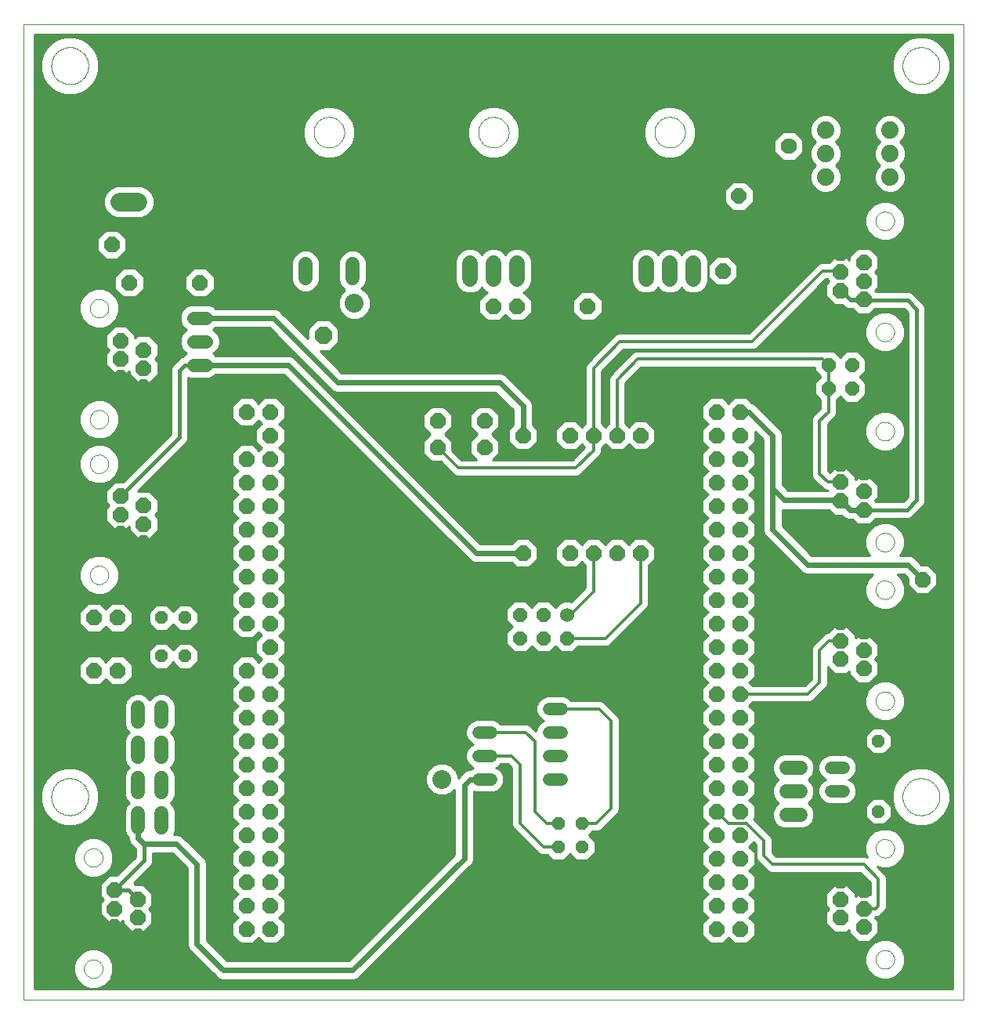
<source format=gtl>
G75*
%MOIN*%
%OFA0B0*%
%FSLAX24Y24*%
%IPPOS*%
%LPD*%
%AMOC8*
5,1,8,0,0,1.08239X$1,22.5*
%
%ADD10C,0.0000*%
%ADD11R,0.0660X0.0660*%
%ADD12OC8,0.0660*%
%ADD13C,0.0600*%
%ADD14OC8,0.0600*%
%ADD15C,0.0520*%
%ADD16C,0.0800*%
%ADD17R,0.0740X0.0740*%
%ADD18C,0.0740*%
%ADD19OC8,0.0520*%
%ADD20C,0.0600*%
%ADD21C,0.0787*%
%ADD22OC8,0.0750*%
%ADD23C,0.0660*%
%ADD24C,0.0132*%
%ADD25C,0.0560*%
%ADD26OC8,0.0560*%
%ADD27C,0.0100*%
%ADD28C,0.0240*%
%ADD29C,0.0160*%
%ADD30C,0.0120*%
D10*
X003680Y002333D02*
X003680Y043829D01*
X043675Y043829D01*
X043675Y002333D01*
X003680Y002333D01*
X006255Y003649D02*
X006257Y003688D01*
X006263Y003727D01*
X006273Y003765D01*
X006286Y003802D01*
X006303Y003837D01*
X006323Y003871D01*
X006347Y003902D01*
X006374Y003931D01*
X006403Y003957D01*
X006435Y003980D01*
X006469Y004000D01*
X006505Y004016D01*
X006542Y004028D01*
X006581Y004037D01*
X006620Y004042D01*
X006659Y004043D01*
X006698Y004040D01*
X006737Y004033D01*
X006774Y004022D01*
X006811Y004008D01*
X006846Y003990D01*
X006879Y003969D01*
X006910Y003944D01*
X006938Y003917D01*
X006963Y003887D01*
X006985Y003854D01*
X007004Y003820D01*
X007019Y003784D01*
X007031Y003746D01*
X007039Y003708D01*
X007043Y003669D01*
X007043Y003629D01*
X007039Y003590D01*
X007031Y003552D01*
X007019Y003514D01*
X007004Y003478D01*
X006985Y003444D01*
X006963Y003411D01*
X006938Y003381D01*
X006910Y003354D01*
X006879Y003329D01*
X006846Y003308D01*
X006811Y003290D01*
X006774Y003276D01*
X006737Y003265D01*
X006698Y003258D01*
X006659Y003255D01*
X006620Y003256D01*
X006581Y003261D01*
X006542Y003270D01*
X006505Y003282D01*
X006469Y003298D01*
X006435Y003318D01*
X006403Y003341D01*
X006374Y003367D01*
X006347Y003396D01*
X006323Y003427D01*
X006303Y003461D01*
X006286Y003496D01*
X006273Y003533D01*
X006263Y003571D01*
X006257Y003610D01*
X006255Y003649D01*
X006255Y008374D02*
X006257Y008413D01*
X006263Y008452D01*
X006273Y008490D01*
X006286Y008527D01*
X006303Y008562D01*
X006323Y008596D01*
X006347Y008627D01*
X006374Y008656D01*
X006403Y008682D01*
X006435Y008705D01*
X006469Y008725D01*
X006505Y008741D01*
X006542Y008753D01*
X006581Y008762D01*
X006620Y008767D01*
X006659Y008768D01*
X006698Y008765D01*
X006737Y008758D01*
X006774Y008747D01*
X006811Y008733D01*
X006846Y008715D01*
X006879Y008694D01*
X006910Y008669D01*
X006938Y008642D01*
X006963Y008612D01*
X006985Y008579D01*
X007004Y008545D01*
X007019Y008509D01*
X007031Y008471D01*
X007039Y008433D01*
X007043Y008394D01*
X007043Y008354D01*
X007039Y008315D01*
X007031Y008277D01*
X007019Y008239D01*
X007004Y008203D01*
X006985Y008169D01*
X006963Y008136D01*
X006938Y008106D01*
X006910Y008079D01*
X006879Y008054D01*
X006846Y008033D01*
X006811Y008015D01*
X006774Y008001D01*
X006737Y007990D01*
X006698Y007983D01*
X006659Y007980D01*
X006620Y007981D01*
X006581Y007986D01*
X006542Y007995D01*
X006505Y008007D01*
X006469Y008023D01*
X006435Y008043D01*
X006403Y008066D01*
X006374Y008092D01*
X006347Y008121D01*
X006323Y008152D01*
X006303Y008186D01*
X006286Y008221D01*
X006273Y008258D01*
X006263Y008296D01*
X006257Y008335D01*
X006255Y008374D01*
X004862Y010963D02*
X004864Y011019D01*
X004870Y011074D01*
X004880Y011128D01*
X004893Y011182D01*
X004911Y011235D01*
X004932Y011286D01*
X004956Y011336D01*
X004984Y011384D01*
X005016Y011430D01*
X005050Y011474D01*
X005088Y011515D01*
X005128Y011553D01*
X005171Y011588D01*
X005216Y011620D01*
X005264Y011649D01*
X005313Y011675D01*
X005364Y011697D01*
X005416Y011715D01*
X005470Y011729D01*
X005525Y011740D01*
X005580Y011747D01*
X005635Y011750D01*
X005691Y011749D01*
X005746Y011744D01*
X005801Y011735D01*
X005855Y011723D01*
X005908Y011706D01*
X005960Y011686D01*
X006010Y011662D01*
X006058Y011635D01*
X006105Y011605D01*
X006149Y011571D01*
X006191Y011534D01*
X006229Y011494D01*
X006266Y011452D01*
X006299Y011407D01*
X006328Y011361D01*
X006355Y011312D01*
X006377Y011261D01*
X006397Y011209D01*
X006412Y011155D01*
X006424Y011101D01*
X006432Y011046D01*
X006436Y010991D01*
X006436Y010935D01*
X006432Y010880D01*
X006424Y010825D01*
X006412Y010771D01*
X006397Y010717D01*
X006377Y010665D01*
X006355Y010614D01*
X006328Y010565D01*
X006299Y010519D01*
X006266Y010474D01*
X006229Y010432D01*
X006191Y010392D01*
X006149Y010355D01*
X006105Y010321D01*
X006058Y010291D01*
X006010Y010264D01*
X005960Y010240D01*
X005908Y010220D01*
X005855Y010203D01*
X005801Y010191D01*
X005746Y010182D01*
X005691Y010177D01*
X005635Y010176D01*
X005580Y010179D01*
X005525Y010186D01*
X005470Y010197D01*
X005416Y010211D01*
X005364Y010229D01*
X005313Y010251D01*
X005264Y010277D01*
X005216Y010306D01*
X005171Y010338D01*
X005128Y010373D01*
X005088Y010411D01*
X005050Y010452D01*
X005016Y010496D01*
X004984Y010542D01*
X004956Y010590D01*
X004932Y010640D01*
X004911Y010691D01*
X004893Y010744D01*
X004880Y010798D01*
X004870Y010852D01*
X004864Y010907D01*
X004862Y010963D01*
X006505Y020399D02*
X006507Y020438D01*
X006513Y020477D01*
X006523Y020515D01*
X006536Y020552D01*
X006553Y020587D01*
X006573Y020621D01*
X006597Y020652D01*
X006624Y020681D01*
X006653Y020707D01*
X006685Y020730D01*
X006719Y020750D01*
X006755Y020766D01*
X006792Y020778D01*
X006831Y020787D01*
X006870Y020792D01*
X006909Y020793D01*
X006948Y020790D01*
X006987Y020783D01*
X007024Y020772D01*
X007061Y020758D01*
X007096Y020740D01*
X007129Y020719D01*
X007160Y020694D01*
X007188Y020667D01*
X007213Y020637D01*
X007235Y020604D01*
X007254Y020570D01*
X007269Y020534D01*
X007281Y020496D01*
X007289Y020458D01*
X007293Y020419D01*
X007293Y020379D01*
X007289Y020340D01*
X007281Y020302D01*
X007269Y020264D01*
X007254Y020228D01*
X007235Y020194D01*
X007213Y020161D01*
X007188Y020131D01*
X007160Y020104D01*
X007129Y020079D01*
X007096Y020058D01*
X007061Y020040D01*
X007024Y020026D01*
X006987Y020015D01*
X006948Y020008D01*
X006909Y020005D01*
X006870Y020006D01*
X006831Y020011D01*
X006792Y020020D01*
X006755Y020032D01*
X006719Y020048D01*
X006685Y020068D01*
X006653Y020091D01*
X006624Y020117D01*
X006597Y020146D01*
X006573Y020177D01*
X006553Y020211D01*
X006536Y020246D01*
X006523Y020283D01*
X006513Y020321D01*
X006507Y020360D01*
X006505Y020399D01*
X006505Y025124D02*
X006507Y025163D01*
X006513Y025202D01*
X006523Y025240D01*
X006536Y025277D01*
X006553Y025312D01*
X006573Y025346D01*
X006597Y025377D01*
X006624Y025406D01*
X006653Y025432D01*
X006685Y025455D01*
X006719Y025475D01*
X006755Y025491D01*
X006792Y025503D01*
X006831Y025512D01*
X006870Y025517D01*
X006909Y025518D01*
X006948Y025515D01*
X006987Y025508D01*
X007024Y025497D01*
X007061Y025483D01*
X007096Y025465D01*
X007129Y025444D01*
X007160Y025419D01*
X007188Y025392D01*
X007213Y025362D01*
X007235Y025329D01*
X007254Y025295D01*
X007269Y025259D01*
X007281Y025221D01*
X007289Y025183D01*
X007293Y025144D01*
X007293Y025104D01*
X007289Y025065D01*
X007281Y025027D01*
X007269Y024989D01*
X007254Y024953D01*
X007235Y024919D01*
X007213Y024886D01*
X007188Y024856D01*
X007160Y024829D01*
X007129Y024804D01*
X007096Y024783D01*
X007061Y024765D01*
X007024Y024751D01*
X006987Y024740D01*
X006948Y024733D01*
X006909Y024730D01*
X006870Y024731D01*
X006831Y024736D01*
X006792Y024745D01*
X006755Y024757D01*
X006719Y024773D01*
X006685Y024793D01*
X006653Y024816D01*
X006624Y024842D01*
X006597Y024871D01*
X006573Y024902D01*
X006553Y024936D01*
X006536Y024971D01*
X006523Y025008D01*
X006513Y025046D01*
X006507Y025085D01*
X006505Y025124D01*
X006505Y027024D02*
X006507Y027063D01*
X006513Y027102D01*
X006523Y027140D01*
X006536Y027177D01*
X006553Y027212D01*
X006573Y027246D01*
X006597Y027277D01*
X006624Y027306D01*
X006653Y027332D01*
X006685Y027355D01*
X006719Y027375D01*
X006755Y027391D01*
X006792Y027403D01*
X006831Y027412D01*
X006870Y027417D01*
X006909Y027418D01*
X006948Y027415D01*
X006987Y027408D01*
X007024Y027397D01*
X007061Y027383D01*
X007096Y027365D01*
X007129Y027344D01*
X007160Y027319D01*
X007188Y027292D01*
X007213Y027262D01*
X007235Y027229D01*
X007254Y027195D01*
X007269Y027159D01*
X007281Y027121D01*
X007289Y027083D01*
X007293Y027044D01*
X007293Y027004D01*
X007289Y026965D01*
X007281Y026927D01*
X007269Y026889D01*
X007254Y026853D01*
X007235Y026819D01*
X007213Y026786D01*
X007188Y026756D01*
X007160Y026729D01*
X007129Y026704D01*
X007096Y026683D01*
X007061Y026665D01*
X007024Y026651D01*
X006987Y026640D01*
X006948Y026633D01*
X006909Y026630D01*
X006870Y026631D01*
X006831Y026636D01*
X006792Y026645D01*
X006755Y026657D01*
X006719Y026673D01*
X006685Y026693D01*
X006653Y026716D01*
X006624Y026742D01*
X006597Y026771D01*
X006573Y026802D01*
X006553Y026836D01*
X006536Y026871D01*
X006523Y026908D01*
X006513Y026946D01*
X006507Y026985D01*
X006505Y027024D01*
X006505Y031749D02*
X006507Y031788D01*
X006513Y031827D01*
X006523Y031865D01*
X006536Y031902D01*
X006553Y031937D01*
X006573Y031971D01*
X006597Y032002D01*
X006624Y032031D01*
X006653Y032057D01*
X006685Y032080D01*
X006719Y032100D01*
X006755Y032116D01*
X006792Y032128D01*
X006831Y032137D01*
X006870Y032142D01*
X006909Y032143D01*
X006948Y032140D01*
X006987Y032133D01*
X007024Y032122D01*
X007061Y032108D01*
X007096Y032090D01*
X007129Y032069D01*
X007160Y032044D01*
X007188Y032017D01*
X007213Y031987D01*
X007235Y031954D01*
X007254Y031920D01*
X007269Y031884D01*
X007281Y031846D01*
X007289Y031808D01*
X007293Y031769D01*
X007293Y031729D01*
X007289Y031690D01*
X007281Y031652D01*
X007269Y031614D01*
X007254Y031578D01*
X007235Y031544D01*
X007213Y031511D01*
X007188Y031481D01*
X007160Y031454D01*
X007129Y031429D01*
X007096Y031408D01*
X007061Y031390D01*
X007024Y031376D01*
X006987Y031365D01*
X006948Y031358D01*
X006909Y031355D01*
X006870Y031356D01*
X006831Y031361D01*
X006792Y031370D01*
X006755Y031382D01*
X006719Y031398D01*
X006685Y031418D01*
X006653Y031441D01*
X006624Y031467D01*
X006597Y031496D01*
X006573Y031527D01*
X006553Y031561D01*
X006536Y031596D01*
X006523Y031633D01*
X006513Y031671D01*
X006507Y031710D01*
X006505Y031749D01*
X016030Y039233D02*
X016032Y039283D01*
X016038Y039333D01*
X016048Y039383D01*
X016061Y039431D01*
X016078Y039479D01*
X016099Y039525D01*
X016123Y039569D01*
X016151Y039611D01*
X016182Y039651D01*
X016216Y039688D01*
X016253Y039723D01*
X016292Y039754D01*
X016333Y039783D01*
X016377Y039808D01*
X016423Y039830D01*
X016470Y039848D01*
X016518Y039862D01*
X016567Y039873D01*
X016617Y039880D01*
X016667Y039883D01*
X016718Y039882D01*
X016768Y039877D01*
X016818Y039868D01*
X016866Y039856D01*
X016914Y039839D01*
X016960Y039819D01*
X017005Y039796D01*
X017048Y039769D01*
X017088Y039739D01*
X017126Y039706D01*
X017161Y039670D01*
X017194Y039631D01*
X017223Y039590D01*
X017249Y039547D01*
X017272Y039502D01*
X017291Y039455D01*
X017306Y039407D01*
X017318Y039358D01*
X017326Y039308D01*
X017330Y039258D01*
X017330Y039208D01*
X017326Y039158D01*
X017318Y039108D01*
X017306Y039059D01*
X017291Y039011D01*
X017272Y038964D01*
X017249Y038919D01*
X017223Y038876D01*
X017194Y038835D01*
X017161Y038796D01*
X017126Y038760D01*
X017088Y038727D01*
X017048Y038697D01*
X017005Y038670D01*
X016960Y038647D01*
X016914Y038627D01*
X016866Y038610D01*
X016818Y038598D01*
X016768Y038589D01*
X016718Y038584D01*
X016667Y038583D01*
X016617Y038586D01*
X016567Y038593D01*
X016518Y038604D01*
X016470Y038618D01*
X016423Y038636D01*
X016377Y038658D01*
X016333Y038683D01*
X016292Y038712D01*
X016253Y038743D01*
X016216Y038778D01*
X016182Y038815D01*
X016151Y038855D01*
X016123Y038897D01*
X016099Y038941D01*
X016078Y038987D01*
X016061Y039035D01*
X016048Y039083D01*
X016038Y039133D01*
X016032Y039183D01*
X016030Y039233D01*
X023030Y039233D02*
X023032Y039283D01*
X023038Y039333D01*
X023048Y039383D01*
X023061Y039431D01*
X023078Y039479D01*
X023099Y039525D01*
X023123Y039569D01*
X023151Y039611D01*
X023182Y039651D01*
X023216Y039688D01*
X023253Y039723D01*
X023292Y039754D01*
X023333Y039783D01*
X023377Y039808D01*
X023423Y039830D01*
X023470Y039848D01*
X023518Y039862D01*
X023567Y039873D01*
X023617Y039880D01*
X023667Y039883D01*
X023718Y039882D01*
X023768Y039877D01*
X023818Y039868D01*
X023866Y039856D01*
X023914Y039839D01*
X023960Y039819D01*
X024005Y039796D01*
X024048Y039769D01*
X024088Y039739D01*
X024126Y039706D01*
X024161Y039670D01*
X024194Y039631D01*
X024223Y039590D01*
X024249Y039547D01*
X024272Y039502D01*
X024291Y039455D01*
X024306Y039407D01*
X024318Y039358D01*
X024326Y039308D01*
X024330Y039258D01*
X024330Y039208D01*
X024326Y039158D01*
X024318Y039108D01*
X024306Y039059D01*
X024291Y039011D01*
X024272Y038964D01*
X024249Y038919D01*
X024223Y038876D01*
X024194Y038835D01*
X024161Y038796D01*
X024126Y038760D01*
X024088Y038727D01*
X024048Y038697D01*
X024005Y038670D01*
X023960Y038647D01*
X023914Y038627D01*
X023866Y038610D01*
X023818Y038598D01*
X023768Y038589D01*
X023718Y038584D01*
X023667Y038583D01*
X023617Y038586D01*
X023567Y038593D01*
X023518Y038604D01*
X023470Y038618D01*
X023423Y038636D01*
X023377Y038658D01*
X023333Y038683D01*
X023292Y038712D01*
X023253Y038743D01*
X023216Y038778D01*
X023182Y038815D01*
X023151Y038855D01*
X023123Y038897D01*
X023099Y038941D01*
X023078Y038987D01*
X023061Y039035D01*
X023048Y039083D01*
X023038Y039133D01*
X023032Y039183D01*
X023030Y039233D01*
X030530Y039233D02*
X030532Y039283D01*
X030538Y039333D01*
X030548Y039383D01*
X030561Y039431D01*
X030578Y039479D01*
X030599Y039525D01*
X030623Y039569D01*
X030651Y039611D01*
X030682Y039651D01*
X030716Y039688D01*
X030753Y039723D01*
X030792Y039754D01*
X030833Y039783D01*
X030877Y039808D01*
X030923Y039830D01*
X030970Y039848D01*
X031018Y039862D01*
X031067Y039873D01*
X031117Y039880D01*
X031167Y039883D01*
X031218Y039882D01*
X031268Y039877D01*
X031318Y039868D01*
X031366Y039856D01*
X031414Y039839D01*
X031460Y039819D01*
X031505Y039796D01*
X031548Y039769D01*
X031588Y039739D01*
X031626Y039706D01*
X031661Y039670D01*
X031694Y039631D01*
X031723Y039590D01*
X031749Y039547D01*
X031772Y039502D01*
X031791Y039455D01*
X031806Y039407D01*
X031818Y039358D01*
X031826Y039308D01*
X031830Y039258D01*
X031830Y039208D01*
X031826Y039158D01*
X031818Y039108D01*
X031806Y039059D01*
X031791Y039011D01*
X031772Y038964D01*
X031749Y038919D01*
X031723Y038876D01*
X031694Y038835D01*
X031661Y038796D01*
X031626Y038760D01*
X031588Y038727D01*
X031548Y038697D01*
X031505Y038670D01*
X031460Y038647D01*
X031414Y038627D01*
X031366Y038610D01*
X031318Y038598D01*
X031268Y038589D01*
X031218Y038584D01*
X031167Y038583D01*
X031117Y038586D01*
X031067Y038593D01*
X031018Y038604D01*
X030970Y038618D01*
X030923Y038636D01*
X030877Y038658D01*
X030833Y038683D01*
X030792Y038712D01*
X030753Y038743D01*
X030716Y038778D01*
X030682Y038815D01*
X030651Y038855D01*
X030623Y038897D01*
X030599Y038941D01*
X030578Y038987D01*
X030561Y039035D01*
X030548Y039083D01*
X030538Y039133D01*
X030532Y039183D01*
X030530Y039233D01*
X039942Y035461D02*
X039944Y035500D01*
X039950Y035539D01*
X039960Y035577D01*
X039973Y035614D01*
X039990Y035649D01*
X040010Y035683D01*
X040034Y035714D01*
X040061Y035743D01*
X040090Y035769D01*
X040122Y035792D01*
X040156Y035812D01*
X040192Y035828D01*
X040229Y035840D01*
X040268Y035849D01*
X040307Y035854D01*
X040346Y035855D01*
X040385Y035852D01*
X040424Y035845D01*
X040461Y035834D01*
X040498Y035820D01*
X040533Y035802D01*
X040566Y035781D01*
X040597Y035756D01*
X040625Y035729D01*
X040650Y035699D01*
X040672Y035666D01*
X040691Y035632D01*
X040706Y035596D01*
X040718Y035558D01*
X040726Y035520D01*
X040730Y035481D01*
X040730Y035441D01*
X040726Y035402D01*
X040718Y035364D01*
X040706Y035326D01*
X040691Y035290D01*
X040672Y035256D01*
X040650Y035223D01*
X040625Y035193D01*
X040597Y035166D01*
X040566Y035141D01*
X040533Y035120D01*
X040498Y035102D01*
X040461Y035088D01*
X040424Y035077D01*
X040385Y035070D01*
X040346Y035067D01*
X040307Y035068D01*
X040268Y035073D01*
X040229Y035082D01*
X040192Y035094D01*
X040156Y035110D01*
X040122Y035130D01*
X040090Y035153D01*
X040061Y035179D01*
X040034Y035208D01*
X040010Y035239D01*
X039990Y035273D01*
X039973Y035308D01*
X039960Y035345D01*
X039950Y035383D01*
X039944Y035422D01*
X039942Y035461D01*
X039942Y030737D02*
X039944Y030776D01*
X039950Y030815D01*
X039960Y030853D01*
X039973Y030890D01*
X039990Y030925D01*
X040010Y030959D01*
X040034Y030990D01*
X040061Y031019D01*
X040090Y031045D01*
X040122Y031068D01*
X040156Y031088D01*
X040192Y031104D01*
X040229Y031116D01*
X040268Y031125D01*
X040307Y031130D01*
X040346Y031131D01*
X040385Y031128D01*
X040424Y031121D01*
X040461Y031110D01*
X040498Y031096D01*
X040533Y031078D01*
X040566Y031057D01*
X040597Y031032D01*
X040625Y031005D01*
X040650Y030975D01*
X040672Y030942D01*
X040691Y030908D01*
X040706Y030872D01*
X040718Y030834D01*
X040726Y030796D01*
X040730Y030757D01*
X040730Y030717D01*
X040726Y030678D01*
X040718Y030640D01*
X040706Y030602D01*
X040691Y030566D01*
X040672Y030532D01*
X040650Y030499D01*
X040625Y030469D01*
X040597Y030442D01*
X040566Y030417D01*
X040533Y030396D01*
X040498Y030378D01*
X040461Y030364D01*
X040424Y030353D01*
X040385Y030346D01*
X040346Y030343D01*
X040307Y030344D01*
X040268Y030349D01*
X040229Y030358D01*
X040192Y030370D01*
X040156Y030386D01*
X040122Y030406D01*
X040090Y030429D01*
X040061Y030455D01*
X040034Y030484D01*
X040010Y030515D01*
X039990Y030549D01*
X039973Y030584D01*
X039960Y030621D01*
X039950Y030659D01*
X039944Y030698D01*
X039942Y030737D01*
X039942Y026517D02*
X039944Y026556D01*
X039950Y026595D01*
X039960Y026633D01*
X039973Y026670D01*
X039990Y026705D01*
X040010Y026739D01*
X040034Y026770D01*
X040061Y026799D01*
X040090Y026825D01*
X040122Y026848D01*
X040156Y026868D01*
X040192Y026884D01*
X040229Y026896D01*
X040268Y026905D01*
X040307Y026910D01*
X040346Y026911D01*
X040385Y026908D01*
X040424Y026901D01*
X040461Y026890D01*
X040498Y026876D01*
X040533Y026858D01*
X040566Y026837D01*
X040597Y026812D01*
X040625Y026785D01*
X040650Y026755D01*
X040672Y026722D01*
X040691Y026688D01*
X040706Y026652D01*
X040718Y026614D01*
X040726Y026576D01*
X040730Y026537D01*
X040730Y026497D01*
X040726Y026458D01*
X040718Y026420D01*
X040706Y026382D01*
X040691Y026346D01*
X040672Y026312D01*
X040650Y026279D01*
X040625Y026249D01*
X040597Y026222D01*
X040566Y026197D01*
X040533Y026176D01*
X040498Y026158D01*
X040461Y026144D01*
X040424Y026133D01*
X040385Y026126D01*
X040346Y026123D01*
X040307Y026124D01*
X040268Y026129D01*
X040229Y026138D01*
X040192Y026150D01*
X040156Y026166D01*
X040122Y026186D01*
X040090Y026209D01*
X040061Y026235D01*
X040034Y026264D01*
X040010Y026295D01*
X039990Y026329D01*
X039973Y026364D01*
X039960Y026401D01*
X039950Y026439D01*
X039944Y026478D01*
X039942Y026517D01*
X039942Y021793D02*
X039944Y021832D01*
X039950Y021871D01*
X039960Y021909D01*
X039973Y021946D01*
X039990Y021981D01*
X040010Y022015D01*
X040034Y022046D01*
X040061Y022075D01*
X040090Y022101D01*
X040122Y022124D01*
X040156Y022144D01*
X040192Y022160D01*
X040229Y022172D01*
X040268Y022181D01*
X040307Y022186D01*
X040346Y022187D01*
X040385Y022184D01*
X040424Y022177D01*
X040461Y022166D01*
X040498Y022152D01*
X040533Y022134D01*
X040566Y022113D01*
X040597Y022088D01*
X040625Y022061D01*
X040650Y022031D01*
X040672Y021998D01*
X040691Y021964D01*
X040706Y021928D01*
X040718Y021890D01*
X040726Y021852D01*
X040730Y021813D01*
X040730Y021773D01*
X040726Y021734D01*
X040718Y021696D01*
X040706Y021658D01*
X040691Y021622D01*
X040672Y021588D01*
X040650Y021555D01*
X040625Y021525D01*
X040597Y021498D01*
X040566Y021473D01*
X040533Y021452D01*
X040498Y021434D01*
X040461Y021420D01*
X040424Y021409D01*
X040385Y021402D01*
X040346Y021399D01*
X040307Y021400D01*
X040268Y021405D01*
X040229Y021414D01*
X040192Y021426D01*
X040156Y021442D01*
X040122Y021462D01*
X040090Y021485D01*
X040061Y021511D01*
X040034Y021540D01*
X040010Y021571D01*
X039990Y021605D01*
X039973Y021640D01*
X039960Y021677D01*
X039950Y021715D01*
X039944Y021754D01*
X039942Y021793D01*
X039942Y019767D02*
X039944Y019806D01*
X039950Y019845D01*
X039960Y019883D01*
X039973Y019920D01*
X039990Y019955D01*
X040010Y019989D01*
X040034Y020020D01*
X040061Y020049D01*
X040090Y020075D01*
X040122Y020098D01*
X040156Y020118D01*
X040192Y020134D01*
X040229Y020146D01*
X040268Y020155D01*
X040307Y020160D01*
X040346Y020161D01*
X040385Y020158D01*
X040424Y020151D01*
X040461Y020140D01*
X040498Y020126D01*
X040533Y020108D01*
X040566Y020087D01*
X040597Y020062D01*
X040625Y020035D01*
X040650Y020005D01*
X040672Y019972D01*
X040691Y019938D01*
X040706Y019902D01*
X040718Y019864D01*
X040726Y019826D01*
X040730Y019787D01*
X040730Y019747D01*
X040726Y019708D01*
X040718Y019670D01*
X040706Y019632D01*
X040691Y019596D01*
X040672Y019562D01*
X040650Y019529D01*
X040625Y019499D01*
X040597Y019472D01*
X040566Y019447D01*
X040533Y019426D01*
X040498Y019408D01*
X040461Y019394D01*
X040424Y019383D01*
X040385Y019376D01*
X040346Y019373D01*
X040307Y019374D01*
X040268Y019379D01*
X040229Y019388D01*
X040192Y019400D01*
X040156Y019416D01*
X040122Y019436D01*
X040090Y019459D01*
X040061Y019485D01*
X040034Y019514D01*
X040010Y019545D01*
X039990Y019579D01*
X039973Y019614D01*
X039960Y019651D01*
X039950Y019689D01*
X039944Y019728D01*
X039942Y019767D01*
X039942Y015043D02*
X039944Y015082D01*
X039950Y015121D01*
X039960Y015159D01*
X039973Y015196D01*
X039990Y015231D01*
X040010Y015265D01*
X040034Y015296D01*
X040061Y015325D01*
X040090Y015351D01*
X040122Y015374D01*
X040156Y015394D01*
X040192Y015410D01*
X040229Y015422D01*
X040268Y015431D01*
X040307Y015436D01*
X040346Y015437D01*
X040385Y015434D01*
X040424Y015427D01*
X040461Y015416D01*
X040498Y015402D01*
X040533Y015384D01*
X040566Y015363D01*
X040597Y015338D01*
X040625Y015311D01*
X040650Y015281D01*
X040672Y015248D01*
X040691Y015214D01*
X040706Y015178D01*
X040718Y015140D01*
X040726Y015102D01*
X040730Y015063D01*
X040730Y015023D01*
X040726Y014984D01*
X040718Y014946D01*
X040706Y014908D01*
X040691Y014872D01*
X040672Y014838D01*
X040650Y014805D01*
X040625Y014775D01*
X040597Y014748D01*
X040566Y014723D01*
X040533Y014702D01*
X040498Y014684D01*
X040461Y014670D01*
X040424Y014659D01*
X040385Y014652D01*
X040346Y014649D01*
X040307Y014650D01*
X040268Y014655D01*
X040229Y014664D01*
X040192Y014676D01*
X040156Y014692D01*
X040122Y014712D01*
X040090Y014735D01*
X040061Y014761D01*
X040034Y014790D01*
X040010Y014821D01*
X039990Y014855D01*
X039973Y014890D01*
X039960Y014927D01*
X039950Y014965D01*
X039944Y015004D01*
X039942Y015043D01*
X041082Y010963D02*
X041084Y011019D01*
X041090Y011074D01*
X041100Y011128D01*
X041113Y011182D01*
X041131Y011235D01*
X041152Y011286D01*
X041176Y011336D01*
X041204Y011384D01*
X041236Y011430D01*
X041270Y011474D01*
X041308Y011515D01*
X041348Y011553D01*
X041391Y011588D01*
X041436Y011620D01*
X041484Y011649D01*
X041533Y011675D01*
X041584Y011697D01*
X041636Y011715D01*
X041690Y011729D01*
X041745Y011740D01*
X041800Y011747D01*
X041855Y011750D01*
X041911Y011749D01*
X041966Y011744D01*
X042021Y011735D01*
X042075Y011723D01*
X042128Y011706D01*
X042180Y011686D01*
X042230Y011662D01*
X042278Y011635D01*
X042325Y011605D01*
X042369Y011571D01*
X042411Y011534D01*
X042449Y011494D01*
X042486Y011452D01*
X042519Y011407D01*
X042548Y011361D01*
X042575Y011312D01*
X042597Y011261D01*
X042617Y011209D01*
X042632Y011155D01*
X042644Y011101D01*
X042652Y011046D01*
X042656Y010991D01*
X042656Y010935D01*
X042652Y010880D01*
X042644Y010825D01*
X042632Y010771D01*
X042617Y010717D01*
X042597Y010665D01*
X042575Y010614D01*
X042548Y010565D01*
X042519Y010519D01*
X042486Y010474D01*
X042449Y010432D01*
X042411Y010392D01*
X042369Y010355D01*
X042325Y010321D01*
X042278Y010291D01*
X042230Y010264D01*
X042180Y010240D01*
X042128Y010220D01*
X042075Y010203D01*
X042021Y010191D01*
X041966Y010182D01*
X041911Y010177D01*
X041855Y010176D01*
X041800Y010179D01*
X041745Y010186D01*
X041690Y010197D01*
X041636Y010211D01*
X041584Y010229D01*
X041533Y010251D01*
X041484Y010277D01*
X041436Y010306D01*
X041391Y010338D01*
X041348Y010373D01*
X041308Y010411D01*
X041270Y010452D01*
X041236Y010496D01*
X041204Y010542D01*
X041176Y010590D01*
X041152Y010640D01*
X041131Y010691D01*
X041113Y010744D01*
X041100Y010798D01*
X041090Y010852D01*
X041084Y010907D01*
X041082Y010963D01*
X039942Y008767D02*
X039944Y008806D01*
X039950Y008845D01*
X039960Y008883D01*
X039973Y008920D01*
X039990Y008955D01*
X040010Y008989D01*
X040034Y009020D01*
X040061Y009049D01*
X040090Y009075D01*
X040122Y009098D01*
X040156Y009118D01*
X040192Y009134D01*
X040229Y009146D01*
X040268Y009155D01*
X040307Y009160D01*
X040346Y009161D01*
X040385Y009158D01*
X040424Y009151D01*
X040461Y009140D01*
X040498Y009126D01*
X040533Y009108D01*
X040566Y009087D01*
X040597Y009062D01*
X040625Y009035D01*
X040650Y009005D01*
X040672Y008972D01*
X040691Y008938D01*
X040706Y008902D01*
X040718Y008864D01*
X040726Y008826D01*
X040730Y008787D01*
X040730Y008747D01*
X040726Y008708D01*
X040718Y008670D01*
X040706Y008632D01*
X040691Y008596D01*
X040672Y008562D01*
X040650Y008529D01*
X040625Y008499D01*
X040597Y008472D01*
X040566Y008447D01*
X040533Y008426D01*
X040498Y008408D01*
X040461Y008394D01*
X040424Y008383D01*
X040385Y008376D01*
X040346Y008373D01*
X040307Y008374D01*
X040268Y008379D01*
X040229Y008388D01*
X040192Y008400D01*
X040156Y008416D01*
X040122Y008436D01*
X040090Y008459D01*
X040061Y008485D01*
X040034Y008514D01*
X040010Y008545D01*
X039990Y008579D01*
X039973Y008614D01*
X039960Y008651D01*
X039950Y008689D01*
X039944Y008728D01*
X039942Y008767D01*
X039942Y004043D02*
X039944Y004082D01*
X039950Y004121D01*
X039960Y004159D01*
X039973Y004196D01*
X039990Y004231D01*
X040010Y004265D01*
X040034Y004296D01*
X040061Y004325D01*
X040090Y004351D01*
X040122Y004374D01*
X040156Y004394D01*
X040192Y004410D01*
X040229Y004422D01*
X040268Y004431D01*
X040307Y004436D01*
X040346Y004437D01*
X040385Y004434D01*
X040424Y004427D01*
X040461Y004416D01*
X040498Y004402D01*
X040533Y004384D01*
X040566Y004363D01*
X040597Y004338D01*
X040625Y004311D01*
X040650Y004281D01*
X040672Y004248D01*
X040691Y004214D01*
X040706Y004178D01*
X040718Y004140D01*
X040726Y004102D01*
X040730Y004063D01*
X040730Y004023D01*
X040726Y003984D01*
X040718Y003946D01*
X040706Y003908D01*
X040691Y003872D01*
X040672Y003838D01*
X040650Y003805D01*
X040625Y003775D01*
X040597Y003748D01*
X040566Y003723D01*
X040533Y003702D01*
X040498Y003684D01*
X040461Y003670D01*
X040424Y003659D01*
X040385Y003652D01*
X040346Y003649D01*
X040307Y003650D01*
X040268Y003655D01*
X040229Y003664D01*
X040192Y003676D01*
X040156Y003692D01*
X040122Y003712D01*
X040090Y003735D01*
X040061Y003761D01*
X040034Y003790D01*
X040010Y003821D01*
X039990Y003855D01*
X039973Y003890D01*
X039960Y003927D01*
X039950Y003965D01*
X039944Y004004D01*
X039942Y004043D01*
X041082Y042066D02*
X041084Y042122D01*
X041090Y042177D01*
X041100Y042231D01*
X041113Y042285D01*
X041131Y042338D01*
X041152Y042389D01*
X041176Y042439D01*
X041204Y042487D01*
X041236Y042533D01*
X041270Y042577D01*
X041308Y042618D01*
X041348Y042656D01*
X041391Y042691D01*
X041436Y042723D01*
X041484Y042752D01*
X041533Y042778D01*
X041584Y042800D01*
X041636Y042818D01*
X041690Y042832D01*
X041745Y042843D01*
X041800Y042850D01*
X041855Y042853D01*
X041911Y042852D01*
X041966Y042847D01*
X042021Y042838D01*
X042075Y042826D01*
X042128Y042809D01*
X042180Y042789D01*
X042230Y042765D01*
X042278Y042738D01*
X042325Y042708D01*
X042369Y042674D01*
X042411Y042637D01*
X042449Y042597D01*
X042486Y042555D01*
X042519Y042510D01*
X042548Y042464D01*
X042575Y042415D01*
X042597Y042364D01*
X042617Y042312D01*
X042632Y042258D01*
X042644Y042204D01*
X042652Y042149D01*
X042656Y042094D01*
X042656Y042038D01*
X042652Y041983D01*
X042644Y041928D01*
X042632Y041874D01*
X042617Y041820D01*
X042597Y041768D01*
X042575Y041717D01*
X042548Y041668D01*
X042519Y041622D01*
X042486Y041577D01*
X042449Y041535D01*
X042411Y041495D01*
X042369Y041458D01*
X042325Y041424D01*
X042278Y041394D01*
X042230Y041367D01*
X042180Y041343D01*
X042128Y041323D01*
X042075Y041306D01*
X042021Y041294D01*
X041966Y041285D01*
X041911Y041280D01*
X041855Y041279D01*
X041800Y041282D01*
X041745Y041289D01*
X041690Y041300D01*
X041636Y041314D01*
X041584Y041332D01*
X041533Y041354D01*
X041484Y041380D01*
X041436Y041409D01*
X041391Y041441D01*
X041348Y041476D01*
X041308Y041514D01*
X041270Y041555D01*
X041236Y041599D01*
X041204Y041645D01*
X041176Y041693D01*
X041152Y041743D01*
X041131Y041794D01*
X041113Y041847D01*
X041100Y041901D01*
X041090Y041955D01*
X041084Y042010D01*
X041082Y042066D01*
X004862Y042066D02*
X004864Y042122D01*
X004870Y042177D01*
X004880Y042231D01*
X004893Y042285D01*
X004911Y042338D01*
X004932Y042389D01*
X004956Y042439D01*
X004984Y042487D01*
X005016Y042533D01*
X005050Y042577D01*
X005088Y042618D01*
X005128Y042656D01*
X005171Y042691D01*
X005216Y042723D01*
X005264Y042752D01*
X005313Y042778D01*
X005364Y042800D01*
X005416Y042818D01*
X005470Y042832D01*
X005525Y042843D01*
X005580Y042850D01*
X005635Y042853D01*
X005691Y042852D01*
X005746Y042847D01*
X005801Y042838D01*
X005855Y042826D01*
X005908Y042809D01*
X005960Y042789D01*
X006010Y042765D01*
X006058Y042738D01*
X006105Y042708D01*
X006149Y042674D01*
X006191Y042637D01*
X006229Y042597D01*
X006266Y042555D01*
X006299Y042510D01*
X006328Y042464D01*
X006355Y042415D01*
X006377Y042364D01*
X006397Y042312D01*
X006412Y042258D01*
X006424Y042204D01*
X006432Y042149D01*
X006436Y042094D01*
X006436Y042038D01*
X006432Y041983D01*
X006424Y041928D01*
X006412Y041874D01*
X006397Y041820D01*
X006377Y041768D01*
X006355Y041717D01*
X006328Y041668D01*
X006299Y041622D01*
X006266Y041577D01*
X006229Y041535D01*
X006191Y041495D01*
X006149Y041458D01*
X006105Y041424D01*
X006058Y041394D01*
X006010Y041367D01*
X005960Y041343D01*
X005908Y041323D01*
X005855Y041306D01*
X005801Y041294D01*
X005746Y041285D01*
X005691Y041280D01*
X005635Y041279D01*
X005580Y041282D01*
X005525Y041289D01*
X005470Y041300D01*
X005416Y041314D01*
X005364Y041332D01*
X005313Y041354D01*
X005264Y041380D01*
X005216Y041409D01*
X005171Y041441D01*
X005128Y041476D01*
X005088Y041514D01*
X005050Y041555D01*
X005016Y041599D01*
X004984Y041645D01*
X004956Y041693D01*
X004932Y041743D01*
X004911Y041794D01*
X004893Y041847D01*
X004880Y041901D01*
X004870Y041955D01*
X004864Y042010D01*
X004862Y042066D01*
D11*
X013180Y028333D03*
D12*
X013180Y027333D03*
X013180Y026333D03*
X013180Y025333D03*
X014180Y025333D03*
X014180Y026333D03*
X014180Y027333D03*
X014180Y028333D03*
X014180Y024333D03*
X014180Y023333D03*
X014180Y022333D03*
X014180Y021333D03*
X014180Y020333D03*
X013180Y020333D03*
X013180Y021333D03*
X013180Y022333D03*
X013180Y023333D03*
X013180Y024333D03*
X008789Y023352D03*
X008789Y022565D03*
X008789Y021777D03*
X007805Y022171D03*
X007805Y022958D03*
X007805Y023746D03*
X008789Y028402D03*
X008789Y029190D03*
X008789Y029977D03*
X007805Y030371D03*
X007805Y029583D03*
X007805Y028796D03*
X008180Y032833D03*
X007430Y034458D03*
X006430Y034458D03*
X011180Y032833D03*
X020680Y031833D03*
X023680Y031833D03*
X024680Y031833D03*
X027680Y031833D03*
X023305Y026958D03*
X023305Y025833D03*
X024930Y026333D03*
X025930Y026333D03*
X026930Y026333D03*
X027930Y026333D03*
X028930Y026333D03*
X029930Y026333D03*
X033180Y026333D03*
X033180Y025333D03*
X034180Y025333D03*
X034180Y026333D03*
X034180Y027333D03*
X033180Y027333D03*
X033180Y028333D03*
X034180Y028333D03*
X034180Y024333D03*
X034180Y023333D03*
X034180Y022333D03*
X034180Y021333D03*
X034180Y020333D03*
X033180Y020333D03*
X033180Y021333D03*
X033180Y022333D03*
X033180Y023333D03*
X033180Y024333D03*
X029930Y021333D03*
X028930Y021333D03*
X027930Y021333D03*
X026930Y021333D03*
X025930Y021333D03*
X024930Y021333D03*
X021305Y025833D03*
X021305Y026958D03*
X014180Y019333D03*
X014180Y018333D03*
X014180Y017333D03*
X014180Y016333D03*
X014180Y015333D03*
X013180Y015333D03*
X013180Y016333D03*
X013180Y017333D03*
X013180Y018333D03*
X013180Y019333D03*
X013180Y014333D03*
X013180Y013333D03*
X013180Y012333D03*
X013180Y011333D03*
X014180Y011333D03*
X014180Y012333D03*
X014180Y013333D03*
X014180Y014333D03*
X014180Y010333D03*
X014180Y009333D03*
X014180Y008333D03*
X014180Y007333D03*
X014180Y006333D03*
X013180Y006333D03*
X013180Y007333D03*
X013180Y008333D03*
X013180Y009333D03*
X013180Y010333D03*
X008539Y006602D03*
X008539Y005815D03*
X008539Y005027D03*
X007555Y005421D03*
X007555Y006208D03*
X007555Y006996D03*
X013180Y005333D03*
X013180Y004333D03*
X014180Y004333D03*
X014180Y005333D03*
X007680Y016333D03*
X006680Y016333D03*
X006680Y018583D03*
X007680Y018583D03*
X033180Y018333D03*
X033180Y017333D03*
X033180Y016333D03*
X033180Y015333D03*
X034180Y015333D03*
X034180Y016333D03*
X034180Y017333D03*
X034180Y018333D03*
X034180Y019333D03*
X033180Y019333D03*
X033180Y014333D03*
X033180Y013333D03*
X033180Y012333D03*
X033180Y011333D03*
X034180Y011333D03*
X034180Y012333D03*
X034180Y013333D03*
X034180Y014333D03*
X034180Y010333D03*
X034180Y009333D03*
X034180Y008333D03*
X034180Y007333D03*
X034180Y006333D03*
X033180Y006333D03*
X033180Y007333D03*
X033180Y008333D03*
X033180Y009333D03*
X033180Y010333D03*
X033180Y005333D03*
X033180Y004333D03*
X034180Y004333D03*
X034180Y005333D03*
X038446Y005815D03*
X038446Y006602D03*
X038446Y007389D03*
X039430Y006996D03*
X039430Y006208D03*
X039430Y005421D03*
X039430Y016421D03*
X039430Y017208D03*
X039430Y017996D03*
X038446Y018389D03*
X038446Y017602D03*
X038446Y016815D03*
X041930Y020208D03*
X039430Y023171D03*
X039430Y023958D03*
X039430Y024746D03*
X038446Y025139D03*
X038446Y024352D03*
X038446Y023565D03*
X039430Y032115D03*
X039430Y032902D03*
X039430Y033690D03*
X038446Y034083D03*
X038446Y033296D03*
X038446Y032508D03*
X036430Y033333D03*
X033430Y033333D03*
D13*
X039930Y029333D03*
X026805Y018708D03*
D14*
X026805Y017708D03*
X025805Y017708D03*
X024805Y017708D03*
X024805Y018708D03*
X025805Y018708D03*
X037930Y028333D03*
X038930Y028333D03*
X039930Y028333D03*
X038930Y029333D03*
X037930Y029333D03*
D15*
X026565Y014708D02*
X026045Y014708D01*
X026045Y013708D02*
X026565Y013708D01*
X026565Y012708D02*
X026045Y012708D01*
X026045Y011708D02*
X026565Y011708D01*
X023565Y011708D02*
X023045Y011708D01*
X023045Y012708D02*
X023565Y012708D01*
X023565Y013708D02*
X023045Y013708D01*
X023045Y014708D02*
X023565Y014708D01*
X038045Y012208D02*
X038565Y012208D01*
X038565Y011208D02*
X038045Y011208D01*
X038045Y010208D02*
X038565Y010208D01*
D16*
X021480Y011708D03*
X020380Y011708D03*
X018855Y031958D03*
X017755Y031958D03*
D17*
X037805Y040333D03*
X040555Y040333D03*
D18*
X040555Y039333D03*
X040555Y038333D03*
X040555Y037333D03*
X037805Y037333D03*
X037805Y038333D03*
X037805Y039333D03*
D19*
X010555Y018583D03*
X009555Y018583D03*
X009555Y016958D03*
X010555Y016958D03*
X040055Y013333D03*
X040055Y010333D03*
D20*
X036730Y010208D02*
X036130Y010208D01*
X036130Y011208D02*
X036730Y011208D01*
X036730Y012208D02*
X036130Y012208D01*
X017680Y033033D02*
X017680Y033633D01*
X016680Y033633D02*
X016680Y033033D01*
X015680Y033033D02*
X015680Y033633D01*
X009555Y014758D02*
X009555Y014158D01*
X009555Y013258D02*
X009555Y012658D01*
X009555Y011758D02*
X009555Y011158D01*
X009555Y010258D02*
X009555Y009658D01*
X008555Y009658D02*
X008555Y010258D01*
X008555Y011158D02*
X008555Y011758D01*
X008555Y012658D02*
X008555Y013258D01*
X008555Y014158D02*
X008555Y014758D01*
X007555Y014758D02*
X007555Y014158D01*
X007555Y013258D02*
X007555Y012658D01*
X007555Y011758D02*
X007555Y011158D01*
X007555Y010258D02*
X007555Y009658D01*
D21*
X007771Y036275D02*
X008558Y036275D01*
X008558Y038756D02*
X007771Y038756D01*
X006196Y037850D02*
X006196Y037063D01*
D22*
X016430Y030583D03*
X019430Y030583D03*
D23*
X022680Y033003D02*
X022680Y033663D01*
X023680Y033663D02*
X023680Y033003D01*
X024680Y033003D02*
X024680Y033663D01*
X030180Y033663D02*
X030180Y033003D01*
X031180Y033003D02*
X031180Y033663D01*
X032180Y033663D02*
X032180Y033003D01*
D24*
X033922Y036480D02*
X033856Y036414D01*
X033856Y036632D01*
X034010Y036786D01*
X034228Y036786D01*
X034382Y036632D01*
X034382Y036414D01*
X034228Y036260D01*
X034010Y036260D01*
X033856Y036414D01*
X033955Y036455D01*
X033955Y036591D01*
X034051Y036687D01*
X034187Y036687D01*
X034283Y036591D01*
X034283Y036455D01*
X034187Y036359D01*
X034051Y036359D01*
X033955Y036455D01*
X034054Y036496D01*
X034054Y036550D01*
X034092Y036588D01*
X034146Y036588D01*
X034184Y036550D01*
X034184Y036496D01*
X034146Y036458D01*
X034092Y036458D01*
X034054Y036496D01*
X036044Y038601D02*
X035978Y038535D01*
X035978Y038753D01*
X036132Y038907D01*
X036350Y038907D01*
X036504Y038753D01*
X036504Y038535D01*
X036350Y038381D01*
X036132Y038381D01*
X035978Y038535D01*
X036077Y038576D01*
X036077Y038712D01*
X036173Y038808D01*
X036309Y038808D01*
X036405Y038712D01*
X036405Y038576D01*
X036309Y038480D01*
X036173Y038480D01*
X036077Y038576D01*
X036176Y038617D01*
X036176Y038671D01*
X036214Y038709D01*
X036268Y038709D01*
X036306Y038671D01*
X036306Y038617D01*
X036268Y038579D01*
X036214Y038579D01*
X036176Y038617D01*
D25*
X011460Y031333D02*
X010900Y031333D01*
X010900Y030333D02*
X011460Y030333D01*
X011460Y029333D02*
X010900Y029333D01*
D26*
X026430Y009833D03*
X026430Y008833D03*
X027430Y008833D03*
X027430Y009833D03*
D27*
X027798Y009395D02*
X032560Y009395D01*
X032560Y009297D02*
X027773Y009297D01*
X027736Y009333D02*
X027886Y009483D01*
X028125Y009483D01*
X028253Y009537D01*
X028878Y010162D01*
X028977Y010260D01*
X029030Y010389D01*
X029030Y014278D01*
X028977Y014407D01*
X028477Y014907D01*
X028378Y015005D01*
X028250Y015058D01*
X026993Y015058D01*
X026877Y015175D01*
X026674Y015258D01*
X025936Y015258D01*
X025733Y015175D01*
X025579Y015020D01*
X025495Y014818D01*
X025495Y014599D01*
X025579Y014397D01*
X025733Y014242D01*
X025815Y014208D01*
X025733Y014175D01*
X025579Y014020D01*
X025495Y013818D01*
X025495Y013763D01*
X025352Y013907D01*
X025253Y014005D01*
X025125Y014058D01*
X023993Y014058D01*
X023877Y014175D01*
X023674Y014258D01*
X022936Y014258D01*
X022733Y014175D01*
X022579Y014020D01*
X022495Y013818D01*
X022495Y013599D01*
X022579Y013397D01*
X022733Y013242D01*
X022815Y013208D01*
X022733Y013175D01*
X022579Y013020D01*
X022495Y012818D01*
X022495Y012599D01*
X022579Y012397D01*
X022733Y012242D01*
X022815Y012208D01*
X022733Y012175D01*
X022677Y012118D01*
X022598Y012118D01*
X022448Y012056D01*
X022198Y011806D01*
X022170Y011778D01*
X022170Y011846D01*
X022065Y012099D01*
X021871Y012293D01*
X021617Y012398D01*
X021343Y012398D01*
X021089Y012293D01*
X020895Y012099D01*
X020790Y011846D01*
X020790Y011571D01*
X020895Y011317D01*
X021089Y011123D01*
X021343Y011018D01*
X021617Y011018D01*
X021871Y011123D01*
X022020Y011272D01*
X022020Y008503D01*
X017510Y003993D01*
X012350Y003993D01*
X011465Y004878D01*
X011465Y008165D01*
X011403Y008316D01*
X010528Y009191D01*
X010412Y009306D01*
X010262Y009368D01*
X010073Y009368D01*
X010145Y009541D01*
X010145Y010376D01*
X010055Y010592D01*
X009939Y010708D01*
X010055Y010824D01*
X010145Y011041D01*
X010145Y011876D01*
X010055Y012092D01*
X009939Y012208D01*
X010055Y012324D01*
X010145Y012541D01*
X010145Y013376D01*
X010055Y013592D01*
X009939Y013708D01*
X010055Y013824D01*
X010145Y014041D01*
X010145Y014876D01*
X010055Y015092D01*
X009889Y015258D01*
X009672Y015348D01*
X009438Y015348D01*
X009221Y015258D01*
X009055Y015093D01*
X008889Y015258D01*
X008672Y015348D01*
X008438Y015348D01*
X008221Y015258D01*
X008055Y015092D01*
X007965Y014876D01*
X007965Y014041D01*
X008055Y013824D01*
X008171Y013708D01*
X008055Y013592D01*
X007965Y013376D01*
X007965Y012541D01*
X008055Y012324D01*
X008171Y012208D01*
X008055Y012092D01*
X007965Y011876D01*
X007965Y011041D01*
X008055Y010824D01*
X008171Y010708D01*
X008055Y010592D01*
X007965Y010376D01*
X007965Y009541D01*
X008055Y009324D01*
X008145Y009234D01*
X008145Y009127D01*
X008207Y008976D01*
X008323Y008861D01*
X008435Y008748D01*
X008435Y008399D01*
X007652Y007616D01*
X007298Y007616D01*
X006935Y007252D01*
X006935Y006739D01*
X007072Y006602D01*
X006935Y006465D01*
X006935Y005951D01*
X007298Y005588D01*
X007812Y005588D01*
X007919Y005696D01*
X007919Y005558D01*
X008282Y005195D01*
X008796Y005195D01*
X009159Y005558D01*
X009159Y006071D01*
X009022Y006208D01*
X009159Y006345D01*
X009159Y006859D01*
X008796Y007222D01*
X008443Y007222D01*
X008374Y007291D01*
X009015Y007932D01*
X009119Y008036D01*
X009175Y008172D01*
X009175Y008548D01*
X010010Y008548D01*
X010645Y007913D01*
X010645Y004627D01*
X010707Y004476D01*
X011832Y003351D01*
X011948Y003236D01*
X012098Y003173D01*
X017762Y003173D01*
X017912Y003236D01*
X022662Y007986D01*
X022662Y007986D01*
X022778Y008101D01*
X022840Y008252D01*
X022840Y011198D01*
X022936Y011158D01*
X023674Y011158D01*
X023877Y011242D01*
X024031Y011397D01*
X024115Y011599D01*
X024115Y011818D01*
X024031Y012020D01*
X023877Y012175D01*
X023795Y012208D01*
X023877Y012242D01*
X023993Y012358D01*
X024285Y012358D01*
X024455Y012188D01*
X024455Y009764D01*
X024508Y009635D01*
X024607Y009537D01*
X025607Y008537D01*
X025735Y008483D01*
X025974Y008483D01*
X026194Y008263D01*
X026666Y008263D01*
X026930Y008527D01*
X027194Y008263D01*
X027666Y008263D01*
X028000Y008597D01*
X028000Y009069D01*
X027736Y009333D01*
X027871Y009198D02*
X032560Y009198D01*
X032560Y009100D02*
X027970Y009100D01*
X028000Y009001D02*
X032635Y009001D01*
X032560Y009076D02*
X032803Y008833D01*
X032560Y008590D01*
X032560Y008076D01*
X032803Y007833D01*
X032560Y007590D01*
X032560Y007076D01*
X032803Y006833D01*
X032560Y006590D01*
X032560Y006076D01*
X032803Y005833D01*
X032560Y005590D01*
X032560Y005076D01*
X032923Y004713D01*
X033437Y004713D01*
X033680Y004956D01*
X033923Y004713D01*
X034437Y004713D01*
X034800Y005076D01*
X034800Y005590D01*
X034557Y005833D01*
X034800Y006076D01*
X034800Y006590D01*
X034557Y006833D01*
X034800Y007076D01*
X034800Y007590D01*
X034557Y007833D01*
X034800Y008076D01*
X034800Y008590D01*
X034557Y008833D01*
X034746Y009022D01*
X034830Y008938D01*
X034830Y008389D01*
X034883Y008260D01*
X034982Y008162D01*
X035258Y007885D01*
X035357Y007787D01*
X035485Y007733D01*
X039285Y007733D01*
X039705Y007313D01*
X039705Y006810D01*
X039687Y006828D01*
X039173Y006828D01*
X039066Y006721D01*
X039066Y006859D01*
X038703Y007222D01*
X038189Y007222D01*
X037826Y006859D01*
X037826Y006345D01*
X037963Y006208D01*
X037826Y006071D01*
X037826Y005558D01*
X038189Y005195D01*
X038703Y005195D01*
X038810Y005302D01*
X038810Y005164D01*
X039173Y004801D01*
X039687Y004801D01*
X040050Y005164D01*
X040050Y005678D01*
X039913Y005815D01*
X039957Y005858D01*
X040000Y005858D01*
X040128Y005912D01*
X040227Y006010D01*
X040352Y006135D01*
X040405Y006264D01*
X040405Y007528D01*
X040352Y007657D01*
X040253Y007755D01*
X040026Y007982D01*
X040168Y007924D01*
X040503Y007924D01*
X040813Y008052D01*
X041051Y008289D01*
X041179Y008599D01*
X041179Y008935D01*
X041051Y009245D01*
X040813Y009483D01*
X040503Y009611D01*
X040168Y009611D01*
X039858Y009483D01*
X039620Y009245D01*
X039492Y008935D01*
X039492Y008599D01*
X039573Y008403D01*
X039500Y008433D01*
X035700Y008433D01*
X035530Y008603D01*
X035530Y009153D01*
X035477Y009282D01*
X035378Y009380D01*
X034741Y010017D01*
X034800Y010076D01*
X034800Y010590D01*
X034557Y010833D01*
X034800Y011076D01*
X034800Y011590D01*
X034557Y011833D01*
X034800Y012076D01*
X034800Y012590D01*
X034557Y012833D01*
X034800Y013076D01*
X034800Y013590D01*
X034557Y013833D01*
X034800Y014076D01*
X034800Y014590D01*
X034557Y014833D01*
X034707Y014983D01*
X037125Y014983D01*
X037253Y015037D01*
X037352Y015135D01*
X037852Y015635D01*
X037905Y015764D01*
X037905Y016479D01*
X038189Y016195D01*
X038703Y016195D01*
X038810Y016302D01*
X038810Y016164D01*
X039173Y015801D01*
X039687Y015801D01*
X040050Y016164D01*
X040050Y016678D01*
X039913Y016815D01*
X040050Y016951D01*
X040050Y017465D01*
X039687Y017828D01*
X039173Y017828D01*
X039066Y017721D01*
X039066Y017859D01*
X038703Y018222D01*
X038189Y018222D01*
X037919Y017952D01*
X037879Y017952D01*
X037750Y017899D01*
X037357Y017505D01*
X037258Y017407D01*
X037205Y017278D01*
X037205Y015978D01*
X036910Y015683D01*
X034707Y015683D01*
X034557Y015833D01*
X034800Y016076D01*
X034800Y016590D01*
X034557Y016833D01*
X034800Y017076D01*
X034800Y017590D01*
X034557Y017833D01*
X034800Y018076D01*
X034800Y018590D01*
X034557Y018833D01*
X034800Y019076D01*
X034800Y019590D01*
X034557Y019833D01*
X034800Y020076D01*
X034800Y020590D01*
X034557Y020833D01*
X034800Y021076D01*
X034800Y021590D01*
X034557Y021833D01*
X034800Y022076D01*
X034800Y022590D01*
X034557Y022833D01*
X034800Y023076D01*
X034800Y023590D01*
X034557Y023833D01*
X034800Y024076D01*
X034800Y024590D01*
X034557Y024833D01*
X034800Y025076D01*
X034800Y025590D01*
X034557Y025833D01*
X034800Y026076D01*
X034800Y026508D01*
X035145Y026163D01*
X035145Y022252D01*
X035207Y022101D01*
X036707Y020601D01*
X036823Y020486D01*
X036973Y020423D01*
X039798Y020423D01*
X039620Y020245D01*
X039492Y019935D01*
X039492Y019599D01*
X039620Y019289D01*
X039858Y019052D01*
X040168Y018924D01*
X040503Y018924D01*
X040813Y019052D01*
X041051Y019289D01*
X041179Y019599D01*
X041179Y019935D01*
X041051Y020245D01*
X040873Y020423D01*
X041135Y020423D01*
X041310Y020248D01*
X041310Y019951D01*
X041673Y019588D01*
X042187Y019588D01*
X042550Y019951D01*
X042550Y020465D01*
X042187Y020828D01*
X041890Y020828D01*
X041537Y021181D01*
X041387Y021243D01*
X040979Y021243D01*
X041051Y021315D01*
X041179Y021625D01*
X041179Y021961D01*
X041051Y022271D01*
X040813Y022508D01*
X040503Y022637D01*
X040168Y022637D01*
X039858Y022508D01*
X039620Y022271D01*
X039492Y021961D01*
X039492Y021625D01*
X039620Y021315D01*
X039692Y021243D01*
X037225Y021243D01*
X035965Y022503D01*
X035965Y023177D01*
X035973Y023173D01*
X037960Y023173D01*
X038189Y022945D01*
X038486Y022945D01*
X038492Y022939D01*
X038607Y022823D01*
X038758Y022761D01*
X038963Y022761D01*
X039173Y022551D01*
X039687Y022551D01*
X039937Y022801D01*
X041341Y022801D01*
X041477Y022857D01*
X041581Y022961D01*
X041994Y023374D01*
X042050Y023510D01*
X042050Y031782D01*
X041994Y031918D01*
X041890Y032022D01*
X041515Y032397D01*
X041379Y032453D01*
X039968Y032453D01*
X039913Y032508D01*
X040050Y032645D01*
X040050Y033159D01*
X039913Y033296D01*
X040050Y033433D01*
X040050Y033946D01*
X039687Y034310D01*
X039173Y034310D01*
X038810Y033946D01*
X038810Y033808D01*
X038703Y033916D01*
X038189Y033916D01*
X037956Y033683D01*
X037610Y033683D01*
X037482Y033630D01*
X034535Y030683D01*
X028985Y030683D01*
X028857Y030630D01*
X028758Y030532D01*
X027732Y029505D01*
X027633Y029407D01*
X027580Y029278D01*
X027580Y026860D01*
X027430Y026710D01*
X027187Y026953D01*
X026673Y026953D01*
X026310Y026590D01*
X026310Y026076D01*
X026673Y025713D01*
X027187Y025713D01*
X027430Y025956D01*
X027557Y025830D01*
X027035Y025308D01*
X023657Y025308D01*
X023925Y025576D01*
X023925Y026090D01*
X023619Y026396D01*
X023925Y026701D01*
X023925Y027215D01*
X023562Y027578D01*
X023048Y027578D01*
X022685Y027215D01*
X022685Y026701D01*
X022991Y026396D01*
X022685Y026090D01*
X022685Y025576D01*
X022953Y025308D01*
X022325Y025308D01*
X021925Y025708D01*
X021925Y026090D01*
X021619Y026396D01*
X021925Y026701D01*
X021925Y027215D01*
X021562Y027578D01*
X021048Y027578D01*
X020685Y027215D01*
X020685Y026701D01*
X020991Y026396D01*
X020685Y026090D01*
X020685Y025576D01*
X021048Y025213D01*
X021430Y025213D01*
X021982Y024662D01*
X022110Y024608D01*
X027250Y024608D01*
X027378Y024662D01*
X027477Y024760D01*
X028128Y025412D01*
X028227Y025510D01*
X028280Y025639D01*
X028280Y025806D01*
X028430Y025956D01*
X028673Y025713D01*
X029187Y025713D01*
X029430Y025956D01*
X029673Y025713D01*
X030187Y025713D01*
X030550Y026076D01*
X030550Y026590D01*
X030187Y026953D01*
X029673Y026953D01*
X029430Y026710D01*
X029280Y026860D01*
X029280Y028563D01*
X029950Y029233D01*
X037340Y029233D01*
X037340Y029089D01*
X037580Y028849D01*
X037580Y028818D01*
X037340Y028578D01*
X037340Y028089D01*
X037580Y027849D01*
X037580Y027478D01*
X037357Y027255D01*
X037258Y027157D01*
X037205Y027028D01*
X037205Y024639D01*
X037258Y024510D01*
X037615Y024154D01*
X037713Y024055D01*
X037842Y024002D01*
X037919Y024002D01*
X037928Y023993D01*
X036225Y023993D01*
X035965Y024253D01*
X035965Y026415D01*
X035903Y026566D01*
X035787Y026681D01*
X034903Y027566D01*
X034787Y027681D01*
X034654Y027736D01*
X034437Y027953D01*
X033923Y027953D01*
X033680Y027710D01*
X033437Y027953D01*
X032923Y027953D01*
X032560Y027590D01*
X032560Y027076D01*
X032803Y026833D01*
X032560Y026590D01*
X032560Y026076D01*
X032803Y025833D01*
X032560Y025590D01*
X032560Y025076D01*
X032803Y024833D01*
X032560Y024590D01*
X032560Y024076D01*
X032803Y023833D01*
X032560Y023590D01*
X032560Y023076D01*
X032803Y022833D01*
X032560Y022590D01*
X032560Y022076D01*
X032803Y021833D01*
X032560Y021590D01*
X032560Y021076D01*
X032803Y020833D01*
X032560Y020590D01*
X032560Y020076D01*
X032803Y019833D01*
X032560Y019590D01*
X032560Y019076D01*
X032803Y018833D01*
X032560Y018590D01*
X032560Y018076D01*
X032803Y017833D01*
X032560Y017590D01*
X032560Y017076D01*
X032803Y016833D01*
X032560Y016590D01*
X032560Y016076D01*
X032803Y015833D01*
X032560Y015590D01*
X032560Y015076D01*
X032803Y014833D01*
X032560Y014590D01*
X032560Y014076D01*
X032803Y013833D01*
X032560Y013590D01*
X032560Y013076D01*
X032803Y012833D01*
X032560Y012590D01*
X032560Y012076D01*
X032803Y011833D01*
X032560Y011590D01*
X032560Y011076D01*
X032803Y010833D01*
X032560Y010590D01*
X032560Y010076D01*
X032803Y009833D01*
X032560Y009590D01*
X032560Y009076D01*
X032734Y008903D02*
X028000Y008903D01*
X028000Y008804D02*
X032774Y008804D01*
X032676Y008706D02*
X028000Y008706D01*
X028000Y008607D02*
X032577Y008607D01*
X032560Y008509D02*
X027912Y008509D01*
X027813Y008410D02*
X032560Y008410D01*
X032560Y008312D02*
X027715Y008312D01*
X027145Y008312D02*
X026715Y008312D01*
X026813Y008410D02*
X027047Y008410D01*
X026948Y008509D02*
X026912Y008509D01*
X026145Y008312D02*
X022840Y008312D01*
X022840Y008410D02*
X026047Y008410D01*
X025674Y008509D02*
X022840Y008509D01*
X022840Y008607D02*
X025536Y008607D01*
X025438Y008706D02*
X022840Y008706D01*
X022840Y008804D02*
X025339Y008804D01*
X025241Y008903D02*
X022840Y008903D01*
X022840Y009001D02*
X025142Y009001D01*
X025044Y009100D02*
X022840Y009100D01*
X022840Y009198D02*
X024945Y009198D01*
X024847Y009297D02*
X022840Y009297D01*
X022840Y009395D02*
X024748Y009395D01*
X024650Y009494D02*
X022840Y009494D01*
X022840Y009592D02*
X024551Y009592D01*
X024485Y009691D02*
X022840Y009691D01*
X022840Y009789D02*
X024455Y009789D01*
X024455Y009888D02*
X022840Y009888D01*
X022840Y009986D02*
X024455Y009986D01*
X024455Y010085D02*
X022840Y010085D01*
X022840Y010183D02*
X024455Y010183D01*
X024455Y010282D02*
X022840Y010282D01*
X022840Y010380D02*
X024455Y010380D01*
X024455Y010479D02*
X022840Y010479D01*
X022840Y010577D02*
X024455Y010577D01*
X024455Y010676D02*
X022840Y010676D01*
X022840Y010774D02*
X024455Y010774D01*
X024455Y010873D02*
X022840Y010873D01*
X022840Y010971D02*
X024455Y010971D01*
X024455Y011070D02*
X022840Y011070D01*
X022840Y011168D02*
X022911Y011168D01*
X022020Y011168D02*
X021916Y011168D01*
X022014Y011267D02*
X022020Y011267D01*
X022020Y011070D02*
X021742Y011070D01*
X022020Y010971D02*
X014695Y010971D01*
X014596Y010873D02*
X022020Y010873D01*
X022020Y010774D02*
X014616Y010774D01*
X014557Y010833D02*
X014800Y010590D01*
X014800Y010076D01*
X014557Y009833D01*
X014800Y009590D01*
X014800Y009076D01*
X014557Y008833D01*
X014800Y008590D01*
X014800Y008076D01*
X014557Y007833D01*
X014800Y007590D01*
X014800Y007076D01*
X014557Y006833D01*
X014800Y006590D01*
X014800Y006076D01*
X014557Y005833D01*
X014800Y005590D01*
X014800Y005076D01*
X014437Y004713D01*
X013923Y004713D01*
X013680Y004956D01*
X013437Y004713D01*
X012923Y004713D01*
X012560Y005076D01*
X012560Y005590D01*
X012803Y005833D01*
X012560Y006076D01*
X012560Y006590D01*
X012803Y006833D01*
X012560Y007076D01*
X012560Y007590D01*
X012803Y007833D01*
X012560Y008076D01*
X012560Y008590D01*
X012803Y008833D01*
X012560Y009076D01*
X012560Y009590D01*
X012803Y009833D01*
X012560Y010076D01*
X012560Y010590D01*
X012803Y010833D01*
X012560Y011076D01*
X012560Y011590D01*
X012803Y011833D01*
X012560Y012076D01*
X012560Y012590D01*
X012803Y012833D01*
X012560Y013076D01*
X012560Y013590D01*
X012803Y013833D01*
X012560Y014076D01*
X012560Y014590D01*
X012803Y014833D01*
X012560Y015076D01*
X012560Y015590D01*
X012803Y015833D01*
X012560Y016076D01*
X012560Y016590D01*
X012923Y016953D01*
X013437Y016953D01*
X013680Y016710D01*
X013803Y016833D01*
X013560Y017076D01*
X013560Y017590D01*
X013803Y017833D01*
X013680Y017956D01*
X013437Y017713D01*
X012923Y017713D01*
X012560Y018076D01*
X012560Y018590D01*
X012803Y018833D01*
X012560Y019076D01*
X012560Y019590D01*
X012803Y019833D01*
X012560Y020076D01*
X012560Y020590D01*
X012803Y020833D01*
X012560Y021076D01*
X012560Y021590D01*
X012803Y021833D01*
X012560Y022076D01*
X012560Y022590D01*
X012803Y022833D01*
X012560Y023076D01*
X012560Y023590D01*
X012803Y023833D01*
X012560Y024076D01*
X012560Y024590D01*
X012803Y024833D01*
X012560Y025076D01*
X012560Y025590D01*
X012923Y025953D01*
X013437Y025953D01*
X013680Y025710D01*
X013803Y025833D01*
X013560Y026076D01*
X013560Y026590D01*
X013803Y026833D01*
X013680Y026956D01*
X013437Y026713D01*
X012923Y026713D01*
X012560Y027076D01*
X012560Y027590D01*
X012923Y027953D01*
X013437Y027953D01*
X013680Y027710D01*
X013923Y027953D01*
X014437Y027953D01*
X014800Y027590D01*
X014800Y027076D01*
X014557Y026833D01*
X014800Y026590D01*
X014800Y026076D01*
X014557Y025833D01*
X014800Y025590D01*
X014800Y025076D01*
X014557Y024833D01*
X014800Y024590D01*
X014800Y024076D01*
X014557Y023833D01*
X014800Y023590D01*
X014800Y023076D01*
X014557Y022833D01*
X014800Y022590D01*
X014800Y022076D01*
X014557Y021833D01*
X014800Y021590D01*
X014800Y021076D01*
X014557Y020833D01*
X014800Y020590D01*
X014800Y020076D01*
X014557Y019833D01*
X014800Y019590D01*
X014800Y019076D01*
X014557Y018833D01*
X014800Y018590D01*
X014800Y018076D01*
X014557Y017833D01*
X014800Y017590D01*
X014800Y017076D01*
X014557Y016833D01*
X014800Y016590D01*
X014800Y016076D01*
X014557Y015833D01*
X014800Y015590D01*
X014800Y015076D01*
X014557Y014833D01*
X014800Y014590D01*
X014800Y014076D01*
X014557Y013833D01*
X014800Y013590D01*
X014800Y013076D01*
X014557Y012833D01*
X014800Y012590D01*
X014800Y012076D01*
X014557Y011833D01*
X014800Y011590D01*
X014800Y011076D01*
X014557Y010833D01*
X014714Y010676D02*
X022020Y010676D01*
X022020Y010577D02*
X014800Y010577D01*
X014800Y010479D02*
X022020Y010479D01*
X022020Y010380D02*
X014800Y010380D01*
X014800Y010282D02*
X022020Y010282D01*
X022020Y010183D02*
X014800Y010183D01*
X014800Y010085D02*
X022020Y010085D01*
X022020Y009986D02*
X014710Y009986D01*
X014611Y009888D02*
X022020Y009888D01*
X022020Y009789D02*
X014601Y009789D01*
X014699Y009691D02*
X022020Y009691D01*
X022020Y009592D02*
X014798Y009592D01*
X014800Y009494D02*
X022020Y009494D01*
X022020Y009395D02*
X014800Y009395D01*
X014800Y009297D02*
X022020Y009297D01*
X022020Y009198D02*
X014800Y009198D01*
X014800Y009100D02*
X022020Y009100D01*
X022020Y009001D02*
X014725Y009001D01*
X014626Y008903D02*
X022020Y008903D01*
X022020Y008804D02*
X014586Y008804D01*
X014684Y008706D02*
X022020Y008706D01*
X022020Y008607D02*
X014783Y008607D01*
X014800Y008509D02*
X022020Y008509D01*
X021927Y008410D02*
X014800Y008410D01*
X014800Y008312D02*
X021829Y008312D01*
X021730Y008213D02*
X014800Y008213D01*
X014800Y008115D02*
X021632Y008115D01*
X021533Y008016D02*
X014740Y008016D01*
X014641Y007918D02*
X021435Y007918D01*
X021336Y007819D02*
X014571Y007819D01*
X014669Y007721D02*
X021238Y007721D01*
X021139Y007622D02*
X014768Y007622D01*
X014800Y007524D02*
X021041Y007524D01*
X020942Y007425D02*
X014800Y007425D01*
X014800Y007327D02*
X020844Y007327D01*
X020745Y007228D02*
X014800Y007228D01*
X014800Y007130D02*
X020647Y007130D01*
X020548Y007031D02*
X014755Y007031D01*
X014656Y006933D02*
X020450Y006933D01*
X020351Y006834D02*
X014558Y006834D01*
X014654Y006736D02*
X020253Y006736D01*
X020154Y006637D02*
X014753Y006637D01*
X014800Y006539D02*
X020056Y006539D01*
X019957Y006440D02*
X014800Y006440D01*
X014800Y006342D02*
X019859Y006342D01*
X019760Y006243D02*
X014800Y006243D01*
X014800Y006145D02*
X019662Y006145D01*
X019563Y006046D02*
X014770Y006046D01*
X014671Y005948D02*
X019465Y005948D01*
X019366Y005849D02*
X014573Y005849D01*
X014639Y005751D02*
X019268Y005751D01*
X019169Y005652D02*
X014738Y005652D01*
X014800Y005554D02*
X019071Y005554D01*
X018972Y005455D02*
X014800Y005455D01*
X014800Y005357D02*
X018874Y005357D01*
X018775Y005258D02*
X014800Y005258D01*
X014800Y005160D02*
X018677Y005160D01*
X018578Y005061D02*
X014785Y005061D01*
X014686Y004963D02*
X018480Y004963D01*
X018381Y004864D02*
X014588Y004864D01*
X014489Y004766D02*
X018283Y004766D01*
X018184Y004667D02*
X011676Y004667D01*
X011774Y004569D02*
X018086Y004569D01*
X017987Y004470D02*
X011873Y004470D01*
X011971Y004372D02*
X017889Y004372D01*
X017790Y004273D02*
X012070Y004273D01*
X012168Y004175D02*
X017692Y004175D01*
X017593Y004076D02*
X012267Y004076D01*
X011501Y003682D02*
X007493Y003682D01*
X007493Y003584D02*
X011600Y003584D01*
X011698Y003485D02*
X007493Y003485D01*
X007493Y003481D02*
X007365Y003171D01*
X007127Y002934D01*
X006817Y002806D01*
X006482Y002806D01*
X006172Y002934D01*
X005934Y003171D01*
X005806Y003481D01*
X005806Y003817D01*
X005934Y004127D01*
X006172Y004364D01*
X006482Y004493D01*
X006817Y004493D01*
X007127Y004364D01*
X007365Y004127D01*
X007493Y003817D01*
X007493Y003481D01*
X007454Y003387D02*
X011797Y003387D01*
X011895Y003288D02*
X007413Y003288D01*
X007372Y003190D02*
X012059Y003190D01*
X011403Y003781D02*
X007493Y003781D01*
X007467Y003879D02*
X011304Y003879D01*
X011206Y003978D02*
X007427Y003978D01*
X007386Y004076D02*
X011107Y004076D01*
X011009Y004175D02*
X007317Y004175D01*
X007219Y004273D02*
X010910Y004273D01*
X010812Y004372D02*
X007110Y004372D01*
X006872Y004470D02*
X010713Y004470D01*
X010669Y004569D02*
X004130Y004569D01*
X004130Y004667D02*
X010645Y004667D01*
X010645Y004766D02*
X004130Y004766D01*
X004130Y004864D02*
X010645Y004864D01*
X010645Y004963D02*
X004130Y004963D01*
X004130Y005061D02*
X010645Y005061D01*
X010645Y005160D02*
X004130Y005160D01*
X004130Y005258D02*
X008219Y005258D01*
X008120Y005357D02*
X004130Y005357D01*
X004130Y005455D02*
X008022Y005455D01*
X007923Y005554D02*
X004130Y005554D01*
X004130Y005652D02*
X007234Y005652D01*
X007136Y005751D02*
X004130Y005751D01*
X004130Y005849D02*
X007037Y005849D01*
X006939Y005948D02*
X004130Y005948D01*
X004130Y006046D02*
X006935Y006046D01*
X006935Y006145D02*
X004130Y006145D01*
X004130Y006243D02*
X006935Y006243D01*
X006935Y006342D02*
X004130Y006342D01*
X004130Y006440D02*
X006935Y006440D01*
X007009Y006539D02*
X004130Y006539D01*
X004130Y006637D02*
X007037Y006637D01*
X006938Y006736D02*
X004130Y006736D01*
X004130Y006834D02*
X006935Y006834D01*
X006935Y006933D02*
X004130Y006933D01*
X004130Y007031D02*
X006935Y007031D01*
X006935Y007130D02*
X004130Y007130D01*
X004130Y007228D02*
X006935Y007228D01*
X007009Y007327D02*
X004130Y007327D01*
X004130Y007425D02*
X007108Y007425D01*
X007206Y007524D02*
X004130Y007524D01*
X004130Y007622D02*
X006259Y007622D01*
X006172Y007658D02*
X006482Y007530D01*
X006817Y007530D01*
X007127Y007658D01*
X007365Y007896D01*
X007493Y008206D01*
X007493Y008541D01*
X007365Y008852D01*
X007127Y009089D01*
X006817Y009217D01*
X006482Y009217D01*
X006172Y009089D01*
X005934Y008852D01*
X005806Y008541D01*
X005806Y008206D01*
X005934Y007896D01*
X006172Y007658D01*
X006109Y007721D02*
X004130Y007721D01*
X004130Y007819D02*
X006011Y007819D01*
X005925Y007918D02*
X004130Y007918D01*
X004130Y008016D02*
X005884Y008016D01*
X005843Y008115D02*
X004130Y008115D01*
X004130Y008213D02*
X005806Y008213D01*
X005806Y008312D02*
X004130Y008312D01*
X004130Y008410D02*
X005806Y008410D01*
X005806Y008509D02*
X004130Y008509D01*
X004130Y008607D02*
X005833Y008607D01*
X005874Y008706D02*
X004130Y008706D01*
X004130Y008804D02*
X005915Y008804D01*
X005985Y008903D02*
X004130Y008903D01*
X004130Y009001D02*
X006084Y009001D01*
X006198Y009100D02*
X004130Y009100D01*
X004130Y009198D02*
X006436Y009198D01*
X006863Y009198D02*
X008145Y009198D01*
X008156Y009100D02*
X007101Y009100D01*
X007215Y009001D02*
X008197Y009001D01*
X008281Y008903D02*
X007313Y008903D01*
X007384Y008804D02*
X008379Y008804D01*
X008435Y008706D02*
X007425Y008706D01*
X007466Y008607D02*
X008435Y008607D01*
X008435Y008509D02*
X007493Y008509D01*
X007493Y008410D02*
X008435Y008410D01*
X008348Y008312D02*
X007493Y008312D01*
X007493Y008213D02*
X008249Y008213D01*
X008151Y008115D02*
X007455Y008115D01*
X007415Y008016D02*
X008052Y008016D01*
X007954Y007918D02*
X007374Y007918D01*
X007288Y007819D02*
X007855Y007819D01*
X007757Y007721D02*
X007190Y007721D01*
X007040Y007622D02*
X007658Y007622D01*
X008409Y007327D02*
X010645Y007327D01*
X010645Y007425D02*
X008508Y007425D01*
X008606Y007524D02*
X010645Y007524D01*
X010645Y007622D02*
X008705Y007622D01*
X008803Y007721D02*
X010645Y007721D01*
X010645Y007819D02*
X008902Y007819D01*
X009000Y007918D02*
X010641Y007918D01*
X010542Y008016D02*
X009099Y008016D01*
X009151Y008115D02*
X010444Y008115D01*
X010345Y008213D02*
X009175Y008213D01*
X009175Y008312D02*
X010247Y008312D01*
X010148Y008410D02*
X009175Y008410D01*
X009175Y008509D02*
X010050Y008509D01*
X010717Y009001D02*
X012635Y009001D01*
X012560Y009100D02*
X010618Y009100D01*
X010528Y009191D02*
X010528Y009191D01*
X010520Y009198D02*
X012560Y009198D01*
X012560Y009297D02*
X010421Y009297D01*
X010085Y009395D02*
X012560Y009395D01*
X012560Y009494D02*
X010125Y009494D01*
X010145Y009592D02*
X012562Y009592D01*
X012661Y009691D02*
X010145Y009691D01*
X010145Y009789D02*
X012759Y009789D01*
X012749Y009888D02*
X010145Y009888D01*
X010145Y009986D02*
X012650Y009986D01*
X012560Y010085D02*
X010145Y010085D01*
X010145Y010183D02*
X012560Y010183D01*
X012560Y010282D02*
X010145Y010282D01*
X010143Y010380D02*
X012560Y010380D01*
X012560Y010479D02*
X010102Y010479D01*
X010061Y010577D02*
X012560Y010577D01*
X012646Y010676D02*
X009972Y010676D01*
X010005Y010774D02*
X012744Y010774D01*
X012764Y010873D02*
X010075Y010873D01*
X010116Y010971D02*
X012665Y010971D01*
X012567Y011070D02*
X010145Y011070D01*
X010145Y011168D02*
X012560Y011168D01*
X012560Y011267D02*
X010145Y011267D01*
X010145Y011365D02*
X012560Y011365D01*
X012560Y011464D02*
X010145Y011464D01*
X010145Y011562D02*
X012560Y011562D01*
X012631Y011661D02*
X010145Y011661D01*
X010145Y011759D02*
X012729Y011759D01*
X012779Y011858D02*
X010145Y011858D01*
X010112Y011956D02*
X012680Y011956D01*
X012582Y012055D02*
X010071Y012055D01*
X009994Y012153D02*
X012560Y012153D01*
X012560Y012252D02*
X009983Y012252D01*
X010066Y012350D02*
X012560Y012350D01*
X012560Y012449D02*
X010107Y012449D01*
X010145Y012547D02*
X012560Y012547D01*
X012616Y012646D02*
X010145Y012646D01*
X010145Y012744D02*
X012714Y012744D01*
X012794Y012843D02*
X010145Y012843D01*
X010145Y012941D02*
X012695Y012941D01*
X012597Y013040D02*
X010145Y013040D01*
X010145Y013138D02*
X012560Y013138D01*
X012560Y013237D02*
X010145Y013237D01*
X010145Y013335D02*
X012560Y013335D01*
X012560Y013434D02*
X010121Y013434D01*
X010080Y013532D02*
X012560Y013532D01*
X012601Y013631D02*
X010017Y013631D01*
X009960Y013729D02*
X012699Y013729D01*
X012798Y013828D02*
X010057Y013828D01*
X010098Y013926D02*
X012710Y013926D01*
X012612Y014025D02*
X010138Y014025D01*
X010145Y014123D02*
X012560Y014123D01*
X012560Y014222D02*
X010145Y014222D01*
X010145Y014320D02*
X012560Y014320D01*
X012560Y014419D02*
X010145Y014419D01*
X010145Y014517D02*
X012560Y014517D01*
X012586Y014616D02*
X010145Y014616D01*
X010145Y014714D02*
X012684Y014714D01*
X012783Y014813D02*
X010145Y014813D01*
X010130Y014911D02*
X012725Y014911D01*
X012627Y015010D02*
X010089Y015010D01*
X010039Y015108D02*
X012560Y015108D01*
X012560Y015207D02*
X009941Y015207D01*
X009776Y015305D02*
X012560Y015305D01*
X012560Y015404D02*
X004130Y015404D01*
X004130Y015502D02*
X012560Y015502D01*
X012571Y015601D02*
X004130Y015601D01*
X004130Y015699D02*
X012669Y015699D01*
X012768Y015798D02*
X008021Y015798D01*
X007937Y015713D02*
X007423Y015713D01*
X007180Y015956D01*
X006937Y015713D01*
X006423Y015713D01*
X006060Y016076D01*
X006060Y016590D01*
X006423Y016953D01*
X006937Y016953D01*
X007180Y016710D01*
X007423Y016953D01*
X007937Y016953D01*
X008300Y016590D01*
X008300Y016076D01*
X007937Y015713D01*
X008120Y015896D02*
X012740Y015896D01*
X012642Y015995D02*
X008218Y015995D01*
X008300Y016093D02*
X012560Y016093D01*
X012560Y016192D02*
X008300Y016192D01*
X008300Y016290D02*
X012560Y016290D01*
X012560Y016389D02*
X008300Y016389D01*
X008300Y016487D02*
X009248Y016487D01*
X009327Y016408D02*
X009783Y016408D01*
X010055Y016680D01*
X010327Y016408D01*
X010783Y016408D01*
X011105Y016730D01*
X011105Y017186D01*
X010783Y017508D01*
X010327Y017508D01*
X010055Y017236D01*
X009783Y017508D01*
X009327Y017508D01*
X009005Y017186D01*
X009005Y016730D01*
X009327Y016408D01*
X009150Y016586D02*
X008300Y016586D01*
X008206Y016684D02*
X009051Y016684D01*
X009005Y016783D02*
X008107Y016783D01*
X008009Y016881D02*
X009005Y016881D01*
X009005Y016980D02*
X004130Y016980D01*
X004130Y017078D02*
X009005Y017078D01*
X009005Y017177D02*
X004130Y017177D01*
X004130Y017275D02*
X009094Y017275D01*
X009193Y017374D02*
X004130Y017374D01*
X004130Y017472D02*
X009291Y017472D01*
X009819Y017472D02*
X010291Y017472D01*
X010193Y017374D02*
X009917Y017374D01*
X010016Y017275D02*
X010094Y017275D01*
X010819Y017472D02*
X013560Y017472D01*
X013560Y017374D02*
X010917Y017374D01*
X011016Y017275D02*
X013560Y017275D01*
X013560Y017177D02*
X011105Y017177D01*
X011105Y017078D02*
X013560Y017078D01*
X013657Y016980D02*
X011105Y016980D01*
X011105Y016881D02*
X012851Y016881D01*
X012753Y016783D02*
X011105Y016783D01*
X011059Y016684D02*
X012654Y016684D01*
X012560Y016586D02*
X010960Y016586D01*
X010862Y016487D02*
X012560Y016487D01*
X013509Y016881D02*
X013755Y016881D01*
X013753Y016783D02*
X013607Y016783D01*
X013560Y017571D02*
X004130Y017571D01*
X004130Y017669D02*
X013639Y017669D01*
X013738Y017768D02*
X013491Y017768D01*
X013590Y017866D02*
X013770Y017866D01*
X014590Y017866D02*
X024215Y017866D01*
X024215Y017953D02*
X024215Y017464D01*
X024561Y017118D01*
X025049Y017118D01*
X025305Y017374D01*
X025561Y017118D01*
X026049Y017118D01*
X026305Y017374D01*
X026561Y017118D01*
X027049Y017118D01*
X027289Y017358D01*
X028500Y017358D01*
X028628Y017412D01*
X030128Y018912D01*
X030227Y019010D01*
X030280Y019139D01*
X030280Y020806D01*
X030550Y021076D01*
X030550Y021590D01*
X030187Y021953D01*
X029673Y021953D01*
X029430Y021710D01*
X029187Y021953D01*
X028673Y021953D01*
X028430Y021710D01*
X028187Y021953D01*
X027673Y021953D01*
X027430Y021710D01*
X027187Y021953D01*
X026673Y021953D01*
X026310Y021590D01*
X026310Y021076D01*
X026673Y020713D01*
X027187Y020713D01*
X027430Y020956D01*
X027580Y020806D01*
X027580Y019853D01*
X026995Y019268D01*
X026922Y019298D01*
X026688Y019298D01*
X026471Y019208D01*
X026305Y019043D01*
X026049Y019298D01*
X025561Y019298D01*
X025305Y019043D01*
X025049Y019298D01*
X024561Y019298D01*
X024215Y018953D01*
X024215Y018464D01*
X024471Y018208D01*
X024215Y017953D01*
X024227Y017965D02*
X014688Y017965D01*
X014787Y018063D02*
X024326Y018063D01*
X024424Y018162D02*
X014800Y018162D01*
X014800Y018260D02*
X024419Y018260D01*
X024320Y018359D02*
X014800Y018359D01*
X014800Y018457D02*
X024222Y018457D01*
X024215Y018556D02*
X014800Y018556D01*
X014736Y018654D02*
X024215Y018654D01*
X024215Y018753D02*
X014637Y018753D01*
X014575Y018851D02*
X024215Y018851D01*
X024215Y018950D02*
X014673Y018950D01*
X014772Y019048D02*
X024311Y019048D01*
X024409Y019147D02*
X014800Y019147D01*
X014800Y019245D02*
X024508Y019245D01*
X025102Y019245D02*
X025508Y019245D01*
X025409Y019147D02*
X025201Y019147D01*
X025299Y019048D02*
X025311Y019048D01*
X026102Y019245D02*
X026560Y019245D01*
X026409Y019147D02*
X026201Y019147D01*
X026299Y019048D02*
X026311Y019048D01*
X027071Y019344D02*
X014800Y019344D01*
X014800Y019442D02*
X027169Y019442D01*
X027268Y019541D02*
X014800Y019541D01*
X014751Y019639D02*
X027366Y019639D01*
X027465Y019738D02*
X014652Y019738D01*
X014560Y019836D02*
X027563Y019836D01*
X027580Y019935D02*
X014658Y019935D01*
X014757Y020033D02*
X027580Y020033D01*
X027580Y020132D02*
X014800Y020132D01*
X014800Y020230D02*
X027580Y020230D01*
X027580Y020329D02*
X014800Y020329D01*
X014800Y020427D02*
X027580Y020427D01*
X027580Y020526D02*
X014800Y020526D01*
X014766Y020624D02*
X027580Y020624D01*
X027580Y020723D02*
X027196Y020723D01*
X027295Y020821D02*
X027565Y020821D01*
X027467Y020920D02*
X027393Y020920D01*
X026664Y020723D02*
X025196Y020723D01*
X025187Y020713D02*
X025550Y021076D01*
X025550Y021590D01*
X025187Y021953D01*
X024673Y021953D01*
X024463Y021743D01*
X023100Y021743D01*
X015278Y029566D01*
X015162Y029681D01*
X015012Y029743D01*
X011856Y029743D01*
X011783Y029816D01*
X011742Y029833D01*
X011783Y029850D01*
X011943Y030010D01*
X012030Y030220D01*
X012030Y030447D01*
X011943Y030656D01*
X011783Y030816D01*
X011742Y030833D01*
X011783Y030850D01*
X011856Y030923D01*
X014135Y030923D01*
X016823Y028236D01*
X016973Y028173D01*
X023760Y028173D01*
X024520Y027413D01*
X024520Y026800D01*
X024310Y026590D01*
X024310Y026076D01*
X024673Y025713D01*
X025187Y025713D01*
X025550Y026076D01*
X025550Y026590D01*
X025340Y026800D01*
X025340Y027665D01*
X025278Y027816D01*
X024278Y028816D01*
X024162Y028931D01*
X024012Y028993D01*
X017225Y028993D01*
X016300Y029918D01*
X016705Y029918D01*
X017095Y030308D01*
X017095Y030859D01*
X016705Y031248D01*
X016155Y031248D01*
X015765Y030859D01*
X015765Y030453D01*
X014653Y031566D01*
X014537Y031681D01*
X014387Y031743D01*
X011856Y031743D01*
X011783Y031816D01*
X011573Y031903D01*
X010787Y031903D01*
X010577Y031816D01*
X010417Y031656D01*
X010330Y031447D01*
X010330Y031220D01*
X010417Y031010D01*
X010577Y030850D01*
X010618Y030833D01*
X010577Y030816D01*
X010417Y030656D01*
X010330Y030447D01*
X010330Y030220D01*
X010417Y030010D01*
X010577Y029850D01*
X010618Y029833D01*
X010577Y029816D01*
X010452Y029691D01*
X010345Y029647D01*
X010241Y029543D01*
X009991Y029293D01*
X009935Y029157D01*
X009935Y026399D01*
X007902Y024366D01*
X007548Y024366D01*
X007185Y024002D01*
X007185Y023489D01*
X007322Y023352D01*
X007185Y023215D01*
X007185Y022701D01*
X007548Y022338D01*
X008062Y022338D01*
X008169Y022446D01*
X008169Y022308D01*
X008532Y021945D01*
X009046Y021945D01*
X009409Y022308D01*
X009409Y022821D01*
X009272Y022958D01*
X009409Y023095D01*
X009409Y023609D01*
X009046Y023972D01*
X008555Y023972D01*
X010515Y025932D01*
X010619Y026036D01*
X010675Y026172D01*
X010675Y028810D01*
X010787Y028763D01*
X011573Y028763D01*
X011783Y028850D01*
X011856Y028923D01*
X014760Y028923D01*
X022698Y020986D01*
X022848Y020923D01*
X024463Y020923D01*
X024673Y020713D01*
X025187Y020713D01*
X025295Y020821D02*
X026565Y020821D01*
X026467Y020920D02*
X025393Y020920D01*
X025492Y021018D02*
X026368Y021018D01*
X026310Y021117D02*
X025550Y021117D01*
X025550Y021215D02*
X026310Y021215D01*
X026310Y021314D02*
X025550Y021314D01*
X025550Y021412D02*
X026310Y021412D01*
X026310Y021511D02*
X025550Y021511D01*
X025531Y021609D02*
X026329Y021609D01*
X026428Y021708D02*
X025432Y021708D01*
X025334Y021806D02*
X026526Y021806D01*
X026625Y021905D02*
X025235Y021905D01*
X024625Y021905D02*
X022938Y021905D01*
X022840Y022003D02*
X032633Y022003D01*
X032560Y022102D02*
X022741Y022102D01*
X022643Y022200D02*
X032560Y022200D01*
X032560Y022299D02*
X022544Y022299D01*
X022446Y022397D02*
X032560Y022397D01*
X032560Y022496D02*
X022347Y022496D01*
X022249Y022594D02*
X032564Y022594D01*
X032663Y022693D02*
X022150Y022693D01*
X022052Y022791D02*
X032761Y022791D01*
X032747Y022890D02*
X021953Y022890D01*
X021855Y022988D02*
X032648Y022988D01*
X032560Y023087D02*
X021756Y023087D01*
X021658Y023185D02*
X032560Y023185D01*
X032560Y023284D02*
X021559Y023284D01*
X021461Y023382D02*
X032560Y023382D01*
X032560Y023481D02*
X021362Y023481D01*
X021264Y023579D02*
X032560Y023579D01*
X032648Y023678D02*
X021165Y023678D01*
X021067Y023776D02*
X032746Y023776D01*
X032762Y023875D02*
X020968Y023875D01*
X020870Y023973D02*
X032663Y023973D01*
X032565Y024072D02*
X020771Y024072D01*
X020673Y024170D02*
X032560Y024170D01*
X032560Y024269D02*
X020574Y024269D01*
X020476Y024367D02*
X032560Y024367D01*
X032560Y024466D02*
X020377Y024466D01*
X020279Y024564D02*
X032560Y024564D01*
X032633Y024663D02*
X027380Y024663D01*
X027478Y024761D02*
X032731Y024761D01*
X032777Y024860D02*
X027577Y024860D01*
X027675Y024958D02*
X032678Y024958D01*
X032580Y025057D02*
X027774Y025057D01*
X027872Y025155D02*
X032560Y025155D01*
X032560Y025254D02*
X027971Y025254D01*
X028069Y025352D02*
X032560Y025352D01*
X032560Y025451D02*
X028168Y025451D01*
X028243Y025549D02*
X032560Y025549D01*
X032618Y025648D02*
X028280Y025648D01*
X028280Y025746D02*
X028640Y025746D01*
X028542Y025845D02*
X028318Y025845D01*
X028417Y025943D02*
X028443Y025943D01*
X028430Y026710D02*
X028280Y026860D01*
X028280Y029063D01*
X029200Y029983D01*
X034750Y029983D01*
X034878Y030037D01*
X037825Y032983D01*
X037882Y032983D01*
X037963Y032902D01*
X037826Y032765D01*
X037826Y032252D01*
X038189Y031888D01*
X038542Y031888D01*
X038557Y031874D01*
X038661Y031770D01*
X038797Y031713D01*
X038955Y031713D01*
X039173Y031495D01*
X039687Y031495D01*
X039905Y031713D01*
X041152Y031713D01*
X041310Y031555D01*
X041310Y023737D01*
X041114Y023541D01*
X039937Y023541D01*
X039913Y023565D01*
X040050Y023701D01*
X040050Y024215D01*
X039687Y024578D01*
X039173Y024578D01*
X039066Y024471D01*
X039066Y024609D01*
X038703Y024972D01*
X038189Y024972D01*
X037988Y024771D01*
X037905Y024853D01*
X037905Y026813D01*
X038227Y027135D01*
X038280Y027264D01*
X038280Y027849D01*
X038430Y027999D01*
X038686Y027743D01*
X039174Y027743D01*
X039520Y028089D01*
X039520Y028578D01*
X039264Y028833D01*
X039520Y029089D01*
X039520Y029578D01*
X039174Y029923D01*
X038686Y029923D01*
X038430Y029668D01*
X038174Y029923D01*
X037774Y029923D01*
X037750Y029933D01*
X029735Y029933D01*
X029607Y029880D01*
X028633Y028907D01*
X028580Y028778D01*
X028580Y026860D01*
X028430Y026710D01*
X028409Y026731D02*
X028451Y026731D01*
X028550Y026830D02*
X028310Y026830D01*
X028280Y026928D02*
X028580Y026928D01*
X028580Y027027D02*
X028280Y027027D01*
X028280Y027125D02*
X028580Y027125D01*
X028580Y027224D02*
X028280Y027224D01*
X028280Y027322D02*
X028580Y027322D01*
X028580Y027421D02*
X028280Y027421D01*
X028280Y027519D02*
X028580Y027519D01*
X028580Y027618D02*
X028280Y027618D01*
X028280Y027716D02*
X028580Y027716D01*
X028580Y027815D02*
X028280Y027815D01*
X028280Y027913D02*
X028580Y027913D01*
X028580Y028012D02*
X028280Y028012D01*
X028280Y028110D02*
X028580Y028110D01*
X028580Y028209D02*
X028280Y028209D01*
X028280Y028307D02*
X028580Y028307D01*
X028580Y028406D02*
X028280Y028406D01*
X028280Y028504D02*
X028580Y028504D01*
X028580Y028603D02*
X028280Y028603D01*
X028280Y028701D02*
X028580Y028701D01*
X028589Y028800D02*
X028280Y028800D01*
X028280Y028898D02*
X028630Y028898D01*
X028724Y028997D02*
X028280Y028997D01*
X028312Y029095D02*
X028822Y029095D01*
X028921Y029194D02*
X028411Y029194D01*
X028509Y029292D02*
X029019Y029292D01*
X029118Y029391D02*
X028608Y029391D01*
X028706Y029489D02*
X029216Y029489D01*
X029315Y029588D02*
X028805Y029588D01*
X028903Y029686D02*
X029413Y029686D01*
X029512Y029785D02*
X029002Y029785D01*
X029100Y029883D02*
X029615Y029883D01*
X029199Y029982D02*
X039953Y029982D01*
X039858Y030022D02*
X040168Y029893D01*
X040503Y029893D01*
X040813Y030022D01*
X041051Y030259D01*
X041179Y030569D01*
X041179Y030905D01*
X041051Y031215D01*
X040813Y031452D01*
X040503Y031581D01*
X040168Y031581D01*
X039858Y031452D01*
X039620Y031215D01*
X039492Y030905D01*
X039492Y030569D01*
X039620Y030259D01*
X039858Y030022D01*
X039799Y030080D02*
X034922Y030080D01*
X035021Y030179D02*
X039700Y030179D01*
X039613Y030277D02*
X035119Y030277D01*
X035218Y030376D02*
X039572Y030376D01*
X039531Y030474D02*
X035316Y030474D01*
X035415Y030573D02*
X039492Y030573D01*
X039492Y030671D02*
X035513Y030671D01*
X035612Y030770D02*
X039492Y030770D01*
X039492Y030868D02*
X035710Y030868D01*
X035809Y030967D02*
X039518Y030967D01*
X039558Y031065D02*
X035907Y031065D01*
X036006Y031164D02*
X039599Y031164D01*
X039668Y031262D02*
X036104Y031262D01*
X036203Y031361D02*
X039766Y031361D01*
X039875Y031459D02*
X036301Y031459D01*
X036400Y031558D02*
X039110Y031558D01*
X039012Y031656D02*
X036498Y031656D01*
X036597Y031755D02*
X038697Y031755D01*
X038578Y031853D02*
X036695Y031853D01*
X036794Y031952D02*
X038126Y031952D01*
X038027Y032050D02*
X036892Y032050D01*
X036991Y032149D02*
X037929Y032149D01*
X037830Y032247D02*
X037089Y032247D01*
X037188Y032346D02*
X037826Y032346D01*
X037826Y032444D02*
X037286Y032444D01*
X037385Y032543D02*
X037826Y032543D01*
X037826Y032641D02*
X037483Y032641D01*
X037582Y032740D02*
X037826Y032740D01*
X037899Y032838D02*
X037680Y032838D01*
X037779Y032937D02*
X037928Y032937D01*
X037998Y033725D02*
X033915Y033725D01*
X033817Y033823D02*
X038096Y033823D01*
X037478Y033626D02*
X034014Y033626D01*
X034050Y033590D02*
X033687Y033953D01*
X033173Y033953D01*
X032810Y033590D01*
X032810Y033076D01*
X033173Y032713D01*
X033687Y032713D01*
X034050Y033076D01*
X034050Y033590D01*
X034050Y033528D02*
X037380Y033528D01*
X037281Y033429D02*
X034050Y033429D01*
X034050Y033331D02*
X037183Y033331D01*
X037084Y033232D02*
X034050Y033232D01*
X034050Y033134D02*
X036986Y033134D01*
X036887Y033035D02*
X034009Y033035D01*
X033910Y032937D02*
X036789Y032937D01*
X036690Y032838D02*
X033812Y032838D01*
X033713Y032740D02*
X036592Y032740D01*
X036493Y032641D02*
X032695Y032641D01*
X032706Y032652D02*
X032800Y032880D01*
X032800Y033787D01*
X032706Y034014D01*
X032531Y034189D01*
X032303Y034283D01*
X032057Y034283D01*
X031829Y034189D01*
X031680Y034040D01*
X031531Y034189D01*
X031303Y034283D01*
X031057Y034283D01*
X030829Y034189D01*
X030680Y034040D01*
X030531Y034189D01*
X030303Y034283D01*
X030057Y034283D01*
X029829Y034189D01*
X029654Y034014D01*
X029560Y033787D01*
X029560Y032880D01*
X029654Y032652D01*
X029829Y032478D01*
X030057Y032383D01*
X030303Y032383D01*
X030531Y032478D01*
X030680Y032626D01*
X030829Y032478D01*
X031057Y032383D01*
X031303Y032383D01*
X031531Y032478D01*
X031680Y032626D01*
X031829Y032478D01*
X032057Y032383D01*
X032303Y032383D01*
X032531Y032478D01*
X032706Y032652D01*
X032742Y032740D02*
X033147Y032740D01*
X033048Y032838D02*
X032783Y032838D01*
X032800Y032937D02*
X032950Y032937D01*
X032851Y033035D02*
X032800Y033035D01*
X032800Y033134D02*
X032810Y033134D01*
X032800Y033232D02*
X032810Y033232D01*
X032800Y033331D02*
X032810Y033331D01*
X032800Y033429D02*
X032810Y033429D01*
X032800Y033528D02*
X032810Y033528D01*
X032800Y033626D02*
X032846Y033626D01*
X032800Y033725D02*
X032945Y033725D01*
X033043Y033823D02*
X032785Y033823D01*
X032744Y033922D02*
X033142Y033922D01*
X032700Y034020D02*
X038884Y034020D01*
X038810Y033922D02*
X033718Y033922D01*
X032601Y034119D02*
X038982Y034119D01*
X039081Y034217D02*
X032462Y034217D01*
X031898Y034217D02*
X031462Y034217D01*
X031601Y034119D02*
X031759Y034119D01*
X030898Y034217D02*
X030462Y034217D01*
X030601Y034119D02*
X030759Y034119D01*
X029898Y034217D02*
X024962Y034217D01*
X025031Y034189D02*
X024803Y034283D01*
X024557Y034283D01*
X024329Y034189D01*
X024180Y034040D01*
X024031Y034189D01*
X023803Y034283D01*
X023557Y034283D01*
X023329Y034189D01*
X023180Y034040D01*
X023031Y034189D01*
X022803Y034283D01*
X022557Y034283D01*
X022329Y034189D01*
X022154Y034014D01*
X022060Y033787D01*
X022060Y032880D01*
X022154Y032652D01*
X022329Y032478D01*
X022557Y032383D01*
X022803Y032383D01*
X023031Y032478D01*
X023180Y032626D01*
X023329Y032478D01*
X023413Y032443D01*
X023060Y032090D01*
X023060Y031576D01*
X023423Y031213D01*
X023937Y031213D01*
X024180Y031456D01*
X024423Y031213D01*
X024937Y031213D01*
X025300Y031576D01*
X025300Y032090D01*
X024947Y032443D01*
X025031Y032478D01*
X025206Y032652D01*
X025300Y032880D01*
X025300Y033787D01*
X025206Y034014D01*
X025031Y034189D01*
X025101Y034119D02*
X029759Y034119D01*
X029660Y034020D02*
X025200Y034020D01*
X025244Y033922D02*
X029616Y033922D01*
X029575Y033823D02*
X025285Y033823D01*
X025300Y033725D02*
X029560Y033725D01*
X029560Y033626D02*
X025300Y033626D01*
X025300Y033528D02*
X029560Y033528D01*
X029560Y033429D02*
X025300Y033429D01*
X025300Y033331D02*
X029560Y033331D01*
X029560Y033232D02*
X025300Y033232D01*
X025300Y033134D02*
X029560Y033134D01*
X029560Y033035D02*
X025300Y033035D01*
X025300Y032937D02*
X029560Y032937D01*
X029577Y032838D02*
X025283Y032838D01*
X025242Y032740D02*
X029618Y032740D01*
X029665Y032641D02*
X025195Y032641D01*
X025096Y032543D02*
X029764Y032543D01*
X029909Y032444D02*
X027946Y032444D01*
X027937Y032453D02*
X027423Y032453D01*
X027060Y032090D01*
X027060Y031576D01*
X027423Y031213D01*
X027937Y031213D01*
X028300Y031576D01*
X028300Y032090D01*
X027937Y032453D01*
X028044Y032346D02*
X036198Y032346D01*
X036296Y032444D02*
X032451Y032444D01*
X032596Y032543D02*
X036395Y032543D01*
X036099Y032247D02*
X028143Y032247D01*
X028241Y032149D02*
X036001Y032149D01*
X035902Y032050D02*
X028300Y032050D01*
X028300Y031952D02*
X035804Y031952D01*
X035705Y031853D02*
X028300Y031853D01*
X028300Y031755D02*
X035607Y031755D01*
X035508Y031656D02*
X028300Y031656D01*
X028281Y031558D02*
X035410Y031558D01*
X035311Y031459D02*
X028183Y031459D01*
X028084Y031361D02*
X035213Y031361D01*
X035114Y031262D02*
X027986Y031262D01*
X027374Y031262D02*
X024986Y031262D01*
X025084Y031361D02*
X027276Y031361D01*
X027177Y031459D02*
X025183Y031459D01*
X025281Y031558D02*
X027079Y031558D01*
X027060Y031656D02*
X025300Y031656D01*
X025300Y031755D02*
X027060Y031755D01*
X027060Y031853D02*
X025300Y031853D01*
X025300Y031952D02*
X027060Y031952D01*
X027060Y032050D02*
X025300Y032050D01*
X025241Y032149D02*
X027119Y032149D01*
X027217Y032247D02*
X025143Y032247D01*
X025044Y032346D02*
X027316Y032346D01*
X027414Y032444D02*
X024951Y032444D01*
X024276Y031361D02*
X024084Y031361D01*
X023986Y031262D02*
X024374Y031262D01*
X023374Y031262D02*
X014956Y031262D01*
X015054Y031164D02*
X016070Y031164D01*
X015972Y031065D02*
X015153Y031065D01*
X015251Y030967D02*
X015873Y030967D01*
X015775Y030868D02*
X015350Y030868D01*
X015448Y030770D02*
X015765Y030770D01*
X015765Y030671D02*
X015547Y030671D01*
X015645Y030573D02*
X015765Y030573D01*
X015765Y030474D02*
X015744Y030474D01*
X015175Y029883D02*
X011816Y029883D01*
X011815Y029785D02*
X015274Y029785D01*
X015372Y029686D02*
X015149Y029686D01*
X015255Y029588D02*
X015471Y029588D01*
X015569Y029489D02*
X015354Y029489D01*
X015452Y029391D02*
X015668Y029391D01*
X015766Y029292D02*
X015551Y029292D01*
X015649Y029194D02*
X015865Y029194D01*
X015963Y029095D02*
X015748Y029095D01*
X015846Y028997D02*
X016062Y028997D01*
X016160Y028898D02*
X015945Y028898D01*
X016043Y028800D02*
X016259Y028800D01*
X016357Y028701D02*
X016142Y028701D01*
X016240Y028603D02*
X016456Y028603D01*
X016554Y028504D02*
X016339Y028504D01*
X016437Y028406D02*
X016653Y028406D01*
X016751Y028307D02*
X016536Y028307D01*
X016634Y028209D02*
X016888Y028209D01*
X016733Y028110D02*
X023823Y028110D01*
X023922Y028012D02*
X016831Y028012D01*
X016930Y027913D02*
X024020Y027913D01*
X024119Y027815D02*
X017028Y027815D01*
X017127Y027716D02*
X024217Y027716D01*
X024316Y027618D02*
X017225Y027618D01*
X017324Y027519D02*
X020989Y027519D01*
X020891Y027421D02*
X017422Y027421D01*
X017521Y027322D02*
X020792Y027322D01*
X020694Y027224D02*
X017619Y027224D01*
X017718Y027125D02*
X020685Y027125D01*
X020685Y027027D02*
X017816Y027027D01*
X017915Y026928D02*
X020685Y026928D01*
X020685Y026830D02*
X018013Y026830D01*
X018112Y026731D02*
X020685Y026731D01*
X020754Y026633D02*
X018210Y026633D01*
X018309Y026534D02*
X020852Y026534D01*
X020951Y026436D02*
X018407Y026436D01*
X018506Y026337D02*
X020932Y026337D01*
X020834Y026239D02*
X018604Y026239D01*
X018703Y026140D02*
X020735Y026140D01*
X020685Y026042D02*
X018801Y026042D01*
X018900Y025943D02*
X020685Y025943D01*
X020685Y025845D02*
X018998Y025845D01*
X019097Y025746D02*
X020685Y025746D01*
X020685Y025648D02*
X019195Y025648D01*
X019294Y025549D02*
X020712Y025549D01*
X020811Y025451D02*
X019392Y025451D01*
X019491Y025352D02*
X020909Y025352D01*
X021008Y025254D02*
X019589Y025254D01*
X019688Y025155D02*
X021488Y025155D01*
X021586Y025057D02*
X019786Y025057D01*
X019885Y024958D02*
X021685Y024958D01*
X021783Y024860D02*
X019983Y024860D01*
X020082Y024761D02*
X021882Y024761D01*
X021980Y024663D02*
X020180Y024663D01*
X019612Y024072D02*
X014795Y024072D01*
X014800Y024170D02*
X019513Y024170D01*
X019415Y024269D02*
X014800Y024269D01*
X014800Y024367D02*
X019316Y024367D01*
X019218Y024466D02*
X014800Y024466D01*
X014800Y024564D02*
X019119Y024564D01*
X019021Y024663D02*
X014727Y024663D01*
X014629Y024761D02*
X018922Y024761D01*
X018824Y024860D02*
X014583Y024860D01*
X014682Y024958D02*
X018725Y024958D01*
X018627Y025057D02*
X014780Y025057D01*
X014800Y025155D02*
X018528Y025155D01*
X018430Y025254D02*
X014800Y025254D01*
X014800Y025352D02*
X018331Y025352D01*
X018233Y025451D02*
X014800Y025451D01*
X014800Y025549D02*
X018134Y025549D01*
X018036Y025648D02*
X014742Y025648D01*
X014644Y025746D02*
X017937Y025746D01*
X017839Y025845D02*
X014568Y025845D01*
X014667Y025943D02*
X017740Y025943D01*
X017642Y026042D02*
X014765Y026042D01*
X014800Y026140D02*
X017543Y026140D01*
X017445Y026239D02*
X014800Y026239D01*
X014800Y026337D02*
X017346Y026337D01*
X017248Y026436D02*
X014800Y026436D01*
X014800Y026534D02*
X017149Y026534D01*
X017051Y026633D02*
X014757Y026633D01*
X014659Y026731D02*
X016952Y026731D01*
X016854Y026830D02*
X014560Y026830D01*
X014652Y026928D02*
X016755Y026928D01*
X016657Y027027D02*
X014750Y027027D01*
X014800Y027125D02*
X016558Y027125D01*
X016460Y027224D02*
X014800Y027224D01*
X014800Y027322D02*
X016361Y027322D01*
X016263Y027421D02*
X014800Y027421D01*
X014800Y027519D02*
X016164Y027519D01*
X016066Y027618D02*
X014772Y027618D01*
X014674Y027716D02*
X015967Y027716D01*
X015869Y027815D02*
X014575Y027815D01*
X014477Y027913D02*
X015770Y027913D01*
X015672Y028012D02*
X010675Y028012D01*
X010675Y028110D02*
X015573Y028110D01*
X015475Y028209D02*
X010675Y028209D01*
X010675Y028307D02*
X015376Y028307D01*
X015278Y028406D02*
X010675Y028406D01*
X010675Y028504D02*
X015179Y028504D01*
X015081Y028603D02*
X010675Y028603D01*
X010675Y028701D02*
X014982Y028701D01*
X014884Y028800D02*
X011662Y028800D01*
X011831Y028898D02*
X014785Y028898D01*
X015077Y029982D02*
X011915Y029982D01*
X011972Y030080D02*
X014978Y030080D01*
X014880Y030179D02*
X012013Y030179D01*
X012030Y030277D02*
X014781Y030277D01*
X014683Y030376D02*
X012030Y030376D01*
X012019Y030474D02*
X014584Y030474D01*
X014486Y030573D02*
X011978Y030573D01*
X011928Y030671D02*
X014387Y030671D01*
X014289Y030770D02*
X011830Y030770D01*
X011801Y030868D02*
X014190Y030868D01*
X014759Y031459D02*
X017278Y031459D01*
X017364Y031373D02*
X017618Y031268D01*
X017892Y031268D01*
X018146Y031373D01*
X018340Y031567D01*
X018445Y031821D01*
X018445Y032096D01*
X018340Y032349D01*
X018146Y032543D01*
X018060Y032579D01*
X018180Y032699D01*
X018270Y032916D01*
X018270Y033751D01*
X018180Y033967D01*
X018014Y034133D01*
X017797Y034223D01*
X017563Y034223D01*
X017346Y034133D01*
X017180Y033967D01*
X017090Y033751D01*
X017090Y032916D01*
X017180Y032699D01*
X017346Y032533D01*
X017352Y032531D01*
X017170Y032349D01*
X017065Y032096D01*
X017065Y031821D01*
X017170Y031567D01*
X017364Y031373D01*
X017394Y031361D02*
X014857Y031361D01*
X014660Y031558D02*
X017180Y031558D01*
X017133Y031656D02*
X014562Y031656D01*
X015346Y032533D02*
X015180Y032699D01*
X015090Y032916D01*
X015090Y033751D01*
X015180Y033967D01*
X015346Y034133D01*
X015563Y034223D01*
X015797Y034223D01*
X016014Y034133D01*
X016180Y033967D01*
X016270Y033751D01*
X016270Y032916D01*
X016180Y032699D01*
X016014Y032533D01*
X015797Y032443D01*
X015563Y032443D01*
X015346Y032533D01*
X015336Y032543D02*
X011766Y032543D01*
X011800Y032576D02*
X011437Y032213D01*
X010923Y032213D01*
X010560Y032576D01*
X010560Y033090D01*
X010923Y033453D01*
X011437Y033453D01*
X011800Y033090D01*
X011800Y032576D01*
X011800Y032641D02*
X015238Y032641D01*
X015163Y032740D02*
X011800Y032740D01*
X011800Y032838D02*
X015122Y032838D01*
X015090Y032937D02*
X011800Y032937D01*
X011800Y033035D02*
X015090Y033035D01*
X015090Y033134D02*
X011756Y033134D01*
X011658Y033232D02*
X015090Y033232D01*
X015090Y033331D02*
X011559Y033331D01*
X011461Y033429D02*
X015090Y033429D01*
X015090Y033528D02*
X004130Y033528D01*
X004130Y033626D02*
X015090Y033626D01*
X015090Y033725D02*
X004130Y033725D01*
X004130Y033823D02*
X015120Y033823D01*
X015161Y033922D02*
X007770Y033922D01*
X007687Y033838D02*
X008050Y034201D01*
X008050Y034715D01*
X007687Y035078D01*
X007173Y035078D01*
X006810Y034715D01*
X006810Y034201D01*
X007173Y033838D01*
X007687Y033838D01*
X007869Y034020D02*
X015233Y034020D01*
X015331Y034119D02*
X007967Y034119D01*
X008050Y034217D02*
X015548Y034217D01*
X015812Y034217D02*
X017548Y034217D01*
X017331Y034119D02*
X016029Y034119D01*
X016127Y034020D02*
X017233Y034020D01*
X017161Y033922D02*
X016199Y033922D01*
X016240Y033823D02*
X017120Y033823D01*
X017090Y033725D02*
X016270Y033725D01*
X016270Y033626D02*
X017090Y033626D01*
X017090Y033528D02*
X016270Y033528D01*
X016270Y033429D02*
X017090Y033429D01*
X017090Y033331D02*
X016270Y033331D01*
X016270Y033232D02*
X017090Y033232D01*
X017090Y033134D02*
X016270Y033134D01*
X016270Y033035D02*
X017090Y033035D01*
X017090Y032937D02*
X016270Y032937D01*
X016238Y032838D02*
X017122Y032838D01*
X017163Y032740D02*
X016197Y032740D01*
X016122Y032641D02*
X017238Y032641D01*
X017336Y032543D02*
X016024Y032543D01*
X015800Y032444D02*
X017265Y032444D01*
X017169Y032346D02*
X011569Y032346D01*
X011471Y032247D02*
X017128Y032247D01*
X017087Y032149D02*
X007647Y032149D01*
X007615Y032227D02*
X007377Y032464D01*
X007067Y032592D01*
X006732Y032592D01*
X006422Y032464D01*
X006184Y032227D01*
X006056Y031916D01*
X006056Y031581D01*
X006184Y031271D01*
X006422Y031033D01*
X006732Y030905D01*
X007067Y030905D01*
X007377Y031033D01*
X007615Y031271D01*
X007743Y031581D01*
X007743Y031916D01*
X007615Y032227D01*
X007594Y032247D02*
X007889Y032247D01*
X007923Y032213D02*
X008437Y032213D01*
X008800Y032576D01*
X008800Y033090D01*
X008437Y033453D01*
X007923Y033453D01*
X007560Y033090D01*
X007560Y032576D01*
X007923Y032213D01*
X007791Y032346D02*
X007495Y032346D01*
X007397Y032444D02*
X007692Y032444D01*
X007594Y032543D02*
X007187Y032543D01*
X007560Y032641D02*
X004130Y032641D01*
X004130Y032543D02*
X006612Y032543D01*
X006402Y032444D02*
X004130Y032444D01*
X004130Y032346D02*
X006304Y032346D01*
X006205Y032247D02*
X004130Y032247D01*
X004130Y032149D02*
X006152Y032149D01*
X006111Y032050D02*
X004130Y032050D01*
X004130Y031952D02*
X006070Y031952D01*
X006056Y031853D02*
X004130Y031853D01*
X004130Y031755D02*
X006056Y031755D01*
X006056Y031656D02*
X004130Y031656D01*
X004130Y031558D02*
X006065Y031558D01*
X006106Y031459D02*
X004130Y031459D01*
X004130Y031361D02*
X006147Y031361D01*
X006193Y031262D02*
X004130Y031262D01*
X004130Y031164D02*
X006291Y031164D01*
X006390Y031065D02*
X004130Y031065D01*
X004130Y030967D02*
X006582Y030967D01*
X007217Y030967D02*
X007524Y030967D01*
X007548Y030991D02*
X007185Y030627D01*
X007185Y030114D01*
X007322Y029977D01*
X007185Y029840D01*
X007185Y029326D01*
X007548Y028963D01*
X008062Y028963D01*
X008169Y029071D01*
X008169Y028933D01*
X008532Y028570D01*
X009046Y028570D01*
X009409Y028933D01*
X009409Y029446D01*
X009272Y029583D01*
X009409Y029720D01*
X009409Y030234D01*
X009046Y030597D01*
X008532Y030597D01*
X008425Y030490D01*
X008425Y030627D01*
X008062Y030991D01*
X007548Y030991D01*
X007409Y031065D02*
X010394Y031065D01*
X010353Y031164D02*
X007508Y031164D01*
X007606Y031262D02*
X010330Y031262D01*
X010330Y031361D02*
X007652Y031361D01*
X007693Y031459D02*
X010335Y031459D01*
X010376Y031558D02*
X007734Y031558D01*
X007743Y031656D02*
X010417Y031656D01*
X010515Y031755D02*
X007743Y031755D01*
X007743Y031853D02*
X010666Y031853D01*
X010889Y032247D02*
X008471Y032247D01*
X008569Y032346D02*
X010791Y032346D01*
X010692Y032444D02*
X008668Y032444D01*
X008766Y032543D02*
X010594Y032543D01*
X010560Y032641D02*
X008800Y032641D01*
X008800Y032740D02*
X010560Y032740D01*
X010560Y032838D02*
X008800Y032838D01*
X008800Y032937D02*
X010560Y032937D01*
X010560Y033035D02*
X008800Y033035D01*
X008756Y033134D02*
X010604Y033134D01*
X010702Y033232D02*
X008658Y033232D01*
X008559Y033331D02*
X010801Y033331D01*
X010899Y033429D02*
X008461Y033429D01*
X007899Y033429D02*
X004130Y033429D01*
X004130Y033331D02*
X007801Y033331D01*
X007702Y033232D02*
X004130Y033232D01*
X004130Y033134D02*
X007604Y033134D01*
X007560Y033035D02*
X004130Y033035D01*
X004130Y032937D02*
X007560Y032937D01*
X007560Y032838D02*
X004130Y032838D01*
X004130Y032740D02*
X007560Y032740D01*
X007688Y032050D02*
X017065Y032050D01*
X017065Y031952D02*
X007729Y031952D01*
X008086Y030967D02*
X010460Y030967D01*
X010559Y030868D02*
X008184Y030868D01*
X008283Y030770D02*
X010530Y030770D01*
X010432Y030671D02*
X008381Y030671D01*
X008425Y030573D02*
X008508Y030573D01*
X009070Y030573D02*
X010382Y030573D01*
X010341Y030474D02*
X009169Y030474D01*
X009267Y030376D02*
X010330Y030376D01*
X010330Y030277D02*
X009366Y030277D01*
X009409Y030179D02*
X010347Y030179D01*
X010388Y030080D02*
X009409Y030080D01*
X009409Y029982D02*
X010445Y029982D01*
X010544Y029883D02*
X009409Y029883D01*
X009409Y029785D02*
X010545Y029785D01*
X010441Y029686D02*
X009375Y029686D01*
X009277Y029588D02*
X010286Y029588D01*
X010188Y029489D02*
X009366Y029489D01*
X009409Y029391D02*
X010089Y029391D01*
X009991Y029292D02*
X009409Y029292D01*
X009409Y029194D02*
X009950Y029194D01*
X009935Y029095D02*
X009409Y029095D01*
X009409Y028997D02*
X009935Y028997D01*
X009935Y028898D02*
X009375Y028898D01*
X009276Y028800D02*
X009935Y028800D01*
X009935Y028701D02*
X009178Y028701D01*
X009079Y028603D02*
X009935Y028603D01*
X009935Y028504D02*
X004130Y028504D01*
X004130Y028406D02*
X009935Y028406D01*
X009935Y028307D02*
X004130Y028307D01*
X004130Y028209D02*
X009935Y028209D01*
X009935Y028110D02*
X004130Y028110D01*
X004130Y028012D02*
X009935Y028012D01*
X009935Y027913D02*
X004130Y027913D01*
X004130Y027815D02*
X006604Y027815D01*
X006732Y027868D02*
X006422Y027739D01*
X006184Y027502D01*
X006056Y027192D01*
X006056Y026856D01*
X006184Y026546D01*
X006422Y026309D01*
X006732Y026181D01*
X007067Y026181D01*
X007377Y026309D01*
X007615Y026546D01*
X007743Y026856D01*
X007743Y027192D01*
X007615Y027502D01*
X007377Y027739D01*
X007067Y027868D01*
X006732Y027868D01*
X006398Y027716D02*
X004130Y027716D01*
X004130Y027618D02*
X006300Y027618D01*
X006201Y027519D02*
X004130Y027519D01*
X004130Y027421D02*
X006151Y027421D01*
X006110Y027322D02*
X004130Y027322D01*
X004130Y027224D02*
X006069Y027224D01*
X006056Y027125D02*
X004130Y027125D01*
X004130Y027027D02*
X006056Y027027D01*
X006056Y026928D02*
X004130Y026928D01*
X004130Y026830D02*
X006067Y026830D01*
X006108Y026731D02*
X004130Y026731D01*
X004130Y026633D02*
X006148Y026633D01*
X006196Y026534D02*
X004130Y026534D01*
X004130Y026436D02*
X006295Y026436D01*
X006393Y026337D02*
X004130Y026337D01*
X004130Y026239D02*
X006591Y026239D01*
X006732Y025967D02*
X006422Y025839D01*
X006184Y025602D01*
X006056Y025291D01*
X006056Y024956D01*
X006184Y024646D01*
X006422Y024408D01*
X006732Y024280D01*
X007067Y024280D01*
X007377Y024408D01*
X007615Y024646D01*
X007743Y024956D01*
X007743Y025291D01*
X007615Y025602D01*
X007377Y025839D01*
X007067Y025967D01*
X006732Y025967D01*
X006674Y025943D02*
X004130Y025943D01*
X004130Y025845D02*
X006436Y025845D01*
X006329Y025746D02*
X004130Y025746D01*
X004130Y025648D02*
X006231Y025648D01*
X006163Y025549D02*
X004130Y025549D01*
X004130Y025451D02*
X006122Y025451D01*
X006081Y025352D02*
X004130Y025352D01*
X004130Y025254D02*
X006056Y025254D01*
X006056Y025155D02*
X004130Y025155D01*
X004130Y025057D02*
X006056Y025057D01*
X006056Y024958D02*
X004130Y024958D01*
X004130Y024860D02*
X006096Y024860D01*
X006136Y024761D02*
X004130Y024761D01*
X004130Y024663D02*
X006177Y024663D01*
X006266Y024564D02*
X004130Y024564D01*
X004130Y024466D02*
X006364Y024466D01*
X006521Y024367D02*
X004130Y024367D01*
X004130Y024269D02*
X007451Y024269D01*
X007353Y024170D02*
X004130Y024170D01*
X004130Y024072D02*
X007254Y024072D01*
X007185Y023973D02*
X004130Y023973D01*
X004130Y023875D02*
X007185Y023875D01*
X007185Y023776D02*
X004130Y023776D01*
X004130Y023678D02*
X007185Y023678D01*
X007185Y023579D02*
X004130Y023579D01*
X004130Y023481D02*
X007193Y023481D01*
X007292Y023382D02*
X004130Y023382D01*
X004130Y023284D02*
X007254Y023284D01*
X007185Y023185D02*
X004130Y023185D01*
X004130Y023087D02*
X007185Y023087D01*
X007185Y022988D02*
X004130Y022988D01*
X004130Y022890D02*
X007185Y022890D01*
X007185Y022791D02*
X004130Y022791D01*
X004130Y022693D02*
X007194Y022693D01*
X007292Y022594D02*
X004130Y022594D01*
X004130Y022496D02*
X007391Y022496D01*
X007489Y022397D02*
X004130Y022397D01*
X004130Y022299D02*
X008178Y022299D01*
X008169Y022397D02*
X008121Y022397D01*
X008277Y022200D02*
X004130Y022200D01*
X004130Y022102D02*
X008375Y022102D01*
X008474Y022003D02*
X004130Y022003D01*
X004130Y021905D02*
X012732Y021905D01*
X012776Y021806D02*
X004130Y021806D01*
X004130Y021708D02*
X012678Y021708D01*
X012579Y021609D02*
X004130Y021609D01*
X004130Y021511D02*
X012560Y021511D01*
X012560Y021412D02*
X004130Y021412D01*
X004130Y021314D02*
X012560Y021314D01*
X012560Y021215D02*
X007134Y021215D01*
X007067Y021243D02*
X006732Y021243D01*
X006422Y021114D01*
X006184Y020877D01*
X006056Y020567D01*
X006056Y020231D01*
X006184Y019921D01*
X006422Y019684D01*
X006732Y019556D01*
X007067Y019556D01*
X007377Y019684D01*
X007615Y019921D01*
X007743Y020231D01*
X007743Y020567D01*
X007615Y020877D01*
X007377Y021114D01*
X007067Y021243D01*
X007372Y021117D02*
X012560Y021117D01*
X012618Y021018D02*
X007474Y021018D01*
X007572Y020920D02*
X012717Y020920D01*
X012791Y020821D02*
X007638Y020821D01*
X007679Y020723D02*
X012693Y020723D01*
X012594Y020624D02*
X007719Y020624D01*
X007743Y020526D02*
X012560Y020526D01*
X012560Y020427D02*
X007743Y020427D01*
X007743Y020329D02*
X012560Y020329D01*
X012560Y020230D02*
X007743Y020230D01*
X007702Y020132D02*
X012560Y020132D01*
X012603Y020033D02*
X007661Y020033D01*
X007620Y019935D02*
X012702Y019935D01*
X012800Y019836D02*
X007530Y019836D01*
X007431Y019738D02*
X012708Y019738D01*
X012609Y019639D02*
X007270Y019639D01*
X007423Y019203D02*
X007180Y018960D01*
X006937Y019203D01*
X006423Y019203D01*
X006060Y018840D01*
X006060Y018326D01*
X006423Y017963D01*
X006937Y017963D01*
X007180Y018206D01*
X007423Y017963D01*
X007937Y017963D01*
X008300Y018326D01*
X008300Y018840D01*
X007937Y019203D01*
X007423Y019203D01*
X007367Y019147D02*
X006993Y019147D01*
X007092Y019048D02*
X007268Y019048D01*
X007993Y019147D02*
X012560Y019147D01*
X012560Y019245D02*
X004130Y019245D01*
X004130Y019147D02*
X006367Y019147D01*
X006268Y019048D02*
X004130Y019048D01*
X004130Y018950D02*
X006170Y018950D01*
X006071Y018851D02*
X004130Y018851D01*
X004130Y018753D02*
X006060Y018753D01*
X006060Y018654D02*
X004130Y018654D01*
X004130Y018556D02*
X006060Y018556D01*
X006060Y018457D02*
X004130Y018457D01*
X004130Y018359D02*
X006060Y018359D01*
X006126Y018260D02*
X004130Y018260D01*
X004130Y018162D02*
X006225Y018162D01*
X006323Y018063D02*
X004130Y018063D01*
X004130Y017965D02*
X006422Y017965D01*
X006938Y017965D02*
X007422Y017965D01*
X007323Y018063D02*
X007037Y018063D01*
X007135Y018162D02*
X007225Y018162D01*
X007938Y017965D02*
X012672Y017965D01*
X012770Y017866D02*
X004130Y017866D01*
X004130Y017768D02*
X012869Y017768D01*
X012573Y018063D02*
X010813Y018063D01*
X010783Y018033D02*
X010327Y018033D01*
X010055Y018305D01*
X009783Y018033D01*
X009327Y018033D01*
X009005Y018355D01*
X009005Y018811D01*
X009327Y019133D01*
X009783Y019133D01*
X010055Y018861D01*
X010327Y019133D01*
X010783Y019133D01*
X011105Y018811D01*
X011105Y018355D01*
X010783Y018033D01*
X010911Y018162D02*
X012560Y018162D01*
X012560Y018260D02*
X011010Y018260D01*
X011105Y018359D02*
X012560Y018359D01*
X012560Y018457D02*
X011105Y018457D01*
X011105Y018556D02*
X012560Y018556D01*
X012624Y018654D02*
X011105Y018654D01*
X011105Y018753D02*
X012723Y018753D01*
X012785Y018851D02*
X011065Y018851D01*
X010966Y018950D02*
X012687Y018950D01*
X012588Y019048D02*
X010868Y019048D01*
X010242Y019048D02*
X009868Y019048D01*
X009966Y018950D02*
X010144Y018950D01*
X010100Y018260D02*
X010010Y018260D01*
X009911Y018162D02*
X010199Y018162D01*
X010297Y018063D02*
X009813Y018063D01*
X009297Y018063D02*
X008037Y018063D01*
X008135Y018162D02*
X009199Y018162D01*
X009100Y018260D02*
X008234Y018260D01*
X008300Y018359D02*
X009005Y018359D01*
X009005Y018457D02*
X008300Y018457D01*
X008300Y018556D02*
X009005Y018556D01*
X009005Y018654D02*
X008300Y018654D01*
X008300Y018753D02*
X009005Y018753D01*
X009045Y018851D02*
X008289Y018851D01*
X008190Y018950D02*
X009144Y018950D01*
X009242Y019048D02*
X008092Y019048D01*
X006529Y019639D02*
X004130Y019639D01*
X004130Y019541D02*
X012560Y019541D01*
X012560Y019442D02*
X004130Y019442D01*
X004130Y019344D02*
X012560Y019344D01*
X014569Y020821D02*
X024565Y020821D01*
X024664Y020723D02*
X014667Y020723D01*
X014643Y020920D02*
X024467Y020920D01*
X024526Y021806D02*
X023037Y021806D01*
X022468Y021215D02*
X014800Y021215D01*
X014800Y021117D02*
X022567Y021117D01*
X022665Y021018D02*
X014742Y021018D01*
X014800Y021314D02*
X022370Y021314D01*
X022271Y021412D02*
X014800Y021412D01*
X014800Y021511D02*
X022173Y021511D01*
X022074Y021609D02*
X014781Y021609D01*
X014682Y021708D02*
X021976Y021708D01*
X021877Y021806D02*
X014584Y021806D01*
X014628Y021905D02*
X021779Y021905D01*
X021680Y022003D02*
X014727Y022003D01*
X014800Y022102D02*
X021582Y022102D01*
X021483Y022200D02*
X014800Y022200D01*
X014800Y022299D02*
X021385Y022299D01*
X021286Y022397D02*
X014800Y022397D01*
X014800Y022496D02*
X021188Y022496D01*
X021089Y022594D02*
X014796Y022594D01*
X014697Y022693D02*
X020991Y022693D01*
X020892Y022791D02*
X014599Y022791D01*
X014613Y022890D02*
X020794Y022890D01*
X020695Y022988D02*
X014712Y022988D01*
X014800Y023087D02*
X020597Y023087D01*
X020498Y023185D02*
X014800Y023185D01*
X014800Y023284D02*
X020400Y023284D01*
X020301Y023382D02*
X014800Y023382D01*
X014800Y023481D02*
X020203Y023481D01*
X020104Y023579D02*
X014800Y023579D01*
X014712Y023678D02*
X020006Y023678D01*
X019907Y023776D02*
X014614Y023776D01*
X014598Y023875D02*
X019809Y023875D01*
X019710Y023973D02*
X014697Y023973D01*
X012762Y023875D02*
X009143Y023875D01*
X009242Y023776D02*
X012746Y023776D01*
X012648Y023678D02*
X009340Y023678D01*
X009409Y023579D02*
X012560Y023579D01*
X012560Y023481D02*
X009409Y023481D01*
X009409Y023382D02*
X012560Y023382D01*
X012560Y023284D02*
X009409Y023284D01*
X009409Y023185D02*
X012560Y023185D01*
X012560Y023087D02*
X009401Y023087D01*
X009302Y022988D02*
X012648Y022988D01*
X012747Y022890D02*
X009341Y022890D01*
X009409Y022791D02*
X012761Y022791D01*
X012663Y022693D02*
X009409Y022693D01*
X009409Y022594D02*
X012564Y022594D01*
X012560Y022496D02*
X009409Y022496D01*
X009409Y022397D02*
X012560Y022397D01*
X012560Y022299D02*
X009400Y022299D01*
X009302Y022200D02*
X012560Y022200D01*
X012560Y022102D02*
X009203Y022102D01*
X009105Y022003D02*
X012633Y022003D01*
X012663Y023973D02*
X008556Y023973D01*
X008654Y024072D02*
X012565Y024072D01*
X012560Y024170D02*
X008753Y024170D01*
X008851Y024269D02*
X012560Y024269D01*
X012560Y024367D02*
X008950Y024367D01*
X009048Y024466D02*
X012560Y024466D01*
X012560Y024564D02*
X009147Y024564D01*
X009245Y024663D02*
X012633Y024663D01*
X012731Y024761D02*
X009344Y024761D01*
X009442Y024860D02*
X012777Y024860D01*
X012678Y024958D02*
X009541Y024958D01*
X009639Y025057D02*
X012580Y025057D01*
X012560Y025155D02*
X009738Y025155D01*
X009836Y025254D02*
X012560Y025254D01*
X012560Y025352D02*
X009935Y025352D01*
X010033Y025451D02*
X012560Y025451D01*
X012560Y025549D02*
X010132Y025549D01*
X010230Y025648D02*
X012618Y025648D01*
X012716Y025746D02*
X010329Y025746D01*
X010427Y025845D02*
X012815Y025845D01*
X012913Y025943D02*
X010526Y025943D01*
X010621Y026042D02*
X013595Y026042D01*
X013560Y026140D02*
X010662Y026140D01*
X010675Y026239D02*
X013560Y026239D01*
X013560Y026337D02*
X010675Y026337D01*
X010675Y026436D02*
X013560Y026436D01*
X013560Y026534D02*
X010675Y026534D01*
X010675Y026633D02*
X013603Y026633D01*
X013701Y026731D02*
X013455Y026731D01*
X013553Y026830D02*
X013800Y026830D01*
X013708Y026928D02*
X013652Y026928D01*
X012905Y026731D02*
X010675Y026731D01*
X010675Y026830D02*
X012807Y026830D01*
X012708Y026928D02*
X010675Y026928D01*
X010675Y027027D02*
X012610Y027027D01*
X012560Y027125D02*
X010675Y027125D01*
X010675Y027224D02*
X012560Y027224D01*
X012560Y027322D02*
X010675Y027322D01*
X010675Y027421D02*
X012560Y027421D01*
X012560Y027519D02*
X010675Y027519D01*
X010675Y027618D02*
X012588Y027618D01*
X012686Y027716D02*
X010675Y027716D01*
X010675Y027815D02*
X012785Y027815D01*
X012883Y027913D02*
X010675Y027913D01*
X009935Y027815D02*
X007195Y027815D01*
X007401Y027716D02*
X009935Y027716D01*
X009935Y027618D02*
X007499Y027618D01*
X007598Y027519D02*
X009935Y027519D01*
X009935Y027421D02*
X007648Y027421D01*
X007689Y027322D02*
X009935Y027322D01*
X009935Y027224D02*
X007730Y027224D01*
X007743Y027125D02*
X009935Y027125D01*
X009935Y027027D02*
X007743Y027027D01*
X007743Y026928D02*
X009935Y026928D01*
X009935Y026830D02*
X007732Y026830D01*
X007691Y026731D02*
X009935Y026731D01*
X009935Y026633D02*
X007651Y026633D01*
X007603Y026534D02*
X009935Y026534D01*
X009935Y026436D02*
X007504Y026436D01*
X007406Y026337D02*
X009873Y026337D01*
X009775Y026239D02*
X007208Y026239D01*
X007125Y025943D02*
X009479Y025943D01*
X009381Y025845D02*
X007363Y025845D01*
X007470Y025746D02*
X009282Y025746D01*
X009184Y025648D02*
X007568Y025648D01*
X007636Y025549D02*
X009085Y025549D01*
X008987Y025451D02*
X007677Y025451D01*
X007718Y025352D02*
X008888Y025352D01*
X008790Y025254D02*
X007743Y025254D01*
X007743Y025155D02*
X008691Y025155D01*
X008593Y025057D02*
X007743Y025057D01*
X007743Y024958D02*
X008494Y024958D01*
X008396Y024860D02*
X007703Y024860D01*
X007663Y024761D02*
X008297Y024761D01*
X008199Y024663D02*
X007622Y024663D01*
X007533Y024564D02*
X008100Y024564D01*
X008002Y024466D02*
X007435Y024466D01*
X007278Y024367D02*
X007903Y024367D01*
X009578Y026042D02*
X004130Y026042D01*
X004130Y026140D02*
X009676Y026140D01*
X008499Y028603D02*
X004130Y028603D01*
X004130Y028701D02*
X008401Y028701D01*
X008302Y028800D02*
X004130Y028800D01*
X004130Y028898D02*
X008204Y028898D01*
X008169Y028997D02*
X008095Y028997D01*
X007515Y028997D02*
X004130Y028997D01*
X004130Y029095D02*
X007416Y029095D01*
X007318Y029194D02*
X004130Y029194D01*
X004130Y029292D02*
X007219Y029292D01*
X007185Y029391D02*
X004130Y029391D01*
X004130Y029489D02*
X007185Y029489D01*
X007185Y029588D02*
X004130Y029588D01*
X004130Y029686D02*
X007185Y029686D01*
X007185Y029785D02*
X004130Y029785D01*
X004130Y029883D02*
X007228Y029883D01*
X007317Y029982D02*
X004130Y029982D01*
X004130Y030080D02*
X007219Y030080D01*
X007185Y030179D02*
X004130Y030179D01*
X004130Y030277D02*
X007185Y030277D01*
X007185Y030376D02*
X004130Y030376D01*
X004130Y030474D02*
X007185Y030474D01*
X007185Y030573D02*
X004130Y030573D01*
X004130Y030671D02*
X007229Y030671D01*
X007327Y030770D02*
X004130Y030770D01*
X004130Y030868D02*
X007426Y030868D01*
X007090Y033922D02*
X004130Y033922D01*
X004130Y034020D02*
X006991Y034020D01*
X006893Y034119D02*
X004130Y034119D01*
X004130Y034217D02*
X006810Y034217D01*
X006810Y034316D02*
X004130Y034316D01*
X004130Y034414D02*
X006810Y034414D01*
X006810Y034513D02*
X004130Y034513D01*
X004130Y034611D02*
X006810Y034611D01*
X006810Y034710D02*
X004130Y034710D01*
X004130Y034808D02*
X006903Y034808D01*
X007002Y034907D02*
X004130Y034907D01*
X004130Y035005D02*
X007100Y035005D01*
X007383Y035696D02*
X007635Y035591D01*
X008694Y035591D01*
X008945Y035696D01*
X009138Y035888D01*
X009242Y036139D01*
X009242Y036411D01*
X009138Y036662D01*
X008945Y036855D01*
X008694Y036959D01*
X007635Y036959D01*
X007383Y036855D01*
X007191Y036662D01*
X007087Y036411D01*
X007087Y036139D01*
X007191Y035888D01*
X007383Y035696D01*
X007385Y035695D02*
X004130Y035695D01*
X004130Y035793D02*
X007285Y035793D01*
X007189Y035892D02*
X004130Y035892D01*
X004130Y035990D02*
X007149Y035990D01*
X007108Y036089D02*
X004130Y036089D01*
X004130Y036187D02*
X007087Y036187D01*
X007087Y036286D02*
X004130Y036286D01*
X004130Y036384D02*
X007087Y036384D01*
X007117Y036483D02*
X004130Y036483D01*
X004130Y036581D02*
X007157Y036581D01*
X007208Y036680D02*
X004130Y036680D01*
X004130Y036778D02*
X007307Y036778D01*
X007436Y036877D02*
X004130Y036877D01*
X004130Y036975D02*
X033695Y036975D01*
X033597Y036877D02*
X008892Y036877D01*
X009022Y036778D02*
X033499Y036778D01*
X033499Y036779D02*
X033499Y036266D01*
X033863Y035903D01*
X034376Y035903D01*
X034739Y036266D01*
X034739Y036779D01*
X034376Y037143D01*
X033863Y037143D01*
X033499Y036779D01*
X033499Y036680D02*
X009120Y036680D01*
X009171Y036581D02*
X033499Y036581D01*
X033499Y036483D02*
X009212Y036483D01*
X009242Y036384D02*
X033499Y036384D01*
X033499Y036286D02*
X009242Y036286D01*
X009242Y036187D02*
X033578Y036187D01*
X033676Y036089D02*
X009221Y036089D01*
X009180Y035990D02*
X033775Y035990D01*
X034464Y035990D02*
X039671Y035990D01*
X039620Y035939D02*
X039492Y035629D01*
X039492Y035293D01*
X039620Y034983D01*
X039858Y034746D01*
X040168Y034618D01*
X040503Y034618D01*
X040813Y034746D01*
X041051Y034983D01*
X041179Y035293D01*
X041179Y035629D01*
X041051Y035939D01*
X040813Y036176D01*
X040503Y036305D01*
X040168Y036305D01*
X039858Y036176D01*
X039620Y035939D01*
X039601Y035892D02*
X009139Y035892D01*
X009043Y035793D02*
X039560Y035793D01*
X039519Y035695D02*
X008943Y035695D01*
X008706Y035596D02*
X039492Y035596D01*
X039492Y035498D02*
X004130Y035498D01*
X004130Y035596D02*
X007623Y035596D01*
X007760Y035005D02*
X039611Y035005D01*
X039570Y035104D02*
X004130Y035104D01*
X004130Y035202D02*
X039530Y035202D01*
X039492Y035301D02*
X004130Y035301D01*
X004130Y035399D02*
X039492Y035399D01*
X039697Y034907D02*
X007858Y034907D01*
X007957Y034808D02*
X039795Y034808D01*
X039945Y034710D02*
X008050Y034710D01*
X008050Y034611D02*
X043225Y034611D01*
X043225Y034513D02*
X008050Y034513D01*
X008050Y034414D02*
X043225Y034414D01*
X043225Y034316D02*
X008050Y034316D01*
X011668Y032444D02*
X015560Y032444D01*
X017065Y031853D02*
X011694Y031853D01*
X011845Y031755D02*
X017092Y031755D01*
X016790Y031164D02*
X035016Y031164D01*
X034917Y031065D02*
X016888Y031065D01*
X016987Y030967D02*
X034819Y030967D01*
X034720Y030868D02*
X017085Y030868D01*
X017095Y030770D02*
X034622Y030770D01*
X037340Y029194D02*
X029911Y029194D01*
X029812Y029095D02*
X037340Y029095D01*
X037432Y028997D02*
X029714Y028997D01*
X029615Y028898D02*
X037531Y028898D01*
X037562Y028800D02*
X029517Y028800D01*
X029418Y028701D02*
X037464Y028701D01*
X037365Y028603D02*
X029320Y028603D01*
X029280Y028504D02*
X037340Y028504D01*
X037340Y028406D02*
X029280Y028406D01*
X029280Y028307D02*
X037340Y028307D01*
X037340Y028209D02*
X029280Y028209D01*
X029280Y028110D02*
X037340Y028110D01*
X037417Y028012D02*
X029280Y028012D01*
X029280Y027913D02*
X032883Y027913D01*
X032785Y027815D02*
X029280Y027815D01*
X029280Y027716D02*
X032686Y027716D01*
X032588Y027618D02*
X029280Y027618D01*
X029280Y027519D02*
X032560Y027519D01*
X032560Y027421D02*
X029280Y027421D01*
X029280Y027322D02*
X032560Y027322D01*
X032560Y027224D02*
X029280Y027224D01*
X029280Y027125D02*
X032560Y027125D01*
X032610Y027027D02*
X029280Y027027D01*
X029280Y026928D02*
X029648Y026928D01*
X029550Y026830D02*
X029310Y026830D01*
X029409Y026731D02*
X029451Y026731D01*
X030212Y026928D02*
X032708Y026928D01*
X032800Y026830D02*
X030310Y026830D01*
X030409Y026731D02*
X032701Y026731D01*
X032603Y026633D02*
X030507Y026633D01*
X030550Y026534D02*
X032560Y026534D01*
X032560Y026436D02*
X030550Y026436D01*
X030550Y026337D02*
X032560Y026337D01*
X032560Y026239D02*
X030550Y026239D01*
X030550Y026140D02*
X032560Y026140D01*
X032595Y026042D02*
X030515Y026042D01*
X030417Y025943D02*
X032693Y025943D01*
X032792Y025845D02*
X030318Y025845D01*
X030220Y025746D02*
X032716Y025746D01*
X034568Y025845D02*
X035145Y025845D01*
X035145Y025943D02*
X034667Y025943D01*
X034765Y026042D02*
X035145Y026042D01*
X035145Y026140D02*
X034800Y026140D01*
X034800Y026239D02*
X035070Y026239D01*
X034971Y026337D02*
X034800Y026337D01*
X034800Y026436D02*
X034873Y026436D01*
X034644Y025746D02*
X035145Y025746D01*
X035145Y025648D02*
X034742Y025648D01*
X034800Y025549D02*
X035145Y025549D01*
X035145Y025451D02*
X034800Y025451D01*
X034800Y025352D02*
X035145Y025352D01*
X035145Y025254D02*
X034800Y025254D01*
X034800Y025155D02*
X035145Y025155D01*
X035145Y025057D02*
X034780Y025057D01*
X034682Y024958D02*
X035145Y024958D01*
X035145Y024860D02*
X034583Y024860D01*
X034629Y024761D02*
X035145Y024761D01*
X035145Y024663D02*
X034727Y024663D01*
X034800Y024564D02*
X035145Y024564D01*
X035145Y024466D02*
X034800Y024466D01*
X034800Y024367D02*
X035145Y024367D01*
X035145Y024269D02*
X034800Y024269D01*
X034800Y024170D02*
X035145Y024170D01*
X035145Y024072D02*
X034795Y024072D01*
X034697Y023973D02*
X035145Y023973D01*
X035145Y023875D02*
X034598Y023875D01*
X034614Y023776D02*
X035145Y023776D01*
X035145Y023678D02*
X034712Y023678D01*
X034800Y023579D02*
X035145Y023579D01*
X035145Y023481D02*
X034800Y023481D01*
X034800Y023382D02*
X035145Y023382D01*
X035145Y023284D02*
X034800Y023284D01*
X034800Y023185D02*
X035145Y023185D01*
X035145Y023087D02*
X034800Y023087D01*
X034712Y022988D02*
X035145Y022988D01*
X035145Y022890D02*
X034613Y022890D01*
X034599Y022791D02*
X035145Y022791D01*
X035145Y022693D02*
X034697Y022693D01*
X034796Y022594D02*
X035145Y022594D01*
X035145Y022496D02*
X034800Y022496D01*
X034800Y022397D02*
X035145Y022397D01*
X035145Y022299D02*
X034800Y022299D01*
X034800Y022200D02*
X035166Y022200D01*
X035207Y022102D02*
X034800Y022102D01*
X034727Y022003D02*
X035305Y022003D01*
X035404Y021905D02*
X034628Y021905D01*
X034584Y021806D02*
X035502Y021806D01*
X035601Y021708D02*
X034682Y021708D01*
X034781Y021609D02*
X035699Y021609D01*
X035798Y021511D02*
X034800Y021511D01*
X034800Y021412D02*
X035896Y021412D01*
X035995Y021314D02*
X034800Y021314D01*
X034800Y021215D02*
X036093Y021215D01*
X036192Y021117D02*
X034800Y021117D01*
X034742Y021018D02*
X036290Y021018D01*
X036389Y020920D02*
X034643Y020920D01*
X034569Y020821D02*
X036487Y020821D01*
X036586Y020723D02*
X034667Y020723D01*
X034766Y020624D02*
X036684Y020624D01*
X036783Y020526D02*
X034800Y020526D01*
X034800Y020427D02*
X036964Y020427D01*
X037154Y021314D02*
X039621Y021314D01*
X039580Y021412D02*
X037056Y021412D01*
X036957Y021511D02*
X039539Y021511D01*
X039498Y021609D02*
X036859Y021609D01*
X036760Y021708D02*
X039492Y021708D01*
X039492Y021806D02*
X036662Y021806D01*
X036563Y021905D02*
X039492Y021905D01*
X039509Y022003D02*
X036465Y022003D01*
X036366Y022102D02*
X039550Y022102D01*
X039591Y022200D02*
X036268Y022200D01*
X036169Y022299D02*
X039648Y022299D01*
X039747Y022397D02*
X036071Y022397D01*
X035972Y022496D02*
X039845Y022496D01*
X039730Y022594D02*
X040066Y022594D01*
X039927Y022791D02*
X043225Y022791D01*
X043225Y022693D02*
X039829Y022693D01*
X040605Y022594D02*
X043225Y022594D01*
X043225Y022496D02*
X040826Y022496D01*
X040924Y022397D02*
X043225Y022397D01*
X043225Y022299D02*
X041023Y022299D01*
X041080Y022200D02*
X043225Y022200D01*
X043225Y022102D02*
X041121Y022102D01*
X041162Y022003D02*
X043225Y022003D01*
X043225Y021905D02*
X041179Y021905D01*
X041179Y021806D02*
X043225Y021806D01*
X043225Y021708D02*
X041179Y021708D01*
X041173Y021609D02*
X043225Y021609D01*
X043225Y021511D02*
X041132Y021511D01*
X041091Y021412D02*
X043225Y021412D01*
X043225Y021314D02*
X041050Y021314D01*
X041454Y021215D02*
X043225Y021215D01*
X043225Y021117D02*
X041601Y021117D01*
X041700Y021018D02*
X043225Y021018D01*
X043225Y020920D02*
X041798Y020920D01*
X042194Y020821D02*
X043225Y020821D01*
X043225Y020723D02*
X042292Y020723D01*
X042391Y020624D02*
X043225Y020624D01*
X043225Y020526D02*
X042489Y020526D01*
X042550Y020427D02*
X043225Y020427D01*
X043225Y020329D02*
X042550Y020329D01*
X042550Y020230D02*
X043225Y020230D01*
X043225Y020132D02*
X042550Y020132D01*
X042550Y020033D02*
X043225Y020033D01*
X043225Y019935D02*
X042533Y019935D01*
X042435Y019836D02*
X043225Y019836D01*
X043225Y019738D02*
X042336Y019738D01*
X042238Y019639D02*
X043225Y019639D01*
X043225Y019541D02*
X041155Y019541D01*
X041179Y019639D02*
X041622Y019639D01*
X041524Y019738D02*
X041179Y019738D01*
X041179Y019836D02*
X041425Y019836D01*
X041327Y019935D02*
X041179Y019935D01*
X041139Y020033D02*
X041310Y020033D01*
X041310Y020132D02*
X041098Y020132D01*
X041057Y020230D02*
X041310Y020230D01*
X041230Y020329D02*
X040967Y020329D01*
X041114Y019442D02*
X043225Y019442D01*
X043225Y019344D02*
X041073Y019344D01*
X041007Y019245D02*
X043225Y019245D01*
X043225Y019147D02*
X040908Y019147D01*
X040804Y019048D02*
X043225Y019048D01*
X043225Y018950D02*
X040567Y018950D01*
X040104Y018950D02*
X034673Y018950D01*
X034575Y018851D02*
X043225Y018851D01*
X043225Y018753D02*
X034637Y018753D01*
X034736Y018654D02*
X043225Y018654D01*
X043225Y018556D02*
X034800Y018556D01*
X034800Y018457D02*
X043225Y018457D01*
X043225Y018359D02*
X034800Y018359D01*
X034800Y018260D02*
X043225Y018260D01*
X043225Y018162D02*
X038763Y018162D01*
X038861Y018063D02*
X043225Y018063D01*
X043225Y017965D02*
X038960Y017965D01*
X039058Y017866D02*
X043225Y017866D01*
X043225Y017768D02*
X039747Y017768D01*
X039846Y017669D02*
X043225Y017669D01*
X043225Y017571D02*
X039944Y017571D01*
X040043Y017472D02*
X043225Y017472D01*
X043225Y017374D02*
X040050Y017374D01*
X040050Y017275D02*
X043225Y017275D01*
X043225Y017177D02*
X040050Y017177D01*
X040050Y017078D02*
X043225Y017078D01*
X043225Y016980D02*
X040050Y016980D01*
X039980Y016881D02*
X043225Y016881D01*
X043225Y016783D02*
X039945Y016783D01*
X040043Y016684D02*
X043225Y016684D01*
X043225Y016586D02*
X040050Y016586D01*
X040050Y016487D02*
X043225Y016487D01*
X043225Y016389D02*
X040050Y016389D01*
X040050Y016290D02*
X043225Y016290D01*
X043225Y016192D02*
X040050Y016192D01*
X039979Y016093D02*
X043225Y016093D01*
X043225Y015995D02*
X039881Y015995D01*
X039782Y015896D02*
X043225Y015896D01*
X043225Y015798D02*
X040718Y015798D01*
X040813Y015758D02*
X040503Y015887D01*
X040168Y015887D01*
X039858Y015758D01*
X039620Y015521D01*
X039492Y015211D01*
X039492Y014875D01*
X039620Y014565D01*
X039858Y014328D01*
X040168Y014199D01*
X040503Y014199D01*
X040813Y014328D01*
X041051Y014565D01*
X041179Y014875D01*
X041179Y015211D01*
X041051Y015521D01*
X040813Y015758D01*
X040872Y015699D02*
X043225Y015699D01*
X043225Y015601D02*
X040971Y015601D01*
X041058Y015502D02*
X043225Y015502D01*
X043225Y015404D02*
X041099Y015404D01*
X041140Y015305D02*
X043225Y015305D01*
X043225Y015207D02*
X041179Y015207D01*
X041179Y015108D02*
X043225Y015108D01*
X043225Y015010D02*
X041179Y015010D01*
X041179Y014911D02*
X043225Y014911D01*
X043225Y014813D02*
X041153Y014813D01*
X041113Y014714D02*
X043225Y014714D01*
X043225Y014616D02*
X041072Y014616D01*
X041003Y014517D02*
X043225Y014517D01*
X043225Y014419D02*
X040905Y014419D01*
X040796Y014320D02*
X043225Y014320D01*
X043225Y014222D02*
X040558Y014222D01*
X040283Y013883D02*
X039827Y013883D01*
X039505Y013561D01*
X039505Y013105D01*
X039827Y012783D01*
X040283Y012783D01*
X040605Y013105D01*
X040605Y013561D01*
X040283Y013883D01*
X040338Y013828D02*
X043225Y013828D01*
X043225Y013926D02*
X034650Y013926D01*
X034562Y013828D02*
X039772Y013828D01*
X039673Y013729D02*
X034661Y013729D01*
X034759Y013631D02*
X039575Y013631D01*
X039505Y013532D02*
X034800Y013532D01*
X034800Y013434D02*
X039505Y013434D01*
X039505Y013335D02*
X034800Y013335D01*
X034800Y013237D02*
X039505Y013237D01*
X039505Y013138D02*
X034800Y013138D01*
X034763Y013040D02*
X039571Y013040D01*
X039669Y012941D02*
X034665Y012941D01*
X034566Y012843D02*
X039768Y012843D01*
X040342Y012843D02*
X043225Y012843D01*
X043225Y012941D02*
X040441Y012941D01*
X040539Y013040D02*
X043225Y013040D01*
X043225Y013138D02*
X040605Y013138D01*
X040605Y013237D02*
X043225Y013237D01*
X043225Y013335D02*
X040605Y013335D01*
X040605Y013434D02*
X043225Y013434D01*
X043225Y013532D02*
X040605Y013532D01*
X040535Y013631D02*
X043225Y013631D01*
X043225Y013729D02*
X040437Y013729D01*
X040113Y014222D02*
X034800Y014222D01*
X034800Y014320D02*
X039875Y014320D01*
X039766Y014419D02*
X034800Y014419D01*
X034800Y014517D02*
X039668Y014517D01*
X039599Y014616D02*
X034774Y014616D01*
X034676Y014714D02*
X039558Y014714D01*
X039518Y014813D02*
X034577Y014813D01*
X034635Y014911D02*
X039492Y014911D01*
X039492Y015010D02*
X037189Y015010D01*
X037325Y015108D02*
X039492Y015108D01*
X039492Y015207D02*
X037424Y015207D01*
X037522Y015305D02*
X039531Y015305D01*
X039572Y015404D02*
X037621Y015404D01*
X037719Y015502D02*
X039613Y015502D01*
X039700Y015601D02*
X037818Y015601D01*
X037878Y015699D02*
X039799Y015699D01*
X039953Y015798D02*
X037905Y015798D01*
X037905Y015896D02*
X039078Y015896D01*
X038979Y015995D02*
X037905Y015995D01*
X037905Y016093D02*
X038881Y016093D01*
X038810Y016192D02*
X037905Y016192D01*
X037905Y016290D02*
X038093Y016290D01*
X037995Y016389D02*
X037905Y016389D01*
X037205Y016389D02*
X034800Y016389D01*
X034800Y016487D02*
X037205Y016487D01*
X037205Y016586D02*
X034800Y016586D01*
X034706Y016684D02*
X037205Y016684D01*
X037205Y016783D02*
X034607Y016783D01*
X034605Y016881D02*
X037205Y016881D01*
X037205Y016980D02*
X034703Y016980D01*
X034800Y017078D02*
X037205Y017078D01*
X037205Y017177D02*
X034800Y017177D01*
X034800Y017275D02*
X037205Y017275D01*
X037245Y017374D02*
X034800Y017374D01*
X034800Y017472D02*
X037324Y017472D01*
X037423Y017571D02*
X034800Y017571D01*
X034721Y017669D02*
X037521Y017669D01*
X037620Y017768D02*
X034622Y017768D01*
X034590Y017866D02*
X037718Y017866D01*
X037932Y017965D02*
X034688Y017965D01*
X034787Y018063D02*
X038030Y018063D01*
X038129Y018162D02*
X034800Y018162D01*
X034772Y019048D02*
X039867Y019048D01*
X039763Y019147D02*
X034800Y019147D01*
X034800Y019245D02*
X039664Y019245D01*
X039598Y019344D02*
X034800Y019344D01*
X034800Y019442D02*
X039557Y019442D01*
X039516Y019541D02*
X034800Y019541D01*
X034751Y019639D02*
X039492Y019639D01*
X039492Y019738D02*
X034652Y019738D01*
X034560Y019836D02*
X039492Y019836D01*
X039492Y019935D02*
X034658Y019935D01*
X034757Y020033D02*
X039532Y020033D01*
X039573Y020132D02*
X034800Y020132D01*
X034800Y020230D02*
X039614Y020230D01*
X039704Y020329D02*
X034800Y020329D01*
X032800Y019836D02*
X030280Y019836D01*
X030280Y019738D02*
X032708Y019738D01*
X032609Y019639D02*
X030280Y019639D01*
X030280Y019541D02*
X032560Y019541D01*
X032560Y019442D02*
X030280Y019442D01*
X030280Y019344D02*
X032560Y019344D01*
X032560Y019245D02*
X030280Y019245D01*
X030280Y019147D02*
X032560Y019147D01*
X032588Y019048D02*
X030243Y019048D01*
X030167Y018950D02*
X032687Y018950D01*
X032785Y018851D02*
X030068Y018851D01*
X029970Y018753D02*
X032723Y018753D01*
X032624Y018654D02*
X029871Y018654D01*
X029773Y018556D02*
X032560Y018556D01*
X032560Y018457D02*
X029674Y018457D01*
X029576Y018359D02*
X032560Y018359D01*
X032560Y018260D02*
X029477Y018260D01*
X029379Y018162D02*
X032560Y018162D01*
X032573Y018063D02*
X029280Y018063D01*
X029182Y017965D02*
X032672Y017965D01*
X032770Y017866D02*
X029083Y017866D01*
X028985Y017768D02*
X032738Y017768D01*
X032639Y017669D02*
X028886Y017669D01*
X028788Y017571D02*
X032560Y017571D01*
X032560Y017472D02*
X028689Y017472D01*
X028537Y017374D02*
X032560Y017374D01*
X032560Y017275D02*
X027206Y017275D01*
X027108Y017177D02*
X032560Y017177D01*
X032560Y017078D02*
X014800Y017078D01*
X014800Y017177D02*
X024502Y017177D01*
X024404Y017275D02*
X014800Y017275D01*
X014800Y017374D02*
X024305Y017374D01*
X024215Y017472D02*
X014800Y017472D01*
X014800Y017571D02*
X024215Y017571D01*
X024215Y017669D02*
X014721Y017669D01*
X014622Y017768D02*
X024215Y017768D01*
X025108Y017177D02*
X025502Y017177D01*
X025404Y017275D02*
X025206Y017275D01*
X025305Y017374D02*
X025305Y017374D01*
X026108Y017177D02*
X026502Y017177D01*
X026404Y017275D02*
X026206Y017275D01*
X026305Y017374D02*
X026305Y017374D01*
X025811Y015207D02*
X014800Y015207D01*
X014800Y015305D02*
X032560Y015305D01*
X032560Y015207D02*
X026799Y015207D01*
X026943Y015108D02*
X032560Y015108D01*
X032627Y015010D02*
X028367Y015010D01*
X028472Y014911D02*
X032725Y014911D01*
X032783Y014813D02*
X028570Y014813D01*
X028669Y014714D02*
X032684Y014714D01*
X032586Y014616D02*
X028767Y014616D01*
X028866Y014517D02*
X032560Y014517D01*
X032560Y014419D02*
X028964Y014419D01*
X029012Y014320D02*
X032560Y014320D01*
X032560Y014222D02*
X029030Y014222D01*
X029030Y014123D02*
X032560Y014123D01*
X032612Y014025D02*
X029030Y014025D01*
X029030Y013926D02*
X032710Y013926D01*
X032798Y013828D02*
X029030Y013828D01*
X029030Y013729D02*
X032699Y013729D01*
X032601Y013631D02*
X029030Y013631D01*
X029030Y013532D02*
X032560Y013532D01*
X032560Y013434D02*
X029030Y013434D01*
X029030Y013335D02*
X032560Y013335D01*
X032560Y013237D02*
X029030Y013237D01*
X029030Y013138D02*
X032560Y013138D01*
X032597Y013040D02*
X029030Y013040D01*
X029030Y012941D02*
X032695Y012941D01*
X032794Y012843D02*
X029030Y012843D01*
X029030Y012744D02*
X032714Y012744D01*
X032616Y012646D02*
X029030Y012646D01*
X029030Y012547D02*
X032560Y012547D01*
X032560Y012449D02*
X029030Y012449D01*
X029030Y012350D02*
X032560Y012350D01*
X032560Y012252D02*
X029030Y012252D01*
X029030Y012153D02*
X032560Y012153D01*
X032582Y012055D02*
X029030Y012055D01*
X029030Y011956D02*
X032680Y011956D01*
X032779Y011858D02*
X029030Y011858D01*
X029030Y011759D02*
X032729Y011759D01*
X032631Y011661D02*
X029030Y011661D01*
X029030Y011562D02*
X032560Y011562D01*
X032560Y011464D02*
X029030Y011464D01*
X029030Y011365D02*
X032560Y011365D01*
X032560Y011267D02*
X029030Y011267D01*
X029030Y011168D02*
X032560Y011168D01*
X032567Y011070D02*
X029030Y011070D01*
X029030Y010971D02*
X032665Y010971D01*
X032764Y010873D02*
X029030Y010873D01*
X029030Y010774D02*
X032744Y010774D01*
X032646Y010676D02*
X029030Y010676D01*
X029030Y010577D02*
X032560Y010577D01*
X032560Y010479D02*
X029030Y010479D01*
X029027Y010380D02*
X032560Y010380D01*
X032560Y010282D02*
X028986Y010282D01*
X028900Y010183D02*
X032560Y010183D01*
X032560Y010085D02*
X028801Y010085D01*
X028703Y009986D02*
X032650Y009986D01*
X032749Y009888D02*
X028604Y009888D01*
X028506Y009789D02*
X032759Y009789D01*
X032661Y009691D02*
X028407Y009691D01*
X028309Y009592D02*
X032562Y009592D01*
X032560Y009494D02*
X028150Y009494D01*
X024455Y011168D02*
X023699Y011168D01*
X023901Y011267D02*
X024455Y011267D01*
X024455Y011365D02*
X024000Y011365D01*
X024059Y011464D02*
X024455Y011464D01*
X024455Y011562D02*
X024100Y011562D01*
X024115Y011661D02*
X024455Y011661D01*
X024455Y011759D02*
X024115Y011759D01*
X024098Y011858D02*
X024455Y011858D01*
X024455Y011956D02*
X024058Y011956D01*
X023996Y012055D02*
X024455Y012055D01*
X024455Y012153D02*
X023898Y012153D01*
X023886Y012252D02*
X024391Y012252D01*
X024293Y012350D02*
X023985Y012350D01*
X022724Y012252D02*
X021912Y012252D01*
X022011Y012153D02*
X022712Y012153D01*
X022625Y012350D02*
X021733Y012350D01*
X022083Y012055D02*
X022447Y012055D01*
X022348Y011956D02*
X022124Y011956D01*
X022165Y011858D02*
X022250Y011858D01*
X022557Y012449D02*
X014800Y012449D01*
X014800Y012547D02*
X022516Y012547D01*
X022495Y012646D02*
X014744Y012646D01*
X014646Y012744D02*
X022495Y012744D01*
X022505Y012843D02*
X014566Y012843D01*
X014665Y012941D02*
X022546Y012941D01*
X022599Y013040D02*
X014763Y013040D01*
X014800Y013138D02*
X022697Y013138D01*
X022746Y013237D02*
X014800Y013237D01*
X014800Y013335D02*
X022640Y013335D01*
X022563Y013434D02*
X014800Y013434D01*
X014800Y013532D02*
X022523Y013532D01*
X022495Y013631D02*
X014759Y013631D01*
X014661Y013729D02*
X022495Y013729D01*
X022499Y013828D02*
X014562Y013828D01*
X014650Y013926D02*
X022540Y013926D01*
X022584Y014025D02*
X014748Y014025D01*
X014800Y014123D02*
X022682Y014123D01*
X022848Y014222D02*
X014800Y014222D01*
X014800Y014320D02*
X025655Y014320D01*
X025570Y014419D02*
X014800Y014419D01*
X014800Y014517D02*
X025529Y014517D01*
X025495Y014616D02*
X014774Y014616D01*
X014676Y014714D02*
X025495Y014714D01*
X025495Y014813D02*
X014577Y014813D01*
X014635Y014911D02*
X025534Y014911D01*
X025575Y015010D02*
X014733Y015010D01*
X014800Y015108D02*
X025667Y015108D01*
X025782Y014222D02*
X023762Y014222D01*
X023928Y014123D02*
X025682Y014123D01*
X025584Y014025D02*
X025205Y014025D01*
X025332Y013926D02*
X025540Y013926D01*
X025499Y013828D02*
X025430Y013828D01*
X021227Y012350D02*
X014800Y012350D01*
X014800Y012252D02*
X021048Y012252D01*
X020949Y012153D02*
X014800Y012153D01*
X014778Y012055D02*
X020877Y012055D01*
X020836Y011956D02*
X014680Y011956D01*
X014581Y011858D02*
X020795Y011858D01*
X020790Y011759D02*
X014631Y011759D01*
X014729Y011661D02*
X020790Y011661D01*
X020794Y011562D02*
X014800Y011562D01*
X014800Y011464D02*
X020834Y011464D01*
X020875Y011365D02*
X014800Y011365D01*
X014800Y011267D02*
X020946Y011267D01*
X021044Y011168D02*
X014800Y011168D01*
X014793Y011070D02*
X021218Y011070D01*
X022824Y008213D02*
X032560Y008213D01*
X032560Y008115D02*
X022783Y008115D01*
X022693Y008016D02*
X032620Y008016D01*
X032719Y007918D02*
X022594Y007918D01*
X022496Y007819D02*
X032789Y007819D01*
X032691Y007721D02*
X022397Y007721D01*
X022299Y007622D02*
X032592Y007622D01*
X032560Y007524D02*
X022200Y007524D01*
X022102Y007425D02*
X032560Y007425D01*
X032560Y007327D02*
X022003Y007327D01*
X021905Y007228D02*
X032560Y007228D01*
X032560Y007130D02*
X021806Y007130D01*
X021708Y007031D02*
X032605Y007031D01*
X032704Y006933D02*
X021609Y006933D01*
X021511Y006834D02*
X032802Y006834D01*
X032706Y006736D02*
X021412Y006736D01*
X021314Y006637D02*
X032607Y006637D01*
X032560Y006539D02*
X021215Y006539D01*
X021117Y006440D02*
X032560Y006440D01*
X032560Y006342D02*
X021018Y006342D01*
X020920Y006243D02*
X032560Y006243D01*
X032560Y006145D02*
X020821Y006145D01*
X020723Y006046D02*
X032590Y006046D01*
X032689Y005948D02*
X020624Y005948D01*
X020526Y005849D02*
X032787Y005849D01*
X032721Y005751D02*
X020427Y005751D01*
X020329Y005652D02*
X032622Y005652D01*
X032560Y005554D02*
X020230Y005554D01*
X020132Y005455D02*
X032560Y005455D01*
X032560Y005357D02*
X020033Y005357D01*
X019935Y005258D02*
X032560Y005258D01*
X032560Y005160D02*
X019836Y005160D01*
X019738Y005061D02*
X032575Y005061D01*
X032674Y004963D02*
X019639Y004963D01*
X019541Y004864D02*
X032772Y004864D01*
X032871Y004766D02*
X019442Y004766D01*
X019344Y004667D02*
X039767Y004667D01*
X039858Y004758D02*
X039620Y004521D01*
X039492Y004211D01*
X039492Y003875D01*
X039620Y003565D01*
X039858Y003328D01*
X040168Y003199D01*
X040503Y003199D01*
X040813Y003328D01*
X041051Y003565D01*
X041179Y003875D01*
X041179Y004211D01*
X041051Y004521D01*
X040813Y004758D01*
X040503Y004887D01*
X040168Y004887D01*
X039858Y004758D01*
X039876Y004766D02*
X034489Y004766D01*
X034588Y004864D02*
X039110Y004864D01*
X039011Y004963D02*
X034686Y004963D01*
X034785Y005061D02*
X038913Y005061D01*
X038814Y005160D02*
X034800Y005160D01*
X034800Y005258D02*
X038125Y005258D01*
X038027Y005357D02*
X034800Y005357D01*
X034800Y005455D02*
X037928Y005455D01*
X037830Y005554D02*
X034800Y005554D01*
X034738Y005652D02*
X037826Y005652D01*
X037826Y005751D02*
X034639Y005751D01*
X034573Y005849D02*
X037826Y005849D01*
X037826Y005948D02*
X034671Y005948D01*
X034770Y006046D02*
X037826Y006046D01*
X037899Y006145D02*
X034800Y006145D01*
X034800Y006243D02*
X037928Y006243D01*
X037829Y006342D02*
X034800Y006342D01*
X034800Y006440D02*
X037826Y006440D01*
X037826Y006539D02*
X034800Y006539D01*
X034753Y006637D02*
X037826Y006637D01*
X037826Y006736D02*
X034654Y006736D01*
X034558Y006834D02*
X037826Y006834D01*
X037900Y006933D02*
X034656Y006933D01*
X034755Y007031D02*
X037998Y007031D01*
X038097Y007130D02*
X034800Y007130D01*
X034800Y007228D02*
X039705Y007228D01*
X039705Y007130D02*
X038795Y007130D01*
X038893Y007031D02*
X039705Y007031D01*
X039705Y006933D02*
X038992Y006933D01*
X039066Y006834D02*
X039705Y006834D01*
X039692Y007327D02*
X034800Y007327D01*
X034800Y007425D02*
X039593Y007425D01*
X039495Y007524D02*
X034800Y007524D01*
X034768Y007622D02*
X039396Y007622D01*
X039298Y007721D02*
X034669Y007721D01*
X034571Y007819D02*
X035324Y007819D01*
X035258Y007885D02*
X035258Y007885D01*
X035226Y007918D02*
X034641Y007918D01*
X034740Y008016D02*
X035127Y008016D01*
X035029Y008115D02*
X034800Y008115D01*
X034800Y008213D02*
X034930Y008213D01*
X034982Y008162D02*
X034982Y008162D01*
X034862Y008312D02*
X034800Y008312D01*
X034800Y008410D02*
X034830Y008410D01*
X034830Y008509D02*
X034800Y008509D01*
X034783Y008607D02*
X034830Y008607D01*
X034830Y008706D02*
X034684Y008706D01*
X034586Y008804D02*
X034830Y008804D01*
X034830Y008903D02*
X034626Y008903D01*
X034725Y009001D02*
X034767Y009001D01*
X035363Y009395D02*
X039770Y009395D01*
X039672Y009297D02*
X035461Y009297D01*
X035511Y009198D02*
X039601Y009198D01*
X039560Y009100D02*
X035530Y009100D01*
X035530Y009001D02*
X039519Y009001D01*
X039492Y008903D02*
X035530Y008903D01*
X035530Y008804D02*
X039492Y008804D01*
X039492Y008706D02*
X035530Y008706D01*
X035530Y008607D02*
X039492Y008607D01*
X039529Y008509D02*
X035624Y008509D01*
X035264Y009494D02*
X039885Y009494D01*
X040122Y009592D02*
X035166Y009592D01*
X035067Y009691D02*
X035838Y009691D01*
X035796Y009708D02*
X036013Y009618D01*
X036847Y009618D01*
X037064Y009708D01*
X037230Y009874D01*
X037320Y010091D01*
X037320Y010326D01*
X037230Y010542D01*
X037064Y010708D01*
X037230Y010874D01*
X037320Y011091D01*
X037320Y011326D01*
X037230Y011542D01*
X037064Y011708D01*
X037230Y011874D01*
X037320Y012091D01*
X037320Y012326D01*
X037230Y012542D01*
X037064Y012708D01*
X036847Y012798D01*
X036013Y012798D01*
X035796Y012708D01*
X035630Y012542D01*
X035540Y012326D01*
X035540Y012091D01*
X035630Y011874D01*
X035796Y011708D01*
X035630Y011542D01*
X035540Y011326D01*
X035540Y011091D01*
X035630Y010874D01*
X035796Y010708D01*
X035630Y010542D01*
X035540Y010326D01*
X035540Y010091D01*
X035630Y009874D01*
X035796Y009708D01*
X035715Y009789D02*
X034969Y009789D01*
X034870Y009888D02*
X035624Y009888D01*
X035583Y009986D02*
X034772Y009986D01*
X034800Y010085D02*
X035543Y010085D01*
X035540Y010183D02*
X034800Y010183D01*
X034800Y010282D02*
X035540Y010282D01*
X035563Y010380D02*
X034800Y010380D01*
X034800Y010479D02*
X035603Y010479D01*
X035665Y010577D02*
X034800Y010577D01*
X034714Y010676D02*
X035763Y010676D01*
X035730Y010774D02*
X034616Y010774D01*
X034596Y010873D02*
X035631Y010873D01*
X035590Y010971D02*
X034695Y010971D01*
X034793Y011070D02*
X035549Y011070D01*
X035540Y011168D02*
X034800Y011168D01*
X034800Y011267D02*
X035540Y011267D01*
X035556Y011365D02*
X034800Y011365D01*
X034800Y011464D02*
X035597Y011464D01*
X035650Y011562D02*
X034800Y011562D01*
X034729Y011661D02*
X035748Y011661D01*
X035745Y011759D02*
X034631Y011759D01*
X034581Y011858D02*
X035646Y011858D01*
X035596Y011956D02*
X034680Y011956D01*
X034778Y012055D02*
X035555Y012055D01*
X035540Y012153D02*
X034800Y012153D01*
X034800Y012252D02*
X035540Y012252D01*
X035550Y012350D02*
X034800Y012350D01*
X034800Y012449D02*
X035591Y012449D01*
X035635Y012547D02*
X034800Y012547D01*
X034744Y012646D02*
X035733Y012646D01*
X035882Y012744D02*
X034646Y012744D01*
X034748Y014025D02*
X043225Y014025D01*
X043225Y014123D02*
X034800Y014123D01*
X034691Y015699D02*
X036926Y015699D01*
X037025Y015798D02*
X034592Y015798D01*
X034620Y015896D02*
X037123Y015896D01*
X037205Y015995D02*
X034718Y015995D01*
X034800Y016093D02*
X037205Y016093D01*
X037205Y016192D02*
X034800Y016192D01*
X034800Y016290D02*
X037205Y016290D01*
X038798Y016290D02*
X038810Y016290D01*
X039066Y017768D02*
X039113Y017768D01*
X039130Y022594D02*
X035965Y022594D01*
X035965Y022693D02*
X039031Y022693D01*
X038684Y022791D02*
X035965Y022791D01*
X035965Y022890D02*
X038541Y022890D01*
X038145Y022988D02*
X035965Y022988D01*
X035965Y023087D02*
X038047Y023087D01*
X037696Y024072D02*
X036146Y024072D01*
X036048Y024170D02*
X037598Y024170D01*
X037499Y024269D02*
X035965Y024269D01*
X035965Y024367D02*
X037401Y024367D01*
X037302Y024466D02*
X035965Y024466D01*
X035965Y024564D02*
X037236Y024564D01*
X037205Y024663D02*
X035965Y024663D01*
X035965Y024761D02*
X037205Y024761D01*
X037205Y024860D02*
X035965Y024860D01*
X035965Y024958D02*
X037205Y024958D01*
X037205Y025057D02*
X035965Y025057D01*
X035965Y025155D02*
X037205Y025155D01*
X037205Y025254D02*
X035965Y025254D01*
X035965Y025352D02*
X037205Y025352D01*
X037205Y025451D02*
X035965Y025451D01*
X035965Y025549D02*
X037205Y025549D01*
X037205Y025648D02*
X035965Y025648D01*
X035965Y025746D02*
X037205Y025746D01*
X037205Y025845D02*
X035965Y025845D01*
X035965Y025943D02*
X037205Y025943D01*
X037205Y026042D02*
X035965Y026042D01*
X035965Y026140D02*
X037205Y026140D01*
X037205Y026239D02*
X035965Y026239D01*
X035965Y026337D02*
X037205Y026337D01*
X037205Y026436D02*
X035956Y026436D01*
X035915Y026534D02*
X037205Y026534D01*
X037205Y026633D02*
X035835Y026633D01*
X035787Y026681D02*
X035787Y026681D01*
X035737Y026731D02*
X037205Y026731D01*
X037205Y026830D02*
X035638Y026830D01*
X035540Y026928D02*
X037205Y026928D01*
X037205Y027027D02*
X035441Y027027D01*
X035343Y027125D02*
X037245Y027125D01*
X037326Y027224D02*
X035244Y027224D01*
X035146Y027322D02*
X037424Y027322D01*
X037523Y027421D02*
X035047Y027421D01*
X034949Y027519D02*
X037580Y027519D01*
X037580Y027618D02*
X034850Y027618D01*
X034702Y027716D02*
X037580Y027716D01*
X037580Y027815D02*
X034575Y027815D01*
X034477Y027913D02*
X037516Y027913D01*
X038217Y027125D02*
X039750Y027125D01*
X039652Y027027D02*
X038119Y027027D01*
X038020Y026928D02*
X039593Y026928D01*
X039620Y026995D02*
X039492Y026685D01*
X039492Y026349D01*
X039620Y026039D01*
X039858Y025802D01*
X040168Y025674D01*
X040503Y025674D01*
X040813Y025802D01*
X041051Y026039D01*
X041179Y026349D01*
X041179Y026685D01*
X041051Y026995D01*
X040813Y027233D01*
X040503Y027361D01*
X040168Y027361D01*
X039858Y027233D01*
X039620Y026995D01*
X039552Y026830D02*
X037922Y026830D01*
X037905Y026731D02*
X039511Y026731D01*
X039492Y026633D02*
X037905Y026633D01*
X037905Y026534D02*
X039492Y026534D01*
X039492Y026436D02*
X037905Y026436D01*
X037905Y026337D02*
X039497Y026337D01*
X039538Y026239D02*
X037905Y026239D01*
X037905Y026140D02*
X039578Y026140D01*
X039619Y026042D02*
X037905Y026042D01*
X037905Y025943D02*
X039716Y025943D01*
X039815Y025845D02*
X037905Y025845D01*
X037905Y025746D02*
X039992Y025746D01*
X040679Y025746D02*
X041310Y025746D01*
X041310Y025648D02*
X037905Y025648D01*
X037905Y025549D02*
X041310Y025549D01*
X041310Y025451D02*
X037905Y025451D01*
X037905Y025352D02*
X041310Y025352D01*
X041310Y025254D02*
X037905Y025254D01*
X037905Y025155D02*
X041310Y025155D01*
X041310Y025057D02*
X037905Y025057D01*
X037905Y024958D02*
X038175Y024958D01*
X038077Y024860D02*
X037905Y024860D01*
X038716Y024958D02*
X041310Y024958D01*
X041310Y024860D02*
X038815Y024860D01*
X038913Y024761D02*
X041310Y024761D01*
X041310Y024663D02*
X039012Y024663D01*
X039066Y024564D02*
X039159Y024564D01*
X039701Y024564D02*
X041310Y024564D01*
X041310Y024466D02*
X039799Y024466D01*
X039898Y024367D02*
X041310Y024367D01*
X041310Y024269D02*
X039996Y024269D01*
X040050Y024170D02*
X041310Y024170D01*
X041310Y024072D02*
X040050Y024072D01*
X040050Y023973D02*
X041310Y023973D01*
X041310Y023875D02*
X040050Y023875D01*
X040050Y023776D02*
X041310Y023776D01*
X041251Y023678D02*
X040026Y023678D01*
X039928Y023579D02*
X041153Y023579D01*
X041707Y023087D02*
X043225Y023087D01*
X043225Y023185D02*
X041805Y023185D01*
X041904Y023284D02*
X043225Y023284D01*
X043225Y023382D02*
X041997Y023382D01*
X042038Y023481D02*
X043225Y023481D01*
X043225Y023579D02*
X042050Y023579D01*
X042050Y023678D02*
X043225Y023678D01*
X043225Y023776D02*
X042050Y023776D01*
X042050Y023875D02*
X043225Y023875D01*
X043225Y023973D02*
X042050Y023973D01*
X042050Y024072D02*
X043225Y024072D01*
X043225Y024170D02*
X042050Y024170D01*
X042050Y024269D02*
X043225Y024269D01*
X043225Y024367D02*
X042050Y024367D01*
X042050Y024466D02*
X043225Y024466D01*
X043225Y024564D02*
X042050Y024564D01*
X042050Y024663D02*
X043225Y024663D01*
X043225Y024761D02*
X042050Y024761D01*
X042050Y024860D02*
X043225Y024860D01*
X043225Y024958D02*
X042050Y024958D01*
X042050Y025057D02*
X043225Y025057D01*
X043225Y025155D02*
X042050Y025155D01*
X042050Y025254D02*
X043225Y025254D01*
X043225Y025352D02*
X042050Y025352D01*
X042050Y025451D02*
X043225Y025451D01*
X043225Y025549D02*
X042050Y025549D01*
X042050Y025648D02*
X043225Y025648D01*
X043225Y025746D02*
X042050Y025746D01*
X042050Y025845D02*
X043225Y025845D01*
X043225Y025943D02*
X042050Y025943D01*
X042050Y026042D02*
X043225Y026042D01*
X043225Y026140D02*
X042050Y026140D01*
X042050Y026239D02*
X043225Y026239D01*
X043225Y026337D02*
X042050Y026337D01*
X042050Y026436D02*
X043225Y026436D01*
X043225Y026534D02*
X042050Y026534D01*
X042050Y026633D02*
X043225Y026633D01*
X043225Y026731D02*
X042050Y026731D01*
X042050Y026830D02*
X043225Y026830D01*
X043225Y026928D02*
X042050Y026928D01*
X042050Y027027D02*
X043225Y027027D01*
X043225Y027125D02*
X042050Y027125D01*
X042050Y027224D02*
X043225Y027224D01*
X043225Y027322D02*
X042050Y027322D01*
X042050Y027421D02*
X043225Y027421D01*
X043225Y027519D02*
X042050Y027519D01*
X042050Y027618D02*
X043225Y027618D01*
X043225Y027716D02*
X042050Y027716D01*
X042050Y027815D02*
X043225Y027815D01*
X043225Y027913D02*
X042050Y027913D01*
X042050Y028012D02*
X043225Y028012D01*
X043225Y028110D02*
X042050Y028110D01*
X042050Y028209D02*
X043225Y028209D01*
X043225Y028307D02*
X042050Y028307D01*
X042050Y028406D02*
X043225Y028406D01*
X043225Y028504D02*
X042050Y028504D01*
X042050Y028603D02*
X043225Y028603D01*
X043225Y028701D02*
X042050Y028701D01*
X042050Y028800D02*
X043225Y028800D01*
X043225Y028898D02*
X042050Y028898D01*
X042050Y028997D02*
X043225Y028997D01*
X043225Y029095D02*
X042050Y029095D01*
X042050Y029194D02*
X043225Y029194D01*
X043225Y029292D02*
X042050Y029292D01*
X042050Y029391D02*
X043225Y029391D01*
X043225Y029489D02*
X042050Y029489D01*
X042050Y029588D02*
X043225Y029588D01*
X043225Y029686D02*
X042050Y029686D01*
X042050Y029785D02*
X043225Y029785D01*
X043225Y029883D02*
X042050Y029883D01*
X042050Y029982D02*
X043225Y029982D01*
X043225Y030080D02*
X042050Y030080D01*
X042050Y030179D02*
X043225Y030179D01*
X043225Y030277D02*
X042050Y030277D01*
X042050Y030376D02*
X043225Y030376D01*
X043225Y030474D02*
X042050Y030474D01*
X042050Y030573D02*
X043225Y030573D01*
X043225Y030671D02*
X042050Y030671D01*
X042050Y030770D02*
X043225Y030770D01*
X043225Y030868D02*
X042050Y030868D01*
X042050Y030967D02*
X043225Y030967D01*
X043225Y031065D02*
X042050Y031065D01*
X042050Y031164D02*
X043225Y031164D01*
X043225Y031262D02*
X042050Y031262D01*
X042050Y031361D02*
X043225Y031361D01*
X043225Y031459D02*
X042050Y031459D01*
X042050Y031558D02*
X043225Y031558D01*
X043225Y031656D02*
X042050Y031656D01*
X042050Y031755D02*
X043225Y031755D01*
X043225Y031853D02*
X042020Y031853D01*
X041960Y031952D02*
X043225Y031952D01*
X043225Y032050D02*
X041861Y032050D01*
X041763Y032149D02*
X043225Y032149D01*
X043225Y032247D02*
X041664Y032247D01*
X041566Y032346D02*
X043225Y032346D01*
X043225Y032444D02*
X041400Y032444D01*
X041209Y031656D02*
X039848Y031656D01*
X039750Y031558D02*
X040113Y031558D01*
X040558Y031558D02*
X041307Y031558D01*
X041310Y031459D02*
X040796Y031459D01*
X040905Y031361D02*
X041310Y031361D01*
X041310Y031262D02*
X041003Y031262D01*
X041072Y031164D02*
X041310Y031164D01*
X041310Y031065D02*
X041113Y031065D01*
X041153Y030967D02*
X041310Y030967D01*
X041310Y030868D02*
X041179Y030868D01*
X041179Y030770D02*
X041310Y030770D01*
X041310Y030671D02*
X041179Y030671D01*
X041179Y030573D02*
X041310Y030573D01*
X041310Y030474D02*
X041140Y030474D01*
X041099Y030376D02*
X041310Y030376D01*
X041310Y030277D02*
X041058Y030277D01*
X040971Y030179D02*
X041310Y030179D01*
X041310Y030080D02*
X040872Y030080D01*
X040718Y029982D02*
X041310Y029982D01*
X041310Y029883D02*
X039214Y029883D01*
X039313Y029785D02*
X041310Y029785D01*
X041310Y029686D02*
X039411Y029686D01*
X039510Y029588D02*
X041310Y029588D01*
X041310Y029489D02*
X039520Y029489D01*
X039520Y029391D02*
X041310Y029391D01*
X041310Y029292D02*
X039520Y029292D01*
X039520Y029194D02*
X041310Y029194D01*
X041310Y029095D02*
X039520Y029095D01*
X039428Y028997D02*
X041310Y028997D01*
X041310Y028898D02*
X039329Y028898D01*
X039298Y028800D02*
X041310Y028800D01*
X041310Y028701D02*
X039396Y028701D01*
X039495Y028603D02*
X041310Y028603D01*
X041310Y028504D02*
X039520Y028504D01*
X039520Y028406D02*
X041310Y028406D01*
X041310Y028307D02*
X039520Y028307D01*
X039520Y028209D02*
X041310Y028209D01*
X041310Y028110D02*
X039520Y028110D01*
X039443Y028012D02*
X041310Y028012D01*
X041310Y027913D02*
X039344Y027913D01*
X039246Y027815D02*
X041310Y027815D01*
X041310Y027716D02*
X038280Y027716D01*
X038280Y027618D02*
X041310Y027618D01*
X041310Y027519D02*
X038280Y027519D01*
X038280Y027421D02*
X041310Y027421D01*
X041310Y027322D02*
X040597Y027322D01*
X040822Y027224D02*
X041310Y027224D01*
X041310Y027125D02*
X040921Y027125D01*
X041019Y027027D02*
X041310Y027027D01*
X041310Y026928D02*
X041078Y026928D01*
X041119Y026830D02*
X041310Y026830D01*
X041310Y026731D02*
X041160Y026731D01*
X041179Y026633D02*
X041310Y026633D01*
X041310Y026534D02*
X041179Y026534D01*
X041179Y026436D02*
X041310Y026436D01*
X041310Y026337D02*
X041174Y026337D01*
X041133Y026239D02*
X041310Y026239D01*
X041310Y026140D02*
X041093Y026140D01*
X041052Y026042D02*
X041310Y026042D01*
X041310Y025943D02*
X040955Y025943D01*
X040856Y025845D02*
X041310Y025845D01*
X040074Y027322D02*
X038280Y027322D01*
X038264Y027224D02*
X039849Y027224D01*
X038614Y027815D02*
X038280Y027815D01*
X038344Y027913D02*
X038516Y027913D01*
X038449Y029686D02*
X038411Y029686D01*
X038313Y029785D02*
X038547Y029785D01*
X038646Y029883D02*
X038214Y029883D01*
X039947Y032543D02*
X043225Y032543D01*
X043225Y032641D02*
X040046Y032641D01*
X040050Y032740D02*
X043225Y032740D01*
X043225Y032838D02*
X040050Y032838D01*
X040050Y032937D02*
X043225Y032937D01*
X043225Y033035D02*
X040050Y033035D01*
X040050Y033134D02*
X043225Y033134D01*
X043225Y033232D02*
X039977Y033232D01*
X039948Y033331D02*
X043225Y033331D01*
X043225Y033429D02*
X040047Y033429D01*
X040050Y033528D02*
X043225Y033528D01*
X043225Y033626D02*
X040050Y033626D01*
X040050Y033725D02*
X043225Y033725D01*
X043225Y033823D02*
X040050Y033823D01*
X040050Y033922D02*
X043225Y033922D01*
X043225Y034020D02*
X039976Y034020D01*
X039878Y034119D02*
X043225Y034119D01*
X043225Y034217D02*
X039779Y034217D01*
X038810Y033823D02*
X038795Y033823D01*
X040726Y034710D02*
X043225Y034710D01*
X043225Y034808D02*
X040876Y034808D01*
X040974Y034907D02*
X043225Y034907D01*
X043225Y035005D02*
X041060Y035005D01*
X041101Y035104D02*
X043225Y035104D01*
X043225Y035202D02*
X041141Y035202D01*
X041179Y035301D02*
X043225Y035301D01*
X043225Y035399D02*
X041179Y035399D01*
X041179Y035498D02*
X043225Y035498D01*
X043225Y035596D02*
X041179Y035596D01*
X041152Y035695D02*
X043225Y035695D01*
X043225Y035793D02*
X041111Y035793D01*
X041070Y035892D02*
X043225Y035892D01*
X043225Y035990D02*
X041000Y035990D01*
X040901Y036089D02*
X043225Y036089D01*
X043225Y036187D02*
X040787Y036187D01*
X040549Y036286D02*
X043225Y036286D01*
X043225Y036384D02*
X034739Y036384D01*
X034739Y036286D02*
X040122Y036286D01*
X039884Y036187D02*
X034661Y036187D01*
X034562Y036089D02*
X039770Y036089D01*
X040181Y036774D02*
X039995Y036959D01*
X039895Y037202D01*
X039895Y037465D01*
X039995Y037707D01*
X040122Y037833D01*
X039995Y037959D01*
X039895Y038202D01*
X039895Y038465D01*
X039995Y038707D01*
X040122Y038833D01*
X039995Y038959D01*
X039895Y039202D01*
X039895Y039465D01*
X039995Y039707D01*
X040181Y039893D01*
X040424Y039993D01*
X040686Y039993D01*
X040929Y039893D01*
X041115Y039707D01*
X041215Y039465D01*
X041215Y039202D01*
X041115Y038959D01*
X040988Y038833D01*
X041115Y038707D01*
X041215Y038465D01*
X041215Y038202D01*
X041115Y037959D01*
X040988Y037833D01*
X041115Y037707D01*
X041215Y037465D01*
X041215Y037202D01*
X041115Y036959D01*
X040929Y036774D01*
X040686Y036673D01*
X040424Y036673D01*
X040181Y036774D01*
X040177Y036778D02*
X038183Y036778D01*
X038179Y036774D02*
X038365Y036959D01*
X038465Y037202D01*
X038465Y037465D01*
X038365Y037707D01*
X038238Y037833D01*
X038365Y037959D01*
X038465Y038202D01*
X038465Y038465D01*
X038365Y038707D01*
X038238Y038833D01*
X038365Y038959D01*
X038465Y039202D01*
X038465Y039465D01*
X038365Y039707D01*
X038179Y039893D01*
X037936Y039993D01*
X037674Y039993D01*
X037431Y039893D01*
X037245Y039707D01*
X037145Y039465D01*
X037145Y039202D01*
X037245Y038959D01*
X037372Y038833D01*
X037245Y038707D01*
X037145Y038465D01*
X037145Y038202D01*
X037245Y037959D01*
X037372Y037833D01*
X037245Y037707D01*
X037145Y037465D01*
X037145Y037202D01*
X037245Y036959D01*
X037431Y036774D01*
X037674Y036673D01*
X037936Y036673D01*
X038179Y036774D01*
X038282Y036877D02*
X040078Y036877D01*
X039989Y036975D02*
X038371Y036975D01*
X038412Y037074D02*
X039948Y037074D01*
X039907Y037172D02*
X038453Y037172D01*
X038465Y037271D02*
X039895Y037271D01*
X039895Y037369D02*
X038465Y037369D01*
X038464Y037468D02*
X039896Y037468D01*
X039937Y037566D02*
X038423Y037566D01*
X038382Y037665D02*
X039978Y037665D01*
X040052Y037763D02*
X038308Y037763D01*
X038267Y037862D02*
X040093Y037862D01*
X039995Y037960D02*
X038365Y037960D01*
X038406Y038059D02*
X039954Y038059D01*
X039913Y038157D02*
X038447Y038157D01*
X038465Y038256D02*
X039895Y038256D01*
X039895Y038354D02*
X038465Y038354D01*
X038465Y038453D02*
X039895Y038453D01*
X039931Y038551D02*
X038429Y038551D01*
X038388Y038650D02*
X039972Y038650D01*
X040037Y038748D02*
X038323Y038748D01*
X038252Y038847D02*
X040108Y038847D01*
X040010Y038945D02*
X038350Y038945D01*
X038400Y039044D02*
X039960Y039044D01*
X039920Y039142D02*
X038440Y039142D01*
X038465Y039241D02*
X039895Y039241D01*
X039895Y039339D02*
X038465Y039339D01*
X038465Y039438D02*
X039895Y039438D01*
X039925Y039536D02*
X038435Y039536D01*
X038394Y039635D02*
X039966Y039635D01*
X040022Y039733D02*
X038338Y039733D01*
X038240Y039832D02*
X040120Y039832D01*
X040272Y039930D02*
X038088Y039930D01*
X037522Y039930D02*
X032039Y039930D01*
X032060Y039909D02*
X031855Y040113D01*
X031605Y040258D01*
X031325Y040333D01*
X031035Y040333D01*
X030755Y040258D01*
X030505Y040113D01*
X030300Y039909D01*
X030155Y039658D01*
X030080Y039378D01*
X030080Y039088D01*
X030155Y038809D01*
X030300Y038558D01*
X030505Y038353D01*
X030755Y038208D01*
X031035Y038133D01*
X031325Y038133D01*
X031605Y038208D01*
X031855Y038353D01*
X032060Y038558D01*
X032205Y038809D01*
X032280Y039088D01*
X032280Y039378D01*
X032205Y039658D01*
X032060Y039909D01*
X032105Y039832D02*
X037370Y039832D01*
X037272Y039733D02*
X032161Y039733D01*
X032211Y039635D02*
X037216Y039635D01*
X037175Y039536D02*
X032238Y039536D01*
X032264Y039438D02*
X037145Y039438D01*
X037145Y039339D02*
X032280Y039339D01*
X032280Y039241D02*
X035961Y039241D01*
X035984Y039264D02*
X035621Y038901D01*
X035621Y038387D01*
X035984Y038024D01*
X036497Y038024D01*
X036861Y038387D01*
X036861Y038901D01*
X036497Y039264D01*
X035984Y039264D01*
X035862Y039142D02*
X032280Y039142D01*
X032268Y039044D02*
X035764Y039044D01*
X035665Y038945D02*
X032242Y038945D01*
X032215Y038847D02*
X035621Y038847D01*
X035621Y038748D02*
X032170Y038748D01*
X032113Y038650D02*
X035621Y038650D01*
X035621Y038551D02*
X032054Y038551D01*
X031955Y038453D02*
X035621Y038453D01*
X035653Y038354D02*
X031857Y038354D01*
X031687Y038256D02*
X035752Y038256D01*
X035850Y038157D02*
X031415Y038157D01*
X030945Y038157D02*
X023915Y038157D01*
X023825Y038133D02*
X024105Y038208D01*
X024355Y038353D01*
X024560Y038558D01*
X024705Y038809D01*
X024780Y039088D01*
X024780Y039378D01*
X024705Y039658D01*
X024560Y039909D01*
X024355Y040113D01*
X024105Y040258D01*
X023825Y040333D01*
X023535Y040333D01*
X023255Y040258D01*
X023005Y040113D01*
X022800Y039909D01*
X022655Y039658D01*
X022580Y039378D01*
X022580Y039088D01*
X022655Y038809D01*
X022800Y038558D01*
X023005Y038353D01*
X023255Y038208D01*
X023535Y038133D01*
X023825Y038133D01*
X023445Y038157D02*
X016915Y038157D01*
X016825Y038133D02*
X017105Y038208D01*
X017355Y038353D01*
X017560Y038558D01*
X017705Y038809D01*
X017780Y039088D01*
X017780Y039378D01*
X017705Y039658D01*
X017560Y039909D01*
X017355Y040113D01*
X017105Y040258D01*
X016825Y040333D01*
X016535Y040333D01*
X016255Y040258D01*
X016005Y040113D01*
X015800Y039909D01*
X015655Y039658D01*
X015580Y039378D01*
X015580Y039088D01*
X015655Y038809D01*
X015800Y038558D01*
X016005Y038353D01*
X016255Y038208D01*
X016535Y038133D01*
X016825Y038133D01*
X016445Y038157D02*
X004130Y038157D01*
X004130Y038059D02*
X035949Y038059D01*
X036532Y038059D02*
X037204Y038059D01*
X037163Y038157D02*
X036631Y038157D01*
X036729Y038256D02*
X037145Y038256D01*
X037145Y038354D02*
X036828Y038354D01*
X036861Y038453D02*
X037145Y038453D01*
X037181Y038551D02*
X036861Y038551D01*
X036861Y038650D02*
X037222Y038650D01*
X037287Y038748D02*
X036861Y038748D01*
X036861Y038847D02*
X037358Y038847D01*
X037260Y038945D02*
X036816Y038945D01*
X036718Y039044D02*
X037210Y039044D01*
X037170Y039142D02*
X036619Y039142D01*
X036521Y039241D02*
X037145Y039241D01*
X037245Y037960D02*
X004130Y037960D01*
X004130Y037862D02*
X037343Y037862D01*
X037302Y037763D02*
X004130Y037763D01*
X004130Y037665D02*
X037228Y037665D01*
X037187Y037566D02*
X004130Y037566D01*
X004130Y037468D02*
X037146Y037468D01*
X037145Y037369D02*
X004130Y037369D01*
X004130Y037271D02*
X037145Y037271D01*
X037157Y037172D02*
X004130Y037172D01*
X004130Y037074D02*
X033794Y037074D01*
X034445Y037074D02*
X037198Y037074D01*
X037239Y036975D02*
X034543Y036975D01*
X034642Y036877D02*
X037328Y036877D01*
X037427Y036778D02*
X034739Y036778D01*
X034739Y036680D02*
X037658Y036680D01*
X037952Y036680D02*
X040408Y036680D01*
X040702Y036680D02*
X043225Y036680D01*
X043225Y036778D02*
X040933Y036778D01*
X041032Y036877D02*
X043225Y036877D01*
X043225Y036975D02*
X041121Y036975D01*
X041162Y037074D02*
X043225Y037074D01*
X043225Y037172D02*
X041203Y037172D01*
X041215Y037271D02*
X043225Y037271D01*
X043225Y037369D02*
X041215Y037369D01*
X041214Y037468D02*
X043225Y037468D01*
X043225Y037566D02*
X041173Y037566D01*
X041132Y037665D02*
X043225Y037665D01*
X043225Y037763D02*
X041058Y037763D01*
X041017Y037862D02*
X043225Y037862D01*
X043225Y037960D02*
X041115Y037960D01*
X041156Y038059D02*
X043225Y038059D01*
X043225Y038157D02*
X041197Y038157D01*
X041215Y038256D02*
X043225Y038256D01*
X043225Y038354D02*
X041215Y038354D01*
X041215Y038453D02*
X043225Y038453D01*
X043225Y038551D02*
X041179Y038551D01*
X041138Y038650D02*
X043225Y038650D01*
X043225Y038748D02*
X041073Y038748D01*
X041002Y038847D02*
X043225Y038847D01*
X043225Y038945D02*
X041100Y038945D01*
X041150Y039044D02*
X043225Y039044D01*
X043225Y039142D02*
X041190Y039142D01*
X041215Y039241D02*
X043225Y039241D01*
X043225Y039339D02*
X041215Y039339D01*
X041215Y039438D02*
X043225Y039438D01*
X043225Y039536D02*
X041185Y039536D01*
X041144Y039635D02*
X043225Y039635D01*
X043225Y039733D02*
X041088Y039733D01*
X040990Y039832D02*
X043225Y039832D01*
X043225Y039930D02*
X040838Y039930D01*
X041391Y040912D02*
X041706Y040828D01*
X042032Y040828D01*
X042347Y040912D01*
X042629Y041075D01*
X042859Y041306D01*
X043022Y041588D01*
X043106Y041903D01*
X043106Y042228D01*
X043022Y042543D01*
X042859Y042825D01*
X042629Y043056D01*
X042347Y043219D01*
X042032Y043303D01*
X041706Y043303D01*
X041391Y043219D01*
X041109Y043056D01*
X040879Y042825D01*
X040716Y042543D01*
X040632Y042228D01*
X040632Y041903D01*
X040716Y041588D01*
X040879Y041306D01*
X041109Y041075D01*
X041391Y040912D01*
X041386Y040915D02*
X006131Y040915D01*
X006126Y040912D02*
X006408Y041075D01*
X006639Y041306D01*
X006802Y041588D01*
X006886Y041903D01*
X006886Y042228D01*
X006802Y042543D01*
X006639Y042825D01*
X006408Y043056D01*
X006126Y043219D01*
X005811Y043303D01*
X005486Y043303D01*
X005171Y043219D01*
X004889Y043056D01*
X004658Y042825D01*
X004495Y042543D01*
X004411Y042228D01*
X004411Y041903D01*
X004495Y041588D01*
X004658Y041306D01*
X004889Y041075D01*
X005171Y040912D01*
X005486Y040828D01*
X005811Y040828D01*
X006126Y040912D01*
X006302Y041014D02*
X041216Y041014D01*
X041072Y041112D02*
X006445Y041112D01*
X006544Y041211D02*
X040974Y041211D01*
X040877Y041309D02*
X006641Y041309D01*
X006698Y041408D02*
X040820Y041408D01*
X040763Y041506D02*
X006754Y041506D01*
X006806Y041605D02*
X040711Y041605D01*
X040685Y041703D02*
X006833Y041703D01*
X006859Y041802D02*
X040659Y041802D01*
X040632Y041900D02*
X006885Y041900D01*
X006886Y041999D02*
X040632Y041999D01*
X040632Y042097D02*
X006886Y042097D01*
X006886Y042196D02*
X040632Y042196D01*
X040649Y042294D02*
X006868Y042294D01*
X006842Y042393D02*
X040676Y042393D01*
X040702Y042491D02*
X006815Y042491D01*
X006775Y042590D02*
X040743Y042590D01*
X040800Y042688D02*
X006718Y042688D01*
X006661Y042787D02*
X040857Y042787D01*
X040939Y042885D02*
X006579Y042885D01*
X006480Y042984D02*
X041037Y042984D01*
X041155Y043082D02*
X006362Y043082D01*
X006192Y043181D02*
X041326Y043181D01*
X041618Y043279D02*
X005899Y043279D01*
X005398Y043279D02*
X004130Y043279D01*
X004130Y043181D02*
X005106Y043181D01*
X004935Y043082D02*
X004130Y043082D01*
X004130Y042984D02*
X004817Y042984D01*
X004718Y042885D02*
X004130Y042885D01*
X004130Y042787D02*
X004636Y042787D01*
X004579Y042688D02*
X004130Y042688D01*
X004130Y042590D02*
X004522Y042590D01*
X004482Y042491D02*
X004130Y042491D01*
X004130Y042393D02*
X004455Y042393D01*
X004429Y042294D02*
X004130Y042294D01*
X004130Y042196D02*
X004411Y042196D01*
X004411Y042097D02*
X004130Y042097D01*
X004130Y041999D02*
X004411Y041999D01*
X004412Y041900D02*
X004130Y041900D01*
X004130Y041802D02*
X004438Y041802D01*
X004464Y041703D02*
X004130Y041703D01*
X004130Y041605D02*
X004491Y041605D01*
X004543Y041506D02*
X004130Y041506D01*
X004130Y041408D02*
X004599Y041408D01*
X004656Y041309D02*
X004130Y041309D01*
X004130Y041211D02*
X004753Y041211D01*
X004852Y041112D02*
X004130Y041112D01*
X004130Y041014D02*
X004995Y041014D01*
X005166Y040915D02*
X004130Y040915D01*
X004130Y040817D02*
X043225Y040817D01*
X043225Y040915D02*
X042352Y040915D01*
X042522Y041014D02*
X043225Y041014D01*
X043225Y041112D02*
X042666Y041112D01*
X042764Y041211D02*
X043225Y041211D01*
X043225Y041309D02*
X042861Y041309D01*
X042918Y041408D02*
X043225Y041408D01*
X043225Y041506D02*
X042975Y041506D01*
X043027Y041605D02*
X043225Y041605D01*
X043225Y041703D02*
X043053Y041703D01*
X043079Y041802D02*
X043225Y041802D01*
X043225Y041900D02*
X043106Y041900D01*
X043106Y041999D02*
X043225Y041999D01*
X043225Y042097D02*
X043106Y042097D01*
X043106Y042196D02*
X043225Y042196D01*
X043225Y042294D02*
X043089Y042294D01*
X043062Y042393D02*
X043225Y042393D01*
X043225Y042491D02*
X043036Y042491D01*
X042995Y042590D02*
X043225Y042590D01*
X043225Y042688D02*
X042938Y042688D01*
X042881Y042787D02*
X043225Y042787D01*
X043225Y042885D02*
X042799Y042885D01*
X042701Y042984D02*
X043225Y042984D01*
X043225Y043082D02*
X042583Y043082D01*
X042412Y043181D02*
X043225Y043181D01*
X043225Y043279D02*
X042120Y043279D01*
X043225Y043378D02*
X004130Y043378D01*
X004130Y043379D02*
X043225Y043379D01*
X043225Y002783D01*
X004130Y002783D01*
X004130Y043379D01*
X004130Y040718D02*
X043225Y040718D01*
X043225Y040620D02*
X004130Y040620D01*
X004130Y040521D02*
X043225Y040521D01*
X043225Y040423D02*
X004130Y040423D01*
X004130Y040324D02*
X016502Y040324D01*
X016199Y040226D02*
X004130Y040226D01*
X004130Y040127D02*
X016029Y040127D01*
X015920Y040029D02*
X004130Y040029D01*
X004130Y039930D02*
X015821Y039930D01*
X015755Y039832D02*
X004130Y039832D01*
X004130Y039733D02*
X015699Y039733D01*
X015649Y039635D02*
X004130Y039635D01*
X004130Y039536D02*
X015622Y039536D01*
X015596Y039438D02*
X004130Y039438D01*
X004130Y039339D02*
X015580Y039339D01*
X015580Y039241D02*
X004130Y039241D01*
X004130Y039142D02*
X015580Y039142D01*
X015592Y039044D02*
X004130Y039044D01*
X004130Y038945D02*
X015618Y038945D01*
X015645Y038847D02*
X004130Y038847D01*
X004130Y038748D02*
X015690Y038748D01*
X015747Y038650D02*
X004130Y038650D01*
X004130Y038551D02*
X015806Y038551D01*
X015905Y038453D02*
X004130Y038453D01*
X004130Y038354D02*
X016003Y038354D01*
X016173Y038256D02*
X004130Y038256D01*
X010675Y028800D02*
X010698Y028800D01*
X013477Y027913D02*
X013883Y027913D01*
X013785Y027815D02*
X013575Y027815D01*
X013674Y027716D02*
X013686Y027716D01*
X013693Y025943D02*
X013447Y025943D01*
X013545Y025845D02*
X013792Y025845D01*
X013716Y025746D02*
X013644Y025746D01*
X017024Y029194D02*
X027580Y029194D01*
X027586Y029292D02*
X016926Y029292D01*
X016827Y029391D02*
X027627Y029391D01*
X027716Y029489D02*
X016729Y029489D01*
X016630Y029588D02*
X027815Y029588D01*
X027913Y029686D02*
X016532Y029686D01*
X016433Y029785D02*
X028012Y029785D01*
X028110Y029883D02*
X016335Y029883D01*
X016769Y029982D02*
X028209Y029982D01*
X028307Y030080D02*
X016868Y030080D01*
X016966Y030179D02*
X028406Y030179D01*
X028504Y030277D02*
X017065Y030277D01*
X017095Y030376D02*
X028603Y030376D01*
X028701Y030474D02*
X017095Y030474D01*
X017095Y030573D02*
X028800Y030573D01*
X028957Y030671D02*
X017095Y030671D01*
X018116Y031361D02*
X023276Y031361D01*
X023177Y031459D02*
X018232Y031459D01*
X018330Y031558D02*
X023079Y031558D01*
X023060Y031656D02*
X018377Y031656D01*
X018418Y031755D02*
X023060Y031755D01*
X023060Y031853D02*
X018445Y031853D01*
X018445Y031952D02*
X023060Y031952D01*
X023060Y032050D02*
X018445Y032050D01*
X018423Y032149D02*
X023119Y032149D01*
X023217Y032247D02*
X018382Y032247D01*
X018341Y032346D02*
X023316Y032346D01*
X023409Y032444D02*
X022951Y032444D01*
X023096Y032543D02*
X023264Y032543D01*
X022409Y032444D02*
X018245Y032444D01*
X018146Y032543D02*
X022264Y032543D01*
X022165Y032641D02*
X018122Y032641D01*
X018197Y032740D02*
X022118Y032740D01*
X022077Y032838D02*
X018238Y032838D01*
X018270Y032937D02*
X022060Y032937D01*
X022060Y033035D02*
X018270Y033035D01*
X018270Y033134D02*
X022060Y033134D01*
X022060Y033232D02*
X018270Y033232D01*
X018270Y033331D02*
X022060Y033331D01*
X022060Y033429D02*
X018270Y033429D01*
X018270Y033528D02*
X022060Y033528D01*
X022060Y033626D02*
X018270Y033626D01*
X018270Y033725D02*
X022060Y033725D01*
X022075Y033823D02*
X018240Y033823D01*
X018199Y033922D02*
X022116Y033922D01*
X022160Y034020D02*
X018127Y034020D01*
X018029Y034119D02*
X022259Y034119D01*
X022398Y034217D02*
X017812Y034217D01*
X017187Y038256D02*
X023173Y038256D01*
X023003Y038354D02*
X017357Y038354D01*
X017455Y038453D02*
X022905Y038453D01*
X022806Y038551D02*
X017554Y038551D01*
X017613Y038650D02*
X022747Y038650D01*
X022690Y038748D02*
X017670Y038748D01*
X017715Y038847D02*
X022645Y038847D01*
X022618Y038945D02*
X017742Y038945D01*
X017768Y039044D02*
X022592Y039044D01*
X022580Y039142D02*
X017780Y039142D01*
X017780Y039241D02*
X022580Y039241D01*
X022580Y039339D02*
X017780Y039339D01*
X017764Y039438D02*
X022596Y039438D01*
X022622Y039536D02*
X017738Y039536D01*
X017711Y039635D02*
X022649Y039635D01*
X022699Y039733D02*
X017661Y039733D01*
X017605Y039832D02*
X022755Y039832D01*
X022821Y039930D02*
X017539Y039930D01*
X017440Y040029D02*
X022920Y040029D01*
X023029Y040127D02*
X017331Y040127D01*
X017161Y040226D02*
X023199Y040226D01*
X023502Y040324D02*
X016858Y040324D01*
X023858Y040324D02*
X031002Y040324D01*
X030699Y040226D02*
X024161Y040226D01*
X024331Y040127D02*
X030529Y040127D01*
X030420Y040029D02*
X024440Y040029D01*
X024539Y039930D02*
X030321Y039930D01*
X030255Y039832D02*
X024605Y039832D01*
X024661Y039733D02*
X030199Y039733D01*
X030149Y039635D02*
X024711Y039635D01*
X024738Y039536D02*
X030122Y039536D01*
X030096Y039438D02*
X024764Y039438D01*
X024780Y039339D02*
X030080Y039339D01*
X030080Y039241D02*
X024780Y039241D01*
X024780Y039142D02*
X030080Y039142D01*
X030092Y039044D02*
X024768Y039044D01*
X024742Y038945D02*
X030118Y038945D01*
X030145Y038847D02*
X024715Y038847D01*
X024670Y038748D02*
X030190Y038748D01*
X030247Y038650D02*
X024613Y038650D01*
X024554Y038551D02*
X030306Y038551D01*
X030405Y038453D02*
X024455Y038453D01*
X024357Y038354D02*
X030503Y038354D01*
X030673Y038256D02*
X024187Y038256D01*
X024398Y034217D02*
X023962Y034217D01*
X024101Y034119D02*
X024259Y034119D01*
X023398Y034217D02*
X022962Y034217D01*
X023101Y034119D02*
X023259Y034119D01*
X024195Y028898D02*
X027580Y028898D01*
X027580Y028800D02*
X024293Y028800D01*
X024392Y028701D02*
X027580Y028701D01*
X027580Y028603D02*
X024490Y028603D01*
X024589Y028504D02*
X027580Y028504D01*
X027580Y028406D02*
X024687Y028406D01*
X024786Y028307D02*
X027580Y028307D01*
X027580Y028209D02*
X024884Y028209D01*
X024983Y028110D02*
X027580Y028110D01*
X027580Y028012D02*
X025081Y028012D01*
X025180Y027913D02*
X027580Y027913D01*
X027580Y027815D02*
X025278Y027815D01*
X025319Y027716D02*
X027580Y027716D01*
X027580Y027618D02*
X025340Y027618D01*
X025340Y027519D02*
X027580Y027519D01*
X027580Y027421D02*
X025340Y027421D01*
X025340Y027322D02*
X027580Y027322D01*
X027580Y027224D02*
X025340Y027224D01*
X025340Y027125D02*
X027580Y027125D01*
X027580Y027027D02*
X025340Y027027D01*
X025340Y026928D02*
X026648Y026928D01*
X026550Y026830D02*
X025340Y026830D01*
X025409Y026731D02*
X026451Y026731D01*
X026353Y026633D02*
X025507Y026633D01*
X025550Y026534D02*
X026310Y026534D01*
X026310Y026436D02*
X025550Y026436D01*
X025550Y026337D02*
X026310Y026337D01*
X026310Y026239D02*
X025550Y026239D01*
X025550Y026140D02*
X026310Y026140D01*
X026345Y026042D02*
X025515Y026042D01*
X025417Y025943D02*
X026443Y025943D01*
X026542Y025845D02*
X025318Y025845D01*
X025220Y025746D02*
X026640Y025746D01*
X027220Y025746D02*
X027473Y025746D01*
X027542Y025845D02*
X027318Y025845D01*
X027417Y025943D02*
X027443Y025943D01*
X027375Y025648D02*
X023925Y025648D01*
X023925Y025746D02*
X024640Y025746D01*
X024542Y025845D02*
X023925Y025845D01*
X023925Y025943D02*
X024443Y025943D01*
X024345Y026042D02*
X023925Y026042D01*
X023875Y026140D02*
X024310Y026140D01*
X024310Y026239D02*
X023776Y026239D01*
X023678Y026337D02*
X024310Y026337D01*
X024310Y026436D02*
X023659Y026436D01*
X023758Y026534D02*
X024310Y026534D01*
X024353Y026633D02*
X023856Y026633D01*
X023925Y026731D02*
X024451Y026731D01*
X024520Y026830D02*
X023925Y026830D01*
X023925Y026928D02*
X024520Y026928D01*
X024520Y027027D02*
X023925Y027027D01*
X023925Y027125D02*
X024520Y027125D01*
X024520Y027224D02*
X023916Y027224D01*
X023818Y027322D02*
X024520Y027322D01*
X024513Y027421D02*
X023719Y027421D01*
X023621Y027519D02*
X024414Y027519D01*
X022989Y027519D02*
X021621Y027519D01*
X021719Y027421D02*
X022891Y027421D01*
X022792Y027322D02*
X021818Y027322D01*
X021916Y027224D02*
X022694Y027224D01*
X022685Y027125D02*
X021925Y027125D01*
X021925Y027027D02*
X022685Y027027D01*
X022685Y026928D02*
X021925Y026928D01*
X021925Y026830D02*
X022685Y026830D01*
X022685Y026731D02*
X021925Y026731D01*
X021856Y026633D02*
X022754Y026633D01*
X022852Y026534D02*
X021758Y026534D01*
X021659Y026436D02*
X022951Y026436D01*
X022932Y026337D02*
X021678Y026337D01*
X021776Y026239D02*
X022834Y026239D01*
X022735Y026140D02*
X021875Y026140D01*
X021925Y026042D02*
X022685Y026042D01*
X022685Y025943D02*
X021925Y025943D01*
X021925Y025845D02*
X022685Y025845D01*
X022685Y025746D02*
X021925Y025746D01*
X021985Y025648D02*
X022685Y025648D01*
X022712Y025549D02*
X022084Y025549D01*
X022182Y025451D02*
X022811Y025451D01*
X022909Y025352D02*
X022281Y025352D01*
X023701Y025352D02*
X027079Y025352D01*
X027178Y025451D02*
X023799Y025451D01*
X023898Y025549D02*
X027276Y025549D01*
X027409Y026731D02*
X027451Y026731D01*
X027550Y026830D02*
X027310Y026830D01*
X027212Y026928D02*
X027580Y026928D01*
X029220Y025746D02*
X029640Y025746D01*
X029542Y025845D02*
X029318Y025845D01*
X029417Y025943D02*
X029443Y025943D01*
X027580Y028997D02*
X017221Y028997D01*
X017123Y029095D02*
X027580Y029095D01*
X030451Y032444D02*
X030909Y032444D01*
X030764Y032543D02*
X030596Y032543D01*
X031451Y032444D02*
X031909Y032444D01*
X031764Y032543D02*
X031596Y032543D01*
X034739Y036483D02*
X043225Y036483D01*
X043225Y036581D02*
X034739Y036581D01*
X031940Y040029D02*
X043225Y040029D01*
X043225Y040127D02*
X031831Y040127D01*
X031661Y040226D02*
X043225Y040226D01*
X043225Y040324D02*
X031358Y040324D01*
X033477Y027913D02*
X033883Y027913D01*
X033785Y027815D02*
X033575Y027815D01*
X033674Y027716D02*
X033686Y027716D01*
X032732Y021905D02*
X030235Y021905D01*
X030334Y021806D02*
X032776Y021806D01*
X032678Y021708D02*
X030432Y021708D01*
X030531Y021609D02*
X032579Y021609D01*
X032560Y021511D02*
X030550Y021511D01*
X030550Y021412D02*
X032560Y021412D01*
X032560Y021314D02*
X030550Y021314D01*
X030550Y021215D02*
X032560Y021215D01*
X032560Y021117D02*
X030550Y021117D01*
X030492Y021018D02*
X032618Y021018D01*
X032717Y020920D02*
X030393Y020920D01*
X030295Y020821D02*
X032791Y020821D01*
X032693Y020723D02*
X030280Y020723D01*
X030280Y020624D02*
X032594Y020624D01*
X032560Y020526D02*
X030280Y020526D01*
X030280Y020427D02*
X032560Y020427D01*
X032560Y020329D02*
X030280Y020329D01*
X030280Y020230D02*
X032560Y020230D01*
X032560Y020132D02*
X030280Y020132D01*
X030280Y020033D02*
X032603Y020033D01*
X032702Y019935D02*
X030280Y019935D01*
X029526Y021806D02*
X029334Y021806D01*
X029235Y021905D02*
X029625Y021905D01*
X028625Y021905D02*
X028235Y021905D01*
X028334Y021806D02*
X028526Y021806D01*
X027625Y021905D02*
X027235Y021905D01*
X027334Y021806D02*
X027526Y021806D01*
X032657Y016980D02*
X014703Y016980D01*
X014605Y016881D02*
X032755Y016881D01*
X032753Y016783D02*
X014607Y016783D01*
X014706Y016684D02*
X032654Y016684D01*
X032560Y016586D02*
X014800Y016586D01*
X014800Y016487D02*
X032560Y016487D01*
X032560Y016389D02*
X014800Y016389D01*
X014800Y016290D02*
X032560Y016290D01*
X032560Y016192D02*
X014800Y016192D01*
X014800Y016093D02*
X032560Y016093D01*
X032642Y015995D02*
X014718Y015995D01*
X014620Y015896D02*
X032740Y015896D01*
X032768Y015798D02*
X014592Y015798D01*
X014691Y015699D02*
X032669Y015699D01*
X032571Y015601D02*
X014789Y015601D01*
X014800Y015502D02*
X032560Y015502D01*
X032560Y015404D02*
X014800Y015404D01*
X010248Y016487D02*
X009862Y016487D01*
X009960Y016586D02*
X010150Y016586D01*
X009334Y015305D02*
X008776Y015305D01*
X008941Y015207D02*
X009169Y015207D01*
X009071Y015108D02*
X009039Y015108D01*
X008334Y015305D02*
X004130Y015305D01*
X004130Y015207D02*
X008169Y015207D01*
X008071Y015108D02*
X004130Y015108D01*
X004130Y015010D02*
X008021Y015010D01*
X007980Y014911D02*
X004130Y014911D01*
X004130Y014813D02*
X007965Y014813D01*
X007965Y014714D02*
X004130Y014714D01*
X004130Y014616D02*
X007965Y014616D01*
X007965Y014517D02*
X004130Y014517D01*
X004130Y014419D02*
X007965Y014419D01*
X007965Y014320D02*
X004130Y014320D01*
X004130Y014222D02*
X007965Y014222D01*
X007965Y014123D02*
X004130Y014123D01*
X004130Y014025D02*
X007972Y014025D01*
X008012Y013926D02*
X004130Y013926D01*
X004130Y013828D02*
X008053Y013828D01*
X008150Y013729D02*
X004130Y013729D01*
X004130Y013631D02*
X008093Y013631D01*
X008030Y013532D02*
X004130Y013532D01*
X004130Y013434D02*
X007989Y013434D01*
X007965Y013335D02*
X004130Y013335D01*
X004130Y013237D02*
X007965Y013237D01*
X007965Y013138D02*
X004130Y013138D01*
X004130Y013040D02*
X007965Y013040D01*
X007965Y012941D02*
X004130Y012941D01*
X004130Y012843D02*
X007965Y012843D01*
X007965Y012744D02*
X004130Y012744D01*
X004130Y012646D02*
X007965Y012646D01*
X007965Y012547D02*
X004130Y012547D01*
X004130Y012449D02*
X008003Y012449D01*
X008044Y012350D02*
X004130Y012350D01*
X004130Y012252D02*
X008127Y012252D01*
X008116Y012153D02*
X005988Y012153D01*
X006126Y012116D02*
X005811Y012201D01*
X005486Y012201D01*
X005171Y012116D01*
X004889Y011953D01*
X004658Y011723D01*
X004495Y011441D01*
X004411Y011126D01*
X004411Y010800D01*
X004495Y010486D01*
X004658Y010203D01*
X004889Y009973D01*
X005171Y009810D01*
X005486Y009726D01*
X005811Y009726D01*
X006126Y009810D01*
X006408Y009973D01*
X006639Y010203D01*
X006802Y010486D01*
X006886Y010800D01*
X006886Y011126D01*
X006802Y011441D01*
X006639Y011723D01*
X006408Y011953D01*
X006126Y012116D01*
X006233Y012055D02*
X008039Y012055D01*
X007998Y011956D02*
X006403Y011956D01*
X006504Y011858D02*
X007965Y011858D01*
X007965Y011759D02*
X006602Y011759D01*
X006675Y011661D02*
X007965Y011661D01*
X007965Y011562D02*
X006731Y011562D01*
X006788Y011464D02*
X007965Y011464D01*
X007965Y011365D02*
X006822Y011365D01*
X006848Y011267D02*
X007965Y011267D01*
X007965Y011168D02*
X006875Y011168D01*
X006886Y011070D02*
X007965Y011070D01*
X007994Y010971D02*
X006886Y010971D01*
X006886Y010873D02*
X008035Y010873D01*
X008105Y010774D02*
X006879Y010774D01*
X006853Y010676D02*
X008138Y010676D01*
X008049Y010577D02*
X006826Y010577D01*
X006798Y010479D02*
X008008Y010479D01*
X007967Y010380D02*
X006741Y010380D01*
X006684Y010282D02*
X007965Y010282D01*
X007965Y010183D02*
X006619Y010183D01*
X006520Y010085D02*
X007965Y010085D01*
X007965Y009986D02*
X006422Y009986D01*
X006261Y009888D02*
X007965Y009888D01*
X007965Y009789D02*
X006048Y009789D01*
X005249Y009789D02*
X004130Y009789D01*
X004130Y009691D02*
X007965Y009691D01*
X007965Y009592D02*
X004130Y009592D01*
X004130Y009494D02*
X007985Y009494D01*
X008025Y009395D02*
X004130Y009395D01*
X004130Y009297D02*
X008082Y009297D01*
X008436Y007228D02*
X010645Y007228D01*
X010645Y007130D02*
X008888Y007130D01*
X008987Y007031D02*
X010645Y007031D01*
X010645Y006933D02*
X009085Y006933D01*
X009159Y006834D02*
X010645Y006834D01*
X010645Y006736D02*
X009159Y006736D01*
X009159Y006637D02*
X010645Y006637D01*
X010645Y006539D02*
X009159Y006539D01*
X009159Y006440D02*
X010645Y006440D01*
X010645Y006342D02*
X009156Y006342D01*
X009057Y006243D02*
X010645Y006243D01*
X010645Y006145D02*
X009086Y006145D01*
X009159Y006046D02*
X010645Y006046D01*
X010645Y005948D02*
X009159Y005948D01*
X009159Y005849D02*
X010645Y005849D01*
X010645Y005751D02*
X009159Y005751D01*
X009159Y005652D02*
X010645Y005652D01*
X010645Y005554D02*
X009155Y005554D01*
X009057Y005455D02*
X010645Y005455D01*
X010645Y005357D02*
X008958Y005357D01*
X008860Y005258D02*
X010645Y005258D01*
X011465Y005258D02*
X012560Y005258D01*
X012560Y005160D02*
X011465Y005160D01*
X011465Y005061D02*
X012575Y005061D01*
X012674Y004963D02*
X011465Y004963D01*
X011479Y004864D02*
X012772Y004864D01*
X012871Y004766D02*
X011577Y004766D01*
X011465Y005357D02*
X012560Y005357D01*
X012560Y005455D02*
X011465Y005455D01*
X011465Y005554D02*
X012560Y005554D01*
X012622Y005652D02*
X011465Y005652D01*
X011465Y005751D02*
X012721Y005751D01*
X012787Y005849D02*
X011465Y005849D01*
X011465Y005948D02*
X012689Y005948D01*
X012590Y006046D02*
X011465Y006046D01*
X011465Y006145D02*
X012560Y006145D01*
X012560Y006243D02*
X011465Y006243D01*
X011465Y006342D02*
X012560Y006342D01*
X012560Y006440D02*
X011465Y006440D01*
X011465Y006539D02*
X012560Y006539D01*
X012607Y006637D02*
X011465Y006637D01*
X011465Y006736D02*
X012706Y006736D01*
X012802Y006834D02*
X011465Y006834D01*
X011465Y006933D02*
X012704Y006933D01*
X012605Y007031D02*
X011465Y007031D01*
X011465Y007130D02*
X012560Y007130D01*
X012560Y007228D02*
X011465Y007228D01*
X011465Y007327D02*
X012560Y007327D01*
X012560Y007425D02*
X011465Y007425D01*
X011465Y007524D02*
X012560Y007524D01*
X012592Y007622D02*
X011465Y007622D01*
X011465Y007721D02*
X012691Y007721D01*
X012789Y007819D02*
X011465Y007819D01*
X011465Y007918D02*
X012719Y007918D01*
X012620Y008016D02*
X011465Y008016D01*
X011465Y008115D02*
X012560Y008115D01*
X012560Y008213D02*
X011445Y008213D01*
X011404Y008312D02*
X012560Y008312D01*
X012560Y008410D02*
X011308Y008410D01*
X011209Y008509D02*
X012560Y008509D01*
X012577Y008607D02*
X011111Y008607D01*
X011012Y008706D02*
X012676Y008706D01*
X012774Y008804D02*
X010914Y008804D01*
X010815Y008903D02*
X012734Y008903D01*
X013588Y004864D02*
X013772Y004864D01*
X013871Y004766D02*
X013489Y004766D01*
X017801Y003190D02*
X043225Y003190D01*
X043225Y003288D02*
X040718Y003288D01*
X040873Y003387D02*
X043225Y003387D01*
X043225Y003485D02*
X040971Y003485D01*
X041059Y003584D02*
X043225Y003584D01*
X043225Y003682D02*
X041099Y003682D01*
X041140Y003781D02*
X043225Y003781D01*
X043225Y003879D02*
X041179Y003879D01*
X041179Y003978D02*
X043225Y003978D01*
X043225Y004076D02*
X041179Y004076D01*
X041179Y004175D02*
X043225Y004175D01*
X043225Y004273D02*
X041153Y004273D01*
X041113Y004372D02*
X043225Y004372D01*
X043225Y004470D02*
X041072Y004470D01*
X041003Y004569D02*
X043225Y004569D01*
X043225Y004667D02*
X040904Y004667D01*
X040795Y004766D02*
X043225Y004766D01*
X043225Y004864D02*
X040557Y004864D01*
X040114Y004864D02*
X039750Y004864D01*
X039849Y004963D02*
X043225Y004963D01*
X043225Y005061D02*
X039947Y005061D01*
X040046Y005160D02*
X043225Y005160D01*
X043225Y005258D02*
X040050Y005258D01*
X040050Y005357D02*
X043225Y005357D01*
X043225Y005455D02*
X040050Y005455D01*
X040050Y005554D02*
X043225Y005554D01*
X043225Y005652D02*
X040050Y005652D01*
X039977Y005751D02*
X043225Y005751D01*
X043225Y005849D02*
X039948Y005849D01*
X040164Y005948D02*
X043225Y005948D01*
X043225Y006046D02*
X040263Y006046D01*
X040356Y006145D02*
X043225Y006145D01*
X043225Y006243D02*
X040397Y006243D01*
X040405Y006342D02*
X043225Y006342D01*
X043225Y006440D02*
X040405Y006440D01*
X040405Y006539D02*
X043225Y006539D01*
X043225Y006637D02*
X040405Y006637D01*
X040405Y006736D02*
X043225Y006736D01*
X043225Y006834D02*
X040405Y006834D01*
X040405Y006933D02*
X043225Y006933D01*
X043225Y007031D02*
X040405Y007031D01*
X040405Y007130D02*
X043225Y007130D01*
X043225Y007228D02*
X040405Y007228D01*
X040405Y007327D02*
X043225Y007327D01*
X043225Y007425D02*
X040405Y007425D01*
X040405Y007524D02*
X043225Y007524D01*
X043225Y007622D02*
X040366Y007622D01*
X040287Y007721D02*
X043225Y007721D01*
X043225Y007819D02*
X040189Y007819D01*
X040253Y007755D02*
X040253Y007755D01*
X040090Y007918D02*
X043225Y007918D01*
X043225Y008016D02*
X040727Y008016D01*
X040876Y008115D02*
X043225Y008115D01*
X043225Y008213D02*
X040975Y008213D01*
X041060Y008312D02*
X043225Y008312D01*
X043225Y008410D02*
X041101Y008410D01*
X041142Y008509D02*
X043225Y008509D01*
X043225Y008607D02*
X041179Y008607D01*
X041179Y008706D02*
X043225Y008706D01*
X043225Y008804D02*
X041179Y008804D01*
X041179Y008903D02*
X043225Y008903D01*
X043225Y009001D02*
X041152Y009001D01*
X041111Y009100D02*
X043225Y009100D01*
X043225Y009198D02*
X041070Y009198D01*
X040999Y009297D02*
X043225Y009297D01*
X043225Y009395D02*
X040901Y009395D01*
X040786Y009494D02*
X043225Y009494D01*
X043225Y009592D02*
X040549Y009592D01*
X040289Y009789D02*
X041469Y009789D01*
X041391Y009810D02*
X041706Y009726D01*
X042032Y009726D01*
X042347Y009810D01*
X042629Y009973D01*
X042859Y010203D01*
X043022Y010486D01*
X043106Y010800D01*
X043106Y011126D01*
X043022Y011441D01*
X042859Y011723D01*
X042629Y011953D01*
X042347Y012116D01*
X042032Y012201D01*
X041706Y012201D01*
X041391Y012116D01*
X041109Y011953D01*
X040879Y011723D01*
X040716Y011441D01*
X040632Y011126D01*
X040632Y010800D01*
X040716Y010486D01*
X040879Y010203D01*
X041109Y009973D01*
X041391Y009810D01*
X041257Y009888D02*
X040387Y009888D01*
X040486Y009986D02*
X041096Y009986D01*
X040997Y010085D02*
X040584Y010085D01*
X040605Y010105D02*
X040283Y009783D01*
X039827Y009783D01*
X039505Y010105D01*
X039505Y010561D01*
X039827Y010883D01*
X040283Y010883D01*
X040605Y010561D01*
X040605Y010105D01*
X040605Y010183D02*
X040899Y010183D01*
X040834Y010282D02*
X040605Y010282D01*
X040605Y010380D02*
X040777Y010380D01*
X040720Y010479D02*
X040605Y010479D01*
X040589Y010577D02*
X040691Y010577D01*
X040665Y010676D02*
X040490Y010676D01*
X040392Y010774D02*
X040639Y010774D01*
X040632Y010873D02*
X040293Y010873D01*
X040632Y010971D02*
X039062Y010971D01*
X039031Y010897D02*
X039115Y011099D01*
X039115Y011318D01*
X039031Y011520D01*
X038877Y011675D01*
X038795Y011708D01*
X038877Y011742D01*
X039031Y011897D01*
X039115Y012099D01*
X039115Y012318D01*
X039031Y012520D01*
X038877Y012675D01*
X038674Y012758D01*
X037936Y012758D01*
X037733Y012675D01*
X037579Y012520D01*
X037495Y012318D01*
X037495Y012099D01*
X037579Y011897D01*
X037733Y011742D01*
X037815Y011708D01*
X037733Y011675D01*
X037579Y011520D01*
X037495Y011318D01*
X037495Y011099D01*
X037579Y010897D01*
X037733Y010742D01*
X037936Y010658D01*
X038674Y010658D01*
X038877Y010742D01*
X039031Y010897D01*
X039007Y010873D02*
X039817Y010873D01*
X039718Y010774D02*
X038909Y010774D01*
X038717Y010676D02*
X039620Y010676D01*
X039521Y010577D02*
X037195Y010577D01*
X037257Y010479D02*
X039505Y010479D01*
X039505Y010380D02*
X037297Y010380D01*
X037320Y010282D02*
X039505Y010282D01*
X039505Y010183D02*
X037320Y010183D01*
X037317Y010085D02*
X039526Y010085D01*
X039624Y009986D02*
X037277Y009986D01*
X037236Y009888D02*
X039723Y009888D01*
X039821Y009789D02*
X037145Y009789D01*
X037022Y009691D02*
X043225Y009691D01*
X043225Y009789D02*
X042269Y009789D01*
X042481Y009888D02*
X043225Y009888D01*
X043225Y009986D02*
X042642Y009986D01*
X042741Y010085D02*
X043225Y010085D01*
X043225Y010183D02*
X042839Y010183D01*
X042904Y010282D02*
X043225Y010282D01*
X043225Y010380D02*
X042961Y010380D01*
X043018Y010479D02*
X043225Y010479D01*
X043225Y010577D02*
X043047Y010577D01*
X043073Y010676D02*
X043225Y010676D01*
X043225Y010774D02*
X043099Y010774D01*
X043106Y010873D02*
X043225Y010873D01*
X043225Y010971D02*
X043106Y010971D01*
X043106Y011070D02*
X043225Y011070D01*
X043225Y011168D02*
X043095Y011168D01*
X043069Y011267D02*
X043225Y011267D01*
X043225Y011365D02*
X043042Y011365D01*
X043009Y011464D02*
X043225Y011464D01*
X043225Y011562D02*
X042952Y011562D01*
X042895Y011661D02*
X043225Y011661D01*
X043225Y011759D02*
X042823Y011759D01*
X042724Y011858D02*
X043225Y011858D01*
X043225Y011956D02*
X042624Y011956D01*
X042453Y012055D02*
X043225Y012055D01*
X043225Y012153D02*
X042208Y012153D01*
X041530Y012153D02*
X039115Y012153D01*
X039115Y012252D02*
X043225Y012252D01*
X043225Y012350D02*
X039101Y012350D01*
X039061Y012449D02*
X043225Y012449D01*
X043225Y012547D02*
X039004Y012547D01*
X038905Y012646D02*
X043225Y012646D01*
X043225Y012744D02*
X038708Y012744D01*
X037902Y012744D02*
X036978Y012744D01*
X037127Y012646D02*
X037705Y012646D01*
X037606Y012547D02*
X037225Y012547D01*
X037269Y012449D02*
X037549Y012449D01*
X037509Y012350D02*
X037310Y012350D01*
X037320Y012252D02*
X037495Y012252D01*
X037495Y012153D02*
X037320Y012153D01*
X037305Y012055D02*
X037513Y012055D01*
X037554Y011956D02*
X037264Y011956D01*
X037214Y011858D02*
X037618Y011858D01*
X037716Y011759D02*
X037115Y011759D01*
X037112Y011661D02*
X037720Y011661D01*
X037621Y011562D02*
X037210Y011562D01*
X037263Y011464D02*
X037556Y011464D01*
X037515Y011365D02*
X037304Y011365D01*
X037320Y011267D02*
X037495Y011267D01*
X037495Y011168D02*
X037320Y011168D01*
X037311Y011070D02*
X037507Y011070D01*
X037548Y010971D02*
X037270Y010971D01*
X037229Y010873D02*
X037603Y010873D01*
X037701Y010774D02*
X037130Y010774D01*
X037097Y010676D02*
X037893Y010676D01*
X039103Y011070D02*
X040632Y011070D01*
X040643Y011168D02*
X039115Y011168D01*
X039115Y011267D02*
X040669Y011267D01*
X040696Y011365D02*
X039095Y011365D01*
X039054Y011464D02*
X040729Y011464D01*
X040786Y011562D02*
X038989Y011562D01*
X038890Y011661D02*
X040843Y011661D01*
X040915Y011759D02*
X038894Y011759D01*
X038992Y011858D02*
X041014Y011858D01*
X041114Y011956D02*
X039056Y011956D01*
X039097Y012055D02*
X041285Y012055D01*
X039570Y008410D02*
X039555Y008410D01*
X039081Y006736D02*
X039066Y006736D01*
X038810Y005258D02*
X038766Y005258D01*
X039668Y004569D02*
X019245Y004569D01*
X019147Y004470D02*
X039599Y004470D01*
X039559Y004372D02*
X019048Y004372D01*
X018950Y004273D02*
X039518Y004273D01*
X039492Y004175D02*
X018851Y004175D01*
X018753Y004076D02*
X039492Y004076D01*
X039492Y003978D02*
X018654Y003978D01*
X018556Y003879D02*
X039492Y003879D01*
X039531Y003781D02*
X018457Y003781D01*
X018359Y003682D02*
X039572Y003682D01*
X039612Y003584D02*
X018260Y003584D01*
X018162Y003485D02*
X039700Y003485D01*
X039798Y003387D02*
X018063Y003387D01*
X017965Y003288D02*
X039953Y003288D01*
X043225Y003091D02*
X007285Y003091D01*
X007186Y002993D02*
X043225Y002993D01*
X043225Y002894D02*
X007032Y002894D01*
X006267Y002894D02*
X004130Y002894D01*
X004130Y002796D02*
X043225Y002796D01*
X033871Y004766D02*
X033489Y004766D01*
X033588Y004864D02*
X033772Y004864D01*
X041510Y022890D02*
X043225Y022890D01*
X043225Y022988D02*
X041608Y022988D01*
X007919Y005652D02*
X007876Y005652D01*
X006427Y004470D02*
X004130Y004470D01*
X004130Y004372D02*
X006189Y004372D01*
X006080Y004273D02*
X004130Y004273D01*
X004130Y004175D02*
X005982Y004175D01*
X005913Y004076D02*
X004130Y004076D01*
X004130Y003978D02*
X005872Y003978D01*
X005832Y003879D02*
X004130Y003879D01*
X004130Y003781D02*
X005806Y003781D01*
X005806Y003682D02*
X004130Y003682D01*
X004130Y003584D02*
X005806Y003584D01*
X005806Y003485D02*
X004130Y003485D01*
X004130Y003387D02*
X005845Y003387D01*
X005886Y003288D02*
X004130Y003288D01*
X004130Y003190D02*
X005927Y003190D01*
X006014Y003091D02*
X004130Y003091D01*
X004130Y002993D02*
X006113Y002993D01*
X005036Y009888D02*
X004130Y009888D01*
X004130Y009986D02*
X004875Y009986D01*
X004777Y010085D02*
X004130Y010085D01*
X004130Y010183D02*
X004678Y010183D01*
X004613Y010282D02*
X004130Y010282D01*
X004130Y010380D02*
X004556Y010380D01*
X004499Y010479D02*
X004130Y010479D01*
X004130Y010577D02*
X004471Y010577D01*
X004444Y010676D02*
X004130Y010676D01*
X004130Y010774D02*
X004418Y010774D01*
X004411Y010873D02*
X004130Y010873D01*
X004130Y010971D02*
X004411Y010971D01*
X004411Y011070D02*
X004130Y011070D01*
X004130Y011168D02*
X004422Y011168D01*
X004449Y011267D02*
X004130Y011267D01*
X004130Y011365D02*
X004475Y011365D01*
X004509Y011464D02*
X004130Y011464D01*
X004130Y011562D02*
X004566Y011562D01*
X004622Y011661D02*
X004130Y011661D01*
X004130Y011759D02*
X004695Y011759D01*
X004793Y011858D02*
X004130Y011858D01*
X004130Y011956D02*
X004894Y011956D01*
X005064Y012055D02*
X004130Y012055D01*
X004130Y012153D02*
X005309Y012153D01*
X006339Y015798D02*
X004130Y015798D01*
X004130Y015896D02*
X006240Y015896D01*
X006142Y015995D02*
X004130Y015995D01*
X004130Y016093D02*
X006060Y016093D01*
X006060Y016192D02*
X004130Y016192D01*
X004130Y016290D02*
X006060Y016290D01*
X006060Y016389D02*
X004130Y016389D01*
X004130Y016487D02*
X006060Y016487D01*
X006060Y016586D02*
X004130Y016586D01*
X004130Y016684D02*
X006154Y016684D01*
X006253Y016783D02*
X004130Y016783D01*
X004130Y016881D02*
X006351Y016881D01*
X007009Y016881D02*
X007351Y016881D01*
X007253Y016783D02*
X007107Y016783D01*
X007120Y015896D02*
X007240Y015896D01*
X007339Y015798D02*
X007021Y015798D01*
X006368Y019738D02*
X004130Y019738D01*
X004130Y019836D02*
X006269Y019836D01*
X006179Y019935D02*
X004130Y019935D01*
X004130Y020033D02*
X006138Y020033D01*
X006097Y020132D02*
X004130Y020132D01*
X004130Y020230D02*
X006056Y020230D01*
X006056Y020329D02*
X004130Y020329D01*
X004130Y020427D02*
X006056Y020427D01*
X006056Y020526D02*
X004130Y020526D01*
X004130Y020624D02*
X006080Y020624D01*
X006120Y020723D02*
X004130Y020723D01*
X004130Y020821D02*
X006161Y020821D01*
X006227Y020920D02*
X004130Y020920D01*
X004130Y021018D02*
X006325Y021018D01*
X006427Y021117D02*
X004130Y021117D01*
X004130Y021215D02*
X006665Y021215D01*
D28*
X011180Y029333D02*
X014930Y029333D01*
X022930Y021333D01*
X024930Y021333D01*
X026805Y018708D02*
X026930Y018708D01*
X023305Y011708D02*
X022680Y011708D01*
X022430Y011458D01*
X022430Y008333D01*
X017680Y003583D01*
X012180Y003583D01*
X011055Y004708D01*
X011055Y008083D01*
X010180Y008958D01*
X008805Y008958D01*
X008555Y009208D01*
X008555Y009958D01*
X024930Y026333D02*
X024930Y027583D01*
X023930Y028583D01*
X017055Y028583D01*
X014305Y031333D01*
X011180Y031333D01*
X034180Y027333D02*
X034555Y027333D01*
X035555Y026333D01*
X035555Y024083D01*
X036055Y023583D01*
X038430Y023583D01*
X038839Y023174D01*
X038839Y023171D01*
X038446Y023565D01*
X038839Y023171D02*
X039430Y023171D01*
X041305Y020833D02*
X037055Y020833D01*
X035555Y022333D01*
X035555Y024083D01*
X041305Y020833D02*
X041930Y020208D01*
D29*
X041268Y023171D02*
X039430Y023171D01*
X041268Y023171D02*
X041680Y023583D01*
X041680Y031708D01*
X041305Y032083D01*
X038871Y032083D01*
X038446Y032508D01*
X038839Y032115D01*
X039430Y032115D01*
X011180Y029333D02*
X010555Y029333D01*
X010305Y029083D01*
X010305Y026246D01*
X007805Y023746D01*
X008805Y008958D02*
X008805Y008246D01*
X007555Y006996D01*
X008146Y006996D01*
X008539Y006602D01*
D30*
X023305Y012708D02*
X024430Y012708D01*
X024805Y012333D01*
X024805Y009833D01*
X025805Y008833D01*
X026430Y008833D01*
X026430Y009833D02*
X025930Y009833D01*
X025430Y010333D01*
X025430Y013333D01*
X025055Y013708D01*
X023305Y013708D01*
X026305Y014708D02*
X028180Y014708D01*
X028680Y014208D01*
X028680Y010458D01*
X028055Y009833D01*
X027430Y009833D01*
X033180Y010333D02*
X033680Y009833D01*
X034430Y009833D01*
X035180Y009083D01*
X035180Y008458D01*
X035555Y008083D01*
X039430Y008083D01*
X040055Y007458D01*
X040055Y006333D01*
X039930Y006208D01*
X039430Y006208D01*
X037055Y015333D02*
X034180Y015333D01*
X037055Y015333D02*
X037555Y015833D01*
X037555Y017208D01*
X037949Y017602D01*
X038446Y017602D01*
X038446Y024352D02*
X037911Y024352D01*
X037555Y024708D01*
X037555Y026958D01*
X037930Y027333D01*
X037930Y028333D01*
X037930Y029333D01*
X037680Y029583D01*
X029805Y029583D01*
X028930Y028708D01*
X028930Y026333D01*
X027930Y026333D02*
X027930Y025708D01*
X027180Y024958D01*
X022180Y024958D01*
X021305Y025833D01*
X027930Y026333D02*
X027930Y029208D01*
X029055Y030333D01*
X034680Y030333D01*
X037680Y033333D01*
X038408Y033333D01*
X038446Y033296D01*
X029930Y021333D02*
X029930Y019208D01*
X028430Y017708D01*
X026805Y017708D01*
X026930Y018708D02*
X027930Y019708D01*
X027930Y021333D01*
M02*

</source>
